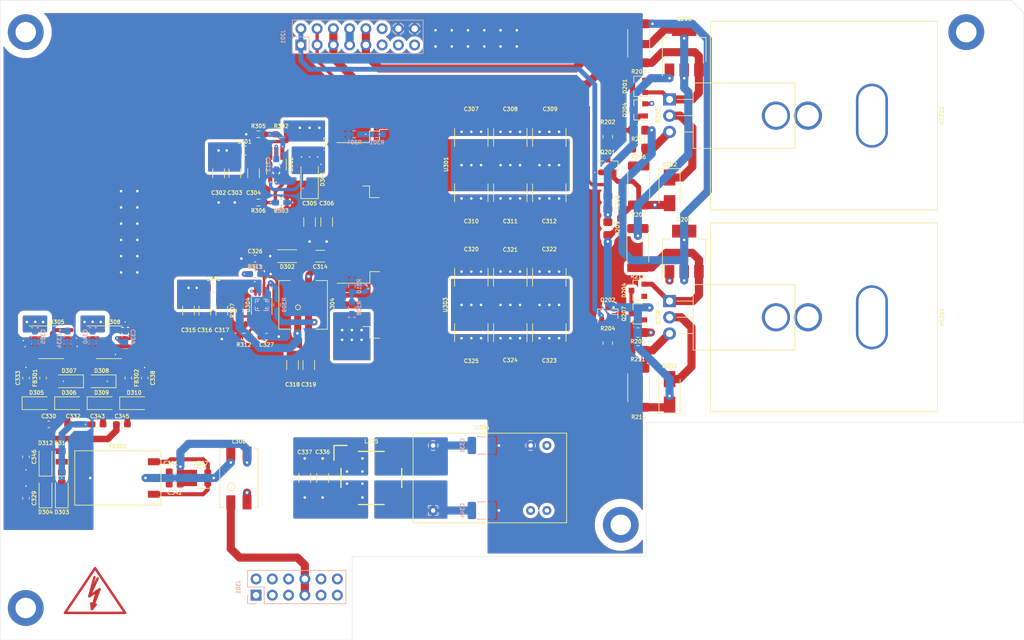
<source format=kicad_pcb>
(kicad_pcb (version 20171130) (host pcbnew 5.1.10)
  (layers (0 F.Cu signal) (1 In1.Cu signal) (2 In2.Cu signal) (31 B.Cu signal) (34 B.Paste user) (35 F.Paste user) (36 B.SilkS user) (37 F.SilkS user) (38 B.Mask user) (39 F.Mask user) (44 Edge.Cuts user))
  (net 0 "")
  (net 1 "Net-(C301-Pad2)")
  (net 2 "Net-(C301-Pad1)")
  (net 3 GNDHV)
  (net 4 +24V_HV)
  (net 5 "Net-(C304-Pad1)")
  (net 6 +HV)
  (net 7 "Net-(C313-Pad1)")
  (net 8 "Net-(C314-Pad2)")
  (net 9 "Net-(C314-Pad1)")
  (net 10 "Net-(C317-Pad1)")
  (net 11 "Net-(C318-Pad1)")
  (net 12 -HV)
  (net 13 "Net-(C326-Pad1)")
  (net 14 "Net-(C327-Pad1)")
  (net 15 "Net-(C328-Pad1)")
  (net 16 "Net-(C329-Pad2)")
  (net 17 "Net-(C330-Pad2)")
  (net 18 "Net-(C330-Pad1)")
  (net 19 "Net-(C331-Pad2)")
  (net 20 "Net-(C332-Pad2)")
  (net 21 "Net-(C332-Pad1)")
  (net 22 "Net-(C333-Pad1)")
  (net 23 "Net-(C334-Pad1)")
  (net 24 +15VF)
  (net 25 GND)
  (net 26 +24V)
  (net 27 "Net-(C338-Pad2)")
  (net 28 "Net-(C339-Pad2)")
  (net 29 -15VF)
  (net 30 "Net-(C341-Pad2)")
  (net 31 VDD)
  (net 32 "Net-(C343-Pad1)")
  (net 33 "Net-(C344-Pad2)")
  (net 34 "Net-(C345-Pad1)")
  (net 35 "Net-(C346-Pad1)")
  (net 36 "Net-(D201-Pad3)")
  (net 37 "Net-(D201-Pad1)")
  (net 38 "/High Voltage Amplifier/FLOAT_COM")
  (net 39 "Net-(D204-Pad3)")
  (net 40 "Net-(D204-Pad2)")
  (net 41 "Net-(D301-Pad2)")
  (net 42 +5V)
  (net 43 "Net-(Q201-Pad3)")
  (net 44 -15V)
  (net 45 +15V)
  (net 46 "Net-(R301-Pad2)")
  (net 47 "Net-(R302-Pad2)")
  (net 48 "Net-(R307-Pad2)")
  (net 49 "Net-(R308-Pad2)")
  (net 50 "Net-(R309-Pad2)")
  (net 51 "Net-(R312-Pad1)")
  (net 52 "Net-(TR301-Pad3)")
  (net 53 "Net-(TR301-Pad1)")
  (net 54 "/High Voltage Amplifier/AMPIN")
  (net 55 "/High Voltage Amplifier/100mA")
  (net 56 "/High Voltage Amplifier/BASE+")
  (net 57 "/High Voltage Amplifier/BASE-")
  (net 58 GND1)
  (net 59 "Net-(Q202-Pad2)")
  (net 60 "Net-(Q203-Pad3)")
  (net 61 "Net-(Q205-Pad1)")
  (net 62 "Net-(Q208-Pad3)")
  (module Symbol:Symbol_HighVoltage_Type2_CopperTop_VerySmall (layer F.Cu) (at 84.836 132.969)
    (fp_text reference REF**)
    (fp_text value Symbol_HighVoltage_Type2_CopperTop_VerySmall)
    (fp_line (start -0.49784 2.19964) (end 0.70104 -0.89916) (layer F.Cu) (width 0.381))
    (fp_line (start 0.70104 -0.89916) (end 0.1016 -0.50038) (layer F.Cu) (width 0.381))
    (fp_line (start -0.89916 0.20066) (end 0.40132 -2.60096) (layer F.Cu) (width 0.381))
    (fp_line (start -0.49784 2.19964) (end 0.1016 1.50114) (layer F.Cu) (width 0.381))
    (fp_line (start -0.09906 -2.79908) (end -0.89916 0.20066) (layer F.Cu) (width 0.381))
    (fp_line (start -0.89916 0.20066) (end 0.29972 -0.59944) (layer F.Cu) (width 0.381))
    (fp_line (start 0.29972 -0.59944) (end -0.49784 2.19964) (layer F.Cu) (width 0.381))
    (fp_line (start -0.49784 2.19964) (end -0.59944 1.30048) (layer F.Cu) (width 0.381))
    (fp_line (start 0 -4.191) (end 4.699 2.794) (layer F.Cu) (width 0.381))
    (fp_line (start 4.699 2.794) (end -4.699 2.794) (layer F.Cu) (width 0.381))
    (fp_line (start -4.699 2.794) (end 0 -4.191) (layer F.Cu) (width 0.381))
  )
  (module ETH1CSMU1:HSE-B20350-NP (layer F.Cu) (at 198.753 89.566 270)
    (fp_text reference HS201 (at 0 -18.455 270) (layer F.SilkS) (effects (font (size 0.6 0.6) (thickness 0.12))))
    (fp_text value HSE-B20350-NP)
    (pad 1 thru_hole oval (at 0 -7.5 270) (size 10 5) (drill oval 9.2 4.2) (layers *.Cu *.Mask))
    (pad 1 thru_hole circle (at 0 2.5 270) (size 4.4 4.4) (drill 3.4) (layers *.Cu *.Mask))
    (pad 1 thru_hole circle (at 0 7.5 270) (size 4.4 4.4) (drill 3.4) (layers *.Cu *.Mask))
  )
  (module ETH1CSMU1:HSE-B20350-NP (layer F.Cu) (at 198.753 58.054 270)
    (fp_text reference HS202 (at 0 -18.415 90) (layer F.SilkS) (effects (font (size 0.6 0.6) (thickness 0.12))))
    (fp_text value HSE-B20350-NP)
    (pad 1 thru_hole oval (at 0 -7.5 270) (size 10 5) (drill oval 9.2 4.2) (layers *.Cu *.Mask))
    (pad 1 thru_hole circle (at 0 2.5 270) (size 4.4 4.4) (drill 3.4) (layers *.Cu *.Mask))
    (pad 1 thru_hole circle (at 0 7.5 270) (size 4.4 4.4) (drill 3.4) (layers *.Cu *.Mask))
  )
  (module Capacitor_SMD:C_1206_3216Metric_Pad1.33x1.80mm_HandSolder (layer F.Cu) (at 121.031 74.676 270)
    (fp_text reference C306 (at -2.921 0 180) (layer F.SilkS) (effects (font (size 0.6 0.6) (thickness 0.12))))
    (fp_text value 4u7/50V)
    (pad 2 smd roundrect (at 1.5625 0 270) (size 1.325 1.8) (layers F.Cu F.Paste F.Mask) (roundrect_rratio 0.1886777358490566) (net 3 GNDHV))
    (pad 1 smd roundrect (at -1.5625 0 270) (size 1.325 1.8) (layers F.Cu F.Paste F.Mask) (roundrect_rratio 0.1886777358490566) (net 2 "Net-(C301-Pad1)"))
  )
  (module Capacitor_SMD:C_1206_3216Metric_Pad1.33x1.80mm_HandSolder (layer F.Cu) (at 118.364 74.676 270)
    (fp_text reference C305 (at -2.921 0 180) (layer F.SilkS) (effects (font (size 0.6 0.6) (thickness 0.12))))
    (fp_text value 4u7/50V)
    (pad 2 smd roundrect (at 1.5625 0 270) (size 1.325 1.8) (layers F.Cu F.Paste F.Mask) (roundrect_rratio 0.1886777358490566) (net 3 GNDHV))
    (pad 1 smd roundrect (at -1.5625 0 270) (size 1.325 1.8) (layers F.Cu F.Paste F.Mask) (roundrect_rratio 0.1886777358490566) (net 2 "Net-(C301-Pad1)"))
  )
  (module Connector_PinSocket_2.54mm:PinSocket_2x08_P2.54mm_Vertical (layer B.Cu) (at 117 47 270)
    (fp_text reference J201 (at -1.27 2.77 90) (layer B.SilkS) (effects (font (size 0.6 0.6) (thickness 0.12)) (justify mirror)))
    (fp_text value Conn_02x08_Odd_Even)
    (pad 16 thru_hole oval (at -2.54 -17.78 270) (size 1.7 1.7) (drill 1) (layers *.Cu *.Mask) (net 3 GNDHV))
    (pad 15 thru_hole oval (at 0 -17.78 270) (size 1.7 1.7) (drill 1) (layers *.Cu *.Mask) (net 29 -15VF))
    (pad 14 thru_hole oval (at -2.54 -15.24 270) (size 1.7 1.7) (drill 1) (layers *.Cu *.Mask) (net 3 GNDHV))
    (pad 13 thru_hole oval (at 0 -15.24 270) (size 1.7 1.7) (drill 1) (layers *.Cu *.Mask) (net 24 +15VF))
    (pad 12 thru_hole oval (at -2.54 -12.7 270) (size 1.7 1.7) (drill 1) (layers *.Cu *.Mask) (net 38 "/High Voltage Amplifier/FLOAT_COM"))
    (pad 11 thru_hole oval (at 0 -12.7 270) (size 1.7 1.7) (drill 1) (layers *.Cu *.Mask) (net 38 "/High Voltage Amplifier/FLOAT_COM"))
    (pad 10 thru_hole oval (at -2.54 -10.16 270) (size 1.7 1.7) (drill 1) (layers *.Cu *.Mask) (net 45 +15V))
    (pad 9 thru_hole oval (at 0 -10.16 270) (size 1.7 1.7) (drill 1) (layers *.Cu *.Mask) (net 45 +15V))
    (pad 8 thru_hole oval (at -2.54 -7.62 270) (size 1.7 1.7) (drill 1) (layers *.Cu *.Mask) (net 58 GND1))
    (pad 7 thru_hole oval (at 0 -7.62 270) (size 1.7 1.7) (drill 1) (layers *.Cu *.Mask) (net 58 GND1))
    (pad 6 thru_hole oval (at -2.54 -5.08 270) (size 1.7 1.7) (drill 1) (layers *.Cu *.Mask) (net 44 -15V))
    (pad 5 thru_hole oval (at 0 -5.08 270) (size 1.7 1.7) (drill 1) (layers *.Cu *.Mask) (net 44 -15V))
    (pad 4 thru_hole oval (at -2.54 -2.54 270) (size 1.7 1.7) (drill 1) (layers *.Cu *.Mask) (net 54 "/High Voltage Amplifier/AMPIN"))
    (pad 3 thru_hole oval (at 0 -2.54 270) (size 1.7 1.7) (drill 1) (layers *.Cu *.Mask) (net 54 "/High Voltage Amplifier/AMPIN"))
    (pad 2 thru_hole oval (at -2.54 0 270) (size 1.7 1.7) (drill 1) (layers *.Cu *.Mask) (net 55 "/High Voltage Amplifier/100mA"))
    (pad 1 thru_hole rect (at 0 0 270) (size 1.7 1.7) (drill 1) (layers *.Cu *.Mask) (net 55 "/High Voltage Amplifier/100mA"))
  )
  (module Resistor_SMD:R_0805_2012Metric_Pad1.20x1.40mm_HandSolder (layer F.Cu) (at 169.672 91.948)
    (fp_text reference R205 (at 0 1.397 180) (layer F.SilkS) (effects (font (size 0.6 0.6) (thickness 0.12))))
    (fp_text value 49k9)
    (pad 2 smd roundrect (at 1 0) (size 1.2 1.4) (layers F.Cu F.Paste F.Mask) (roundrect_rratio 0.2083325) (net 44 -15V))
    (pad 1 smd roundrect (at -1 0) (size 1.2 1.4) (layers F.Cu F.Paste F.Mask) (roundrect_rratio 0.2083325) (net 57 "/High Voltage Amplifier/BASE-"))
  )
  (module Resistor_SMD:R_0805_2012Metric_Pad1.20x1.40mm_HandSolder (layer F.Cu) (at 169.799 60.325 180)
    (fp_text reference R201 (at 0 -1.397) (layer F.SilkS) (effects (font (size 0.6 0.6) (thickness 0.12))))
    (fp_text value 49k9)
    (pad 2 smd roundrect (at 1 0 180) (size 1.2 1.4) (layers F.Cu F.Paste F.Mask) (roundrect_rratio 0.2083325) (net 56 "/High Voltage Amplifier/BASE+"))
    (pad 1 smd roundrect (at -1 0 180) (size 1.2 1.4) (layers F.Cu F.Paste F.Mask) (roundrect_rratio 0.2083325) (net 45 +15V))
  )
  (module Package_TO_SOT_SMD:SOT-23 (layer F.Cu) (at 164.973 89.027 90)
    (fp_text reference Q202 (at 2.159 0 180) (layer F.SilkS) (effects (font (size 0.6 0.6) (thickness 0.12))))
    (fp_text value 2N7002)
    (pad 3 smd rect (at 1 0 90) (size 0.9 0.8) (layers F.Cu F.Paste F.Mask) (net 38 "/High Voltage Amplifier/FLOAT_COM"))
    (pad 2 smd rect (at -1 0.95 90) (size 0.9 0.8) (layers F.Cu F.Paste F.Mask) (net 59 "Net-(Q202-Pad2)"))
    (pad 1 smd rect (at -1 -0.95 90) (size 0.9 0.8) (layers F.Cu F.Paste F.Mask) (net 55 "/High Voltage Amplifier/100mA"))
  )
  (module Package_TO_SOT_SMD:SOT-23 (layer F.Cu) (at 164.973 65.913 90)
    (fp_text reference Q201 (at 2.159 0 180) (layer F.SilkS) (effects (font (size 0.6 0.6) (thickness 0.12))))
    (fp_text value 2N7002)
    (pad 3 smd rect (at 1 0 90) (size 0.9 0.8) (layers F.Cu F.Paste F.Mask) (net 43 "Net-(Q201-Pad3)"))
    (pad 2 smd rect (at -1 0.95 90) (size 0.9 0.8) (layers F.Cu F.Paste F.Mask) (net 38 "/High Voltage Amplifier/FLOAT_COM"))
    (pad 1 smd rect (at -1 -0.95 90) (size 0.9 0.8) (layers F.Cu F.Paste F.Mask) (net 55 "/High Voltage Amplifier/100mA"))
  )
  (module Capacitor_SMD:C_2220_5650Metric_Pad1.97x5.40mm_HandSolder (layer F.Cu) (at 143.637 83.312 90)
    (fp_text reference C320 (at 4.384 0 180) (layer F.SilkS) (effects (font (size 0.6 0.6) (thickness 0.12))))
    (fp_text value 4u7/100V)
    (pad 2 smd roundrect (at 2.6375 0 90) (size 1.975 5.4) (layers F.Cu F.Paste F.Mask) (roundrect_rratio 0.1265812658227848) (net 3 GNDHV))
    (pad 1 smd roundrect (at -2.6375 0 90) (size 1.975 5.4) (layers F.Cu F.Paste F.Mask) (roundrect_rratio 0.1265812658227848) (net 12 -HV))
  )
  (module Capacitor_SMD:C_2220_5650Metric_Pad1.97x5.40mm_HandSolder (layer F.Cu) (at 149.733 61.468 90)
    (fp_text reference C308 (at 4.445 0 180) (layer F.SilkS) (effects (font (size 0.6 0.6) (thickness 0.12))))
    (fp_text value 22u/100V)
    (pad 2 smd roundrect (at 2.6375 0 90) (size 1.975 5.4) (layers F.Cu F.Paste F.Mask) (roundrect_rratio 0.1265812658227848) (net 3 GNDHV))
    (pad 1 smd roundrect (at -2.6375 0 90) (size 1.975 5.4) (layers F.Cu F.Paste F.Mask) (roundrect_rratio 0.1265812658227848) (net 6 +HV))
  )
  (module Capacitor_SMD:C_2220_5650Metric_Pad1.97x5.40mm_HandSolder (layer F.Cu) (at 143.637 61.468 90)
    (fp_text reference C307 (at 4.445 0 180) (layer F.SilkS) (effects (font (size 0.6 0.6) (thickness 0.12))))
    (fp_text value 4u7/100V)
    (pad 2 smd roundrect (at 2.6375 0 90) (size 1.975 5.4) (layers F.Cu F.Paste F.Mask) (roundrect_rratio 0.1265812658227848) (net 3 GNDHV))
    (pad 1 smd roundrect (at -2.6375 0 90) (size 1.975 5.4) (layers F.Cu F.Paste F.Mask) (roundrect_rratio 0.1265812658227848) (net 6 +HV))
  )
  (module MountingHole:MountingHole_3.2mm_M3_DIN965_Pad (layer F.Cu) (at 167 122)
    (fp_text reference H104)
    (fp_text value MountingHole)
    (pad 1 thru_hole circle (at 0 0) (size 5.6 5.6) (drill 3.2) (layers *.Cu *.Mask) (clearance 1.27))
  )
  (module MountingHole:MountingHole_3.2mm_M3_DIN965_Pad (layer F.Cu) (at 221 45)
    (fp_text reference H103)
    (fp_text value MountingHole)
    (pad 1 thru_hole circle (at 0 0) (size 5.6 5.6) (drill 3.2) (layers *.Cu *.Mask) (clearance 1.27))
  )
  (module MountingHole:MountingHole_3.2mm_M3_DIN965_Pad (layer F.Cu) (at 74 45)
    (fp_text reference H102)
    (fp_text value MountingHole)
    (pad 1 thru_hole circle (at 0 0) (size 5.6 5.6) (drill 3.2) (layers *.Cu *.Mask) (clearance 1.27))
  )
  (module MountingHole:MountingHole_3.2mm_M3_DIN965_Pad (layer F.Cu) (at 74 135)
    (fp_text reference H101)
    (fp_text value MountingHole)
    (pad 1 thru_hole circle (at 0 0) (size 5.6 5.6) (drill 3.2) (layers *.Cu *.Mask) (clearance 1.27))
  )
  (module Connector_PinSocket_2.54mm:PinSocket_2x06_P2.54mm_Vertical (layer B.Cu) (at 110 133 270)
    (fp_text reference J301 (at -1.27 2.77 90) (layer B.SilkS) (effects (font (size 0.6 0.6) (thickness 0.12)) (justify mirror)))
    (fp_text value Conn_02x06_Odd_Even)
    (pad 12 thru_hole oval (at -2.54 -12.7 270) (size 1.7 1.7) (drill 1) (layers *.Cu *.Mask) (net 25 GND))
    (pad 11 thru_hole oval (at 0 -12.7 270) (size 1.7 1.7) (drill 1) (layers *.Cu *.Mask) (net 25 GND))
    (pad 10 thru_hole oval (at -2.54 -10.16 270) (size 1.7 1.7) (drill 1) (layers *.Cu *.Mask) (net 25 GND))
    (pad 9 thru_hole oval (at 0 -10.16 270) (size 1.7 1.7) (drill 1) (layers *.Cu *.Mask) (net 25 GND))
    (pad 8 thru_hole oval (at -2.54 -7.62 270) (size 1.7 1.7) (drill 1) (layers *.Cu *.Mask) (net 42 +5V))
    (pad 7 thru_hole oval (at 0 -7.62 270) (size 1.7 1.7) (drill 1) (layers *.Cu *.Mask) (net 42 +5V))
    (pad 6 thru_hole oval (at -2.54 -5.08 270) (size 1.7 1.7) (drill 1) (layers *.Cu *.Mask))
    (pad 5 thru_hole oval (at 0 -5.08 270) (size 1.7 1.7) (drill 1) (layers *.Cu *.Mask))
    (pad 4 thru_hole oval (at -2.54 -2.54 270) (size 1.7 1.7) (drill 1) (layers *.Cu *.Mask) (net 26 +24V))
    (pad 3 thru_hole oval (at 0 -2.54 270) (size 1.7 1.7) (drill 1) (layers *.Cu *.Mask) (net 26 +24V))
    (pad 2 thru_hole oval (at -2.54 0 270) (size 1.7 1.7) (drill 1) (layers *.Cu *.Mask) (net 26 +24V))
    (pad 1 thru_hole rect (at 0 0 270) (size 1.7 1.7) (drill 1) (layers *.Cu *.Mask) (net 26 +24V))
  )
  (module ETH1CSMU1:TEL10 (layer F.Cu) (at 145.288 114.681)
    (fp_text reference U306 (at 0 -7.874) (layer F.SilkS) (effects (font (size 0.6 0.6) (thickness 0.12))))
    (fp_text value TEL10-2415)
    (pad 16 thru_hole circle (at -7.62 -5.08) (size 1.4 1.4) (drill 0.7) (layers *.Cu *.Mask) (net 19 "Net-(C331-Pad2)"))
    (pad 10 thru_hole circle (at 7.62 -5.08) (size 1.4 1.4) (drill 0.7) (layers *.Cu *.Mask) (net 3 GNDHV))
    (pad 8 thru_hole circle (at 10.16 5.08) (size 1.4 1.4) (drill 0.7) (layers *.Cu *.Mask))
    (pad 9 thru_hole circle (at 10.16 -5.08) (size 1.4 1.4) (drill 0.7) (layers *.Cu *.Mask) (net 4 +24V_HV))
    (pad 7 thru_hole circle (at 7.62 5.08) (size 1.4 1.4) (drill 0.7) (layers *.Cu *.Mask))
    (pad 1 thru_hole rect (at -7.62 5.08) (size 1.4 1.4) (drill 0.7) (layers *.Cu *.Mask) (net 33 "Net-(C344-Pad2)"))
  )
  (module Package_SO:SOIC-8_3.9x4.9mm_P1.27mm (layer F.Cu) (at 86.995 93.472)
    (fp_text reference U308 (at 0.635 -3.175) (layer F.SilkS) (effects (font (size 0.6 0.6) (thickness 0.12))))
    (fp_text value L79L15_SO8)
    (pad 8 smd roundrect (at 2.475 -1.905) (size 1.95 0.6) (layers F.Cu F.Paste F.Mask))
    (pad 7 smd roundrect (at 2.475 -0.635) (size 1.95 0.6) (layers F.Cu F.Paste F.Mask) (net 28 "Net-(C339-Pad2)"))
    (pad 6 smd roundrect (at 2.475 0.635) (size 1.95 0.6) (layers F.Cu F.Paste F.Mask) (net 28 "Net-(C339-Pad2)"))
    (pad 5 smd roundrect (at 2.475 1.905) (size 1.95 0.6) (layers F.Cu F.Paste F.Mask) (net 3 GNDHV))
    (pad 4 smd roundrect (at -2.475 1.905) (size 1.95 0.6) (layers F.Cu F.Paste F.Mask))
    (pad 3 smd roundrect (at -2.475 0.635) (size 1.95 0.6) (layers F.Cu F.Paste F.Mask) (net 28 "Net-(C339-Pad2)"))
    (pad 2 smd roundrect (at -2.475 -0.635) (size 1.95 0.6) (layers F.Cu F.Paste F.Mask) (net 28 "Net-(C339-Pad2)"))
    (pad 1 smd roundrect (at -2.475 -1.905) (size 1.95 0.6) (layers F.Cu F.Paste F.Mask) (net 29 -15VF))
  )
  (module Package_TO_SOT_SMD:SOT-23-6 (layer F.Cu) (at 101.346 114.681 180)
    (fp_text reference U307 (at 0 2.286) (layer F.SilkS) (effects (font (size 0.6 0.6) (thickness 0.12))))
    (fp_text value SN6505BDBV)
    (pad 5 smd rect (at 1.1 0 180) (size 1.06 0.65) (layers F.Cu F.Paste F.Mask) (net 31 VDD))
    (pad 6 smd rect (at 1.1 -0.95 180) (size 1.06 0.65) (layers F.Cu F.Paste F.Mask) (net 30 "Net-(C341-Pad2)"))
    (pad 4 smd rect (at 1.1 0.95 180) (size 1.06 0.65) (layers F.Cu F.Paste F.Mask) (net 30 "Net-(C341-Pad2)"))
    (pad 3 smd rect (at -1.1 0.95 180) (size 1.06 0.65) (layers F.Cu F.Paste F.Mask) (net 52 "Net-(TR301-Pad3)"))
    (pad 2 smd rect (at -1.1 0 180) (size 1.06 0.65) (layers F.Cu F.Paste F.Mask) (net 31 VDD))
    (pad 1 smd rect (at -1.1 -0.95 180) (size 1.06 0.65) (layers F.Cu F.Paste F.Mask) (net 53 "Net-(TR301-Pad1)"))
  )
  (module Package_SO:SOIC-8_3.9x4.9mm_P1.27mm (layer F.Cu) (at 77.978 93.472)
    (fp_text reference U305 (at 0.889 -3.175) (layer F.SilkS) (effects (font (size 0.6 0.6) (thickness 0.12))))
    (fp_text value L78L15_SO8)
    (pad 8 smd roundrect (at 2.475 -1.905) (size 1.95 0.6) (layers F.Cu F.Paste F.Mask) (net 23 "Net-(C334-Pad1)"))
    (pad 7 smd roundrect (at 2.475 -0.635) (size 1.95 0.6) (layers F.Cu F.Paste F.Mask) (net 3 GNDHV))
    (pad 6 smd roundrect (at 2.475 0.635) (size 1.95 0.6) (layers F.Cu F.Paste F.Mask) (net 3 GNDHV))
    (pad 5 smd roundrect (at 2.475 1.905) (size 1.95 0.6) (layers F.Cu F.Paste F.Mask))
    (pad 4 smd roundrect (at -2.475 1.905) (size 1.95 0.6) (layers F.Cu F.Paste F.Mask))
    (pad 3 smd roundrect (at -2.475 0.635) (size 1.95 0.6) (layers F.Cu F.Paste F.Mask) (net 3 GNDHV))
    (pad 2 smd roundrect (at -2.475 -0.635) (size 1.95 0.6) (layers F.Cu F.Paste F.Mask) (net 3 GNDHV))
    (pad 1 smd roundrect (at -2.475 -1.905) (size 1.95 0.6) (layers F.Cu F.Paste F.Mask) (net 24 +15VF))
  )
  (module Package_SO:MSOP-8-1EP_3x3mm_P0.65mm_EP1.68x1.88mm_ThermalVias (layer F.Cu) (at 110.871 87.63 270)
    (fp_text reference U304 (at 0 2.159 90) (layer F.SilkS) (effects (font (size 0.6 0.6) (thickness 0.12))))
    (fp_text value LT8570_MS8E)
    (pad 9 smd rect (at 0 0 270) (size 1.6 1.8) (layers B.Cu) (net 3 GNDHV))
    (pad 9 thru_hole circle (at 0.55 0.65 270) (size 0.5 0.5) (drill 0.2) (layers *.Cu) (net 3 GNDHV))
    (pad 9 thru_hole circle (at -0.55 0.65 270) (size 0.5 0.5) (drill 0.2) (layers *.Cu) (net 3 GNDHV))
    (pad 9 thru_hole circle (at 0.55 -0.65 270) (size 0.5 0.5) (drill 0.2) (layers *.Cu) (net 3 GNDHV))
    (pad 9 thru_hole circle (at -0.55 -0.65 270) (size 0.5 0.5) (drill 0.2) (layers *.Cu) (net 3 GNDHV))
    (pad 9 smd rect (at 0 0 270) (size 1.68 1.88) (layers F.Cu F.Mask) (net 3 GNDHV))
    (pad 8 smd roundrect (at 2.15 -0.975 270) (size 1.45 0.4) (layers F.Cu F.Paste F.Mask) (net 3 GNDHV))
    (pad 7 smd roundrect (at 2.15 -0.325 270) (size 1.45 0.4) (layers F.Cu F.Paste F.Mask) (net 14 "Net-(C327-Pad1)"))
    (pad 6 smd roundrect (at 2.15 0.325 270) (size 1.45 0.4) (layers F.Cu F.Paste F.Mask) (net 51 "Net-(R312-Pad1)"))
    (pad 5 smd roundrect (at 2.15 0.975 270) (size 1.45 0.4) (layers F.Cu F.Paste F.Mask) (net 48 "Net-(R307-Pad2)"))
    (pad 4 smd roundrect (at -2.15 0.975 270) (size 1.45 0.4) (layers F.Cu F.Paste F.Mask) (net 8 "Net-(C314-Pad2)"))
    (pad 3 smd roundrect (at -2.15 0.325 270) (size 1.45 0.4) (layers F.Cu F.Paste F.Mask) (net 10 "Net-(C317-Pad1)"))
    (pad 2 smd roundrect (at -2.15 -0.325 270) (size 1.45 0.4) (layers F.Cu F.Paste F.Mask) (net 13 "Net-(C326-Pad1)"))
    (pad 1 smd roundrect (at -2.15 -0.975 270) (size 1.45 0.4) (layers F.Cu F.Paste F.Mask) (net 50 "Net-(R309-Pad2)"))
  )
  (module Package_TO_SOT_SMD:TO-263-3_TabPin2 (layer F.Cu) (at 130.737 87.63)
    (fp_text reference U303 (at 8.836 0 90) (layer F.SilkS) (effects (font (size 0.6 0.6) (thickness 0.12))))
    (fp_text value LM337_TO263)
    (pad 2 smd rect (at 3.375 0) (size 9.4 10.8) (layers F.Cu F.Mask) (net 11 "Net-(C318-Pad1)") (thermal_gap 0.127))
    (pad 3 smd rect (at -5.775 2.54) (size 4.6 1.1) (layers F.Cu F.Paste F.Mask) (net 12 -HV))
    (pad 2 smd rect (at -5.775 0) (size 4.6 1.1) (layers F.Cu F.Paste F.Mask) (net 11 "Net-(C318-Pad1)"))
    (pad 1 smd rect (at -5.775 -2.54) (size 4.6 1.1) (layers F.Cu F.Paste F.Mask) (net 49 "Net-(R308-Pad2)"))
  )
  (module Package_TO_SOT_SMD:TSOT-23-6_HandSoldering (layer F.Cu) (at 113.157 65.659 90)
    (fp_text reference U302 (at 0 2.286 90) (layer F.SilkS) (effects (font (size 0.6 0.6) (thickness 0.12))))
    (fp_text value LT8330_S6)
    (pad 6 smd rect (at 1.71 -0.95 90) (size 2 0.65) (layers F.Cu F.Paste F.Mask) (net 5 "Net-(C304-Pad1)"))
    (pad 5 smd rect (at 1.71 0 90) (size 2 0.65) (layers F.Cu F.Paste F.Mask) (net 7 "Net-(C313-Pad1)"))
    (pad 4 smd rect (at 1.71 0.95 90) (size 2 0.65) (layers F.Cu F.Paste F.Mask) (net 47 "Net-(R302-Pad2)"))
    (pad 3 smd rect (at -1.71 0.95 90) (size 2 0.65) (layers F.Cu F.Paste F.Mask) (net 1 "Net-(C301-Pad2)"))
    (pad 2 smd rect (at -1.71 0 90) (size 2 0.65) (layers F.Cu F.Paste F.Mask) (net 3 GNDHV))
    (pad 1 smd rect (at -1.71 -0.95 90) (size 2 0.65) (layers F.Cu F.Paste F.Mask) (net 41 "Net-(D301-Pad2)"))
  )
  (module Package_TO_SOT_SMD:TO-263-3_TabPin2 (layer F.Cu) (at 130.683 65.659)
    (fp_text reference U301 (at 9.017 0 90) (layer F.SilkS) (effects (font (size 0.6 0.6) (thickness 0.12))))
    (fp_text value LM317_TO-263)
    (pad 2 smd rect (at 3.375 0) (size 9.4 10.8) (layers F.Cu F.Mask) (net 6 +HV) (thermal_gap 0.127))
    (pad 3 smd rect (at -5.775 2.54) (size 4.6 1.1) (layers F.Cu F.Paste F.Mask) (net 2 "Net-(C301-Pad1)"))
    (pad 2 smd rect (at -5.775 0) (size 4.6 1.1) (layers F.Cu F.Paste F.Mask) (net 6 +HV))
    (pad 1 smd rect (at -5.775 -2.54) (size 4.6 1.1) (layers F.Cu F.Paste F.Mask) (net 46 "Net-(R301-Pad2)"))
  )
  (module Transformer_SMD:Transformer_Wuerth_750315371 (layer F.Cu) (at 88.392 114.681 180)
    (fp_text reference TR301 (at 0 4.953) (layer F.SilkS) (effects (font (size 0.6 0.6) (thickness 0.12))))
    (fp_text value Wuerth_750315371)
    (pad 6 smd roundrect (at 5.62 -2.54 180) (size 1.83 1.09) (layers F.Cu F.Paste F.Mask) (roundrect_rratio 0.05) (net 20 "Net-(C332-Pad2)"))
    (pad 5 smd roundrect (at 5.62 0 180) (size 1.83 1.09) (layers F.Cu F.Paste F.Mask) (roundrect_rratio 0.05) (net 3 GNDHV))
    (pad 4 smd roundrect (at 5.62 2.54 180) (size 1.83 1.09) (layers F.Cu F.Paste F.Mask) (roundrect_rratio 0.05) (net 17 "Net-(C330-Pad2)"))
    (pad 3 smd roundrect (at -5.62 2.54 180) (size 1.83 1.09) (layers F.Cu F.Paste F.Mask) (roundrect_rratio 0.05) (net 52 "Net-(TR301-Pad3)"))
    (pad 2 smd roundrect (at -5.62 0 180) (size 1.83 1.09) (layers F.Cu F.Paste F.Mask) (roundrect_rratio 0.05) (net 31 VDD))
    (pad 1 smd rect (at -5.62 -2.54 180) (size 1.83 1.09) (layers F.Cu F.Paste F.Mask) (net 53 "Net-(TR301-Pad1)"))
  )
  (module Resistor_SMD:R_0603_1608Metric_Pad0.98x0.95mm_HandSolder (layer F.Cu) (at 108.077 92.583 180)
    (fp_text reference R312 (at 0 -1.27) (layer F.SilkS) (effects (font (size 0.6 0.6) (thickness 0.12))))
    (fp_text value 84k5)
    (pad 2 smd roundrect (at 0.9125 0 180) (size 0.975 0.95) (layers F.Cu F.Paste F.Mask) (net 3 GNDHV))
    (pad 1 smd roundrect (at -0.9125 0 180) (size 0.975 0.95) (layers F.Cu F.Paste F.Mask) (net 51 "Net-(R312-Pad1)"))
  )
  (module Resistor_SMD:R_0603_1608Metric_Pad0.98x0.95mm_HandSolder (layer F.Cu) (at 109.855 82.804 180)
    (fp_text reference R311 (at 0 1.143) (layer F.SilkS) (effects (font (size 0.6 0.6) (thickness 0.12))))
    (fp_text value 16k2)
    (pad 2 smd roundrect (at 0.9125 0 180) (size 0.975 0.95) (layers F.Cu F.Paste F.Mask) (net 15 "Net-(C328-Pad1)"))
    (pad 1 smd roundrect (at -0.9125 0 180) (size 0.975 0.95) (layers F.Cu F.Paste F.Mask) (net 13 "Net-(C326-Pad1)"))
  )
  (module Resistor_SMD:R_0603_1608Metric_Pad0.98x0.95mm_HandSolder (layer B.Cu) (at 124.968 84.709 90)
    (fp_text reference R310 (at 0 1.143 90) (layer B.SilkS) (effects (font (size 0.6 0.6) (thickness 0.12)) (justify mirror)))
    (fp_text value 3k24)
    (pad 2 smd roundrect (at 0.9125 0 90) (size 0.975 0.95) (layers B.Cu B.Paste B.Mask) (net 3 GNDHV))
    (pad 1 smd roundrect (at -0.9125 0 90) (size 0.975 0.95) (layers B.Cu B.Paste B.Mask) (net 49 "Net-(R308-Pad2)"))
  )
  (module Resistor_SMD:R_0603_1608Metric_Pad0.98x0.95mm_HandSolder (layer B.Cu) (at 113.284 87.63 90)
    (fp_text reference R309 (at 0 1.143 90) (layer B.SilkS) (effects (font (size 0.6 0.6) (thickness 0.12)) (justify mirror)))
    (fp_text value 481k)
    (pad 2 smd roundrect (at 0.9125 0 90) (size 0.975 0.95) (layers B.Cu B.Paste B.Mask) (net 50 "Net-(R309-Pad2)"))
    (pad 1 smd roundrect (at -0.9125 0 90) (size 0.975 0.95) (layers B.Cu B.Paste B.Mask) (net 11 "Net-(C318-Pad1)"))
  )
  (module Resistor_SMD:R_0603_1608Metric_Pad0.98x0.95mm_HandSolder (layer B.Cu) (at 124.968 88.138 90)
    (fp_text reference R308 (at 0 1.143 90) (layer B.SilkS) (effects (font (size 0.6 0.6) (thickness 0.12)) (justify mirror)))
    (fp_text value 120)
    (pad 2 smd roundrect (at 0.9125 0 90) (size 0.975 0.95) (layers B.Cu B.Paste B.Mask) (net 49 "Net-(R308-Pad2)"))
    (pad 1 smd roundrect (at -0.9125 0 90) (size 0.975 0.95) (layers B.Cu B.Paste B.Mask) (net 12 -HV))
  )
  (module Resistor_SMD:R_0603_1608Metric_Pad0.98x0.95mm_HandSolder (layer F.Cu) (at 107.442 88.519 270)
    (fp_text reference R307 (at 0 1.143 90) (layer F.SilkS) (effects (font (size 0.6 0.6) (thickness 0.12))))
    (fp_text value 576k)
    (pad 2 smd roundrect (at 0.9125 0 270) (size 0.975 0.95) (layers F.Cu F.Paste F.Mask) (net 48 "Net-(R307-Pad2)"))
    (pad 1 smd roundrect (at -0.9125 0 270) (size 0.975 0.95) (layers F.Cu F.Paste F.Mask) (net 10 "Net-(C317-Pad1)"))
  )
  (module Resistor_SMD:R_0603_1608Metric_Pad0.98x0.95mm_HandSolder (layer F.Cu) (at 110.363 71.628 180)
    (fp_text reference R306 (at 0 -1.27) (layer F.SilkS) (effects (font (size 0.6 0.6) (thickness 0.12))))
    (fp_text value 41k7)
    (pad 2 smd roundrect (at 0.9125 0 180) (size 0.975 0.95) (layers F.Cu F.Paste F.Mask) (net 3 GNDHV))
    (pad 1 smd roundrect (at -0.9125 0 180) (size 0.975 0.95) (layers F.Cu F.Paste F.Mask) (net 1 "Net-(C301-Pad2)"))
  )
  (module Resistor_SMD:R_0603_1608Metric_Pad0.98x0.95mm_HandSolder (layer F.Cu) (at 110.363 60.96 180)
    (fp_text reference R305 (at 0 1.27) (layer F.SilkS) (effects (font (size 0.6 0.6) (thickness 0.12))))
    (fp_text value 287k)
    (pad 2 smd roundrect (at 0.9125 0 180) (size 0.975 0.95) (layers F.Cu F.Paste F.Mask) (net 3 GNDHV))
    (pad 1 smd roundrect (at -0.9125 0 180) (size 0.975 0.95) (layers F.Cu F.Paste F.Mask) (net 47 "Net-(R302-Pad2)"))
  )
  (module Resistor_SMD:R_0603_1608Metric_Pad0.98x0.95mm_HandSolder (layer B.Cu) (at 125.349 60.96 180)
    (fp_text reference R304 (at 0 -1.27) (layer B.SilkS) (effects (font (size 0.6 0.6) (thickness 0.12)) (justify mirror)))
    (fp_text value 6k49)
    (pad 2 smd roundrect (at 0.9125 0 180) (size 0.975 0.95) (layers B.Cu B.Paste B.Mask) (net 3 GNDHV))
    (pad 1 smd roundrect (at -0.9125 0 180) (size 0.975 0.95) (layers B.Cu B.Paste B.Mask) (net 46 "Net-(R301-Pad2)"))
  )
  (module Resistor_SMD:R_0603_1608Metric_Pad0.98x0.95mm_HandSolder (layer F.Cu) (at 113.919 71.628 180)
    (fp_text reference R303 (at 0 -1.27) (layer F.SilkS) (effects (font (size 0.6 0.6) (thickness 0.12))))
    (fp_text value 1M)
    (pad 2 smd roundrect (at 0.9125 0 180) (size 0.975 0.95) (layers F.Cu F.Paste F.Mask) (net 1 "Net-(C301-Pad2)"))
    (pad 1 smd roundrect (at -0.9125 0 180) (size 0.975 0.95) (layers F.Cu F.Paste F.Mask) (net 2 "Net-(C301-Pad1)"))
  )
  (module Resistor_SMD:R_0603_1608Metric_Pad0.98x0.95mm_HandSolder (layer F.Cu) (at 113.919 60.96 180)
    (fp_text reference R302 (at 0 1.27) (layer F.SilkS) (effects (font (size 0.6 0.6) (thickness 0.12))))
    (fp_text value 1M)
    (pad 2 smd roundrect (at 0.9125 0 180) (size 0.975 0.95) (layers F.Cu F.Paste F.Mask) (net 47 "Net-(R302-Pad2)"))
    (pad 1 smd roundrect (at -0.9125 0 180) (size 0.975 0.95) (layers F.Cu F.Paste F.Mask) (net 5 "Net-(C304-Pad1)"))
  )
  (module Resistor_SMD:R_0603_1608Metric_Pad0.98x0.95mm_HandSolder (layer B.Cu) (at 128.905 60.96 180)
    (fp_text reference R301 (at 0 -1.27) (layer B.SilkS) (effects (font (size 0.6 0.6) (thickness 0.12)) (justify mirror)))
    (fp_text value 240)
    (pad 2 smd roundrect (at 0.9125 0 180) (size 0.975 0.95) (layers B.Cu B.Paste B.Mask) (net 46 "Net-(R301-Pad2)"))
    (pad 1 smd roundrect (at -0.9125 0 180) (size 0.975 0.95) (layers B.Cu B.Paste B.Mask) (net 6 +HV))
  )
  (module Resistor_SMD:R_2512_6332Metric_Pad1.40x3.35mm_HandSolder (layer F.Cu) (at 169.672 78.74 90)
    (fp_text reference R212 (at -4.445 0) (layer F.SilkS) (effects (font (size 0.6 0.6) (thickness 0.12))))
    (fp_text value 2k/1W)
    (pad 2 smd roundrect (at 3.05 0 90) (size 1.4 3.35) (layers F.Cu F.Paste F.Mask) (roundrect_rratio 0.1785707142857143) (net 44 -15V))
    (pad 1 smd roundrect (at -3.05 0 90) (size 1.4 3.35) (layers F.Cu F.Paste F.Mask) (roundrect_rratio 0.1785707142857143) (net 40 "Net-(D204-Pad2)"))
  )
  (module Resistor_SMD:R_0805_2012Metric_Pad1.20x1.40mm_HandSolder (layer F.Cu) (at 169.672 94.742 180)
    (fp_text reference R211 (at 0 -1.397 180) (layer F.SilkS) (effects (font (size 0.6 0.6) (thickness 0.12))))
    (fp_text value 1k)
    (pad 2 smd roundrect (at 1 0 180) (size 1.2 1.4) (layers F.Cu F.Paste F.Mask) (roundrect_rratio 0.2083325) (net 57 "/High Voltage Amplifier/BASE-"))
    (pad 1 smd roundrect (at -1 0 180) (size 1.2 1.4) (layers F.Cu F.Paste F.Mask) (roundrect_rratio 0.2083325) (net 62 "Net-(Q208-Pad3)"))
  )
  (module Resistor_SMD:R_2512_6332Metric_Pad1.40x3.35mm_HandSolder (layer F.Cu) (at 169.799 100.584 90)
    (fp_text reference R210 (at -4.572 0) (layer F.SilkS) (effects (font (size 0.6 0.6) (thickness 0.12))))
    (fp_text value 24R9/1W)
    (pad 2 smd roundrect (at 3.05 0 90) (size 1.4 3.35) (layers F.Cu F.Paste F.Mask) (roundrect_rratio 0.1785707142857143) (net 62 "Net-(Q208-Pad3)"))
    (pad 1 smd roundrect (at -3.05 0 90) (size 1.4 3.35) (layers F.Cu F.Paste F.Mask) (roundrect_rratio 0.1785707142857143) (net 38 "/High Voltage Amplifier/FLOAT_COM"))
  )
  (module Resistor_SMD:R_0805_2012Metric_Pad1.20x1.40mm_HandSolder (layer F.Cu) (at 164.973 61.341 270)
    (fp_text reference R202 (at -2.286 0 180) (layer F.SilkS) (effects (font (size 0.6 0.6) (thickness 0.12))))
    (fp_text value 249)
    (pad 2 smd roundrect (at 1 0 270) (size 1.2 1.4) (layers F.Cu F.Paste F.Mask) (roundrect_rratio 0.2083325) (net 43 "Net-(Q201-Pad3)"))
    (pad 1 smd roundrect (at -1 0 270) (size 1.2 1.4) (layers F.Cu F.Paste F.Mask) (roundrect_rratio 0.2083325) (net 56 "/High Voltage Amplifier/BASE+"))
  )
  (module Resistor_SMD:R_0805_2012Metric_Pad1.20x1.40mm_HandSolder (layer F.Cu) (at 164.973 75.692 90)
    (fp_text reference R209 (at 0 1.524 270) (layer F.SilkS) (effects (font (size 0.6 0.6) (thickness 0.12))))
    (fp_text value 1k)
    (pad 2 smd roundrect (at 1 0 90) (size 1.2 1.4) (layers F.Cu F.Paste F.Mask) (roundrect_rratio 0.2083325) (net 61 "Net-(Q205-Pad1)"))
    (pad 1 smd roundrect (at -1 0 90) (size 1.2 1.4) (layers F.Cu F.Paste F.Mask) (roundrect_rratio 0.2083325) (net 38 "/High Voltage Amplifier/FLOAT_COM"))
  )
  (module Resistor_SMD:R_0805_2012Metric_Pad1.20x1.40mm_HandSolder (layer F.Cu) (at 164.973 71.628 90)
    (fp_text reference R208 (at 0 1.524 270) (layer F.SilkS) (effects (font (size 0.6 0.6) (thickness 0.12))))
    (fp_text value 200)
    (pad 2 smd roundrect (at 1 0 90) (size 1.2 1.4) (layers F.Cu F.Paste F.Mask) (roundrect_rratio 0.2083325) (net 54 "/High Voltage Amplifier/AMPIN"))
    (pad 1 smd roundrect (at -1 0 90) (size 1.2 1.4) (layers F.Cu F.Paste F.Mask) (roundrect_rratio 0.2083325) (net 61 "Net-(Q205-Pad1)"))
  )
  (module Resistor_SMD:R_2512_6332Metric_Pad1.40x3.35mm_HandSolder (layer F.Cu) (at 169.799 68.961 270)
    (fp_text reference R207 (at 4.572 0) (layer F.SilkS) (effects (font (size 0.6 0.6) (thickness 0.12))))
    (fp_text value 24R9/1W)
    (pad 2 smd roundrect (at 3.05 0 270) (size 1.4 3.35) (layers F.Cu F.Paste F.Mask) (roundrect_rratio 0.1785707142857143) (net 38 "/High Voltage Amplifier/FLOAT_COM"))
    (pad 1 smd roundrect (at -3.05 0 270) (size 1.4 3.35) (layers F.Cu F.Paste F.Mask) (roundrect_rratio 0.1785707142857143) (net 60 "Net-(Q203-Pad3)"))
  )
  (module Resistor_SMD:R_0805_2012Metric_Pad1.20x1.40mm_HandSolder (layer F.Cu) (at 164.973 93.599 270)
    (fp_text reference R204 (at -2.286 0 180) (layer F.SilkS) (effects (font (size 0.6 0.6) (thickness 0.12))))
    (fp_text value 249)
    (pad 2 smd roundrect (at 1 0 270) (size 1.2 1.4) (layers F.Cu F.Paste F.Mask) (roundrect_rratio 0.2083325) (net 57 "/High Voltage Amplifier/BASE-"))
    (pad 1 smd roundrect (at -1 0 270) (size 1.2 1.4) (layers F.Cu F.Paste F.Mask) (roundrect_rratio 0.2083325) (net 59 "Net-(Q202-Pad2)"))
  )
  (module Resistor_SMD:R_0805_2012Metric_Pad1.20x1.40mm_HandSolder (layer F.Cu) (at 169.799 63.119 180)
    (fp_text reference R206 (at 0 -1.397) (layer F.SilkS) (effects (font (size 0.6 0.6) (thickness 0.12))))
    (fp_text value 1k)
    (pad 2 smd roundrect (at 1 0 180) (size 1.2 1.4) (layers F.Cu F.Paste F.Mask) (roundrect_rratio 0.2083325) (net 56 "/High Voltage Amplifier/BASE+"))
    (pad 1 smd roundrect (at -1 0 180) (size 1.2 1.4) (layers F.Cu F.Paste F.Mask) (roundrect_rratio 0.2083325) (net 60 "Net-(Q203-Pad3)"))
  )
  (module Resistor_SMD:R_2512_6332Metric_Pad1.40x3.35mm_HandSolder (layer F.Cu) (at 169.799 46.736 270)
    (fp_text reference R203 (at 4.445 0) (layer F.SilkS) (effects (font (size 0.6 0.6) (thickness 0.12))))
    (fp_text value 2k/1W)
    (pad 2 smd roundrect (at 3.05 0 270) (size 1.4 3.35) (layers F.Cu F.Paste F.Mask) (roundrect_rratio 0.1785707142857143) (net 37 "Net-(D201-Pad1)"))
    (pad 1 smd roundrect (at -3.05 0 270) (size 1.4 3.35) (layers F.Cu F.Paste F.Mask) (roundrect_rratio 0.1785707142857143) (net 45 +15V))
  )
  (module Package_TO_SOT_THT:TO-220-3_Horizontal_TabDown (layer F.Cu) (at 174.623 87.026 270)
    (fp_text reference Q208 (at 2.509 1.776 90) (layer F.SilkS) (effects (font (size 0.6 0.6) (thickness 0.12))))
    (fp_text value TIP42C/D45H)
    (pad 3 thru_hole oval (at 5.08 0 270) (size 1.905 2) (drill 1.1) (layers *.Cu *.Mask) (net 62 "Net-(Q208-Pad3)"))
    (pad 2 thru_hole oval (at 2.54 0 270) (size 1.905 2) (drill 1.1) (layers *.Cu *.Mask) (net 12 -HV))
    (pad 1 thru_hole rect (at 0 0 270) (size 1.905 2) (drill 1.1) (layers *.Cu *.Mask) (net 40 "Net-(D204-Pad2)"))
    (pad "" np_thru_hole oval (at 2.54 -16.66 270) (size 3.5 3.5) (drill 3.5) (layers *.Cu *.Mask))
  )
  (module Package_TO_SOT_SMD:SOT-23 (layer F.Cu) (at 169.672 89.027 180)
    (fp_text reference Q207 (at 2.159 0 90) (layer F.SilkS) (effects (font (size 0.6 0.6) (thickness 0.12))))
    (fp_text value MMBT3906)
    (pad 3 smd rect (at 1 0 180) (size 0.9 0.8) (layers F.Cu F.Paste F.Mask) (net 39 "Net-(D204-Pad3)"))
    (pad 2 smd rect (at -1 0.95 180) (size 0.9 0.8) (layers F.Cu F.Paste F.Mask) (net 38 "/High Voltage Amplifier/FLOAT_COM"))
    (pad 1 smd rect (at -1 -0.95 180) (size 0.9 0.8) (layers F.Cu F.Paste F.Mask) (net 57 "/High Voltage Amplifier/BASE-"))
  )
  (module Package_TO_SOT_SMD:SOT-223-3_TabPin2 (layer F.Cu) (at 176.911 79.248 90)
    (fp_text reference Q206 (at 4.953 -0.008) (layer F.SilkS) (effects (font (size 0.6 0.6) (thickness 0.12))))
    (fp_text value PZT2222A)
    (pad 1 smd rect (at -3.15 -2.3 90) (size 2 1.5) (layers F.Cu F.Paste F.Mask) (net 61 "Net-(Q205-Pad1)"))
    (pad 3 smd rect (at -3.15 2.3 90) (size 2 1.5) (layers F.Cu F.Paste F.Mask) (net 40 "Net-(D204-Pad2)"))
    (pad 2 smd rect (at -3.15 0 90) (size 2 1.5) (layers F.Cu F.Paste F.Mask) (net 45 +15V))
    (pad 2 smd rect (at 3.15 0 90) (size 2 3.8) (layers F.Cu F.Paste F.Mask) (net 45 +15V))
  )
  (module Package_TO_SOT_SMD:SOT-223-3_TabPin2 (layer F.Cu) (at 176.911 47.752 90)
    (fp_text reference Q205 (at 4.826 0) (layer F.SilkS) (effects (font (size 0.6 0.6) (thickness 0.12))))
    (fp_text value PZT2907A)
    (pad 1 smd rect (at -3.15 -2.3 90) (size 2 1.5) (layers F.Cu F.Paste F.Mask) (net 61 "Net-(Q205-Pad1)"))
    (pad 3 smd rect (at -3.15 2.3 90) (size 2 1.5) (layers F.Cu F.Paste F.Mask) (net 37 "Net-(D201-Pad1)"))
    (pad 2 smd rect (at -3.15 0 90) (size 2 1.5) (layers F.Cu F.Paste F.Mask) (net 44 -15V))
    (pad 2 smd rect (at 3.15 0 90) (size 2 3.8) (layers F.Cu F.Paste F.Mask) (net 44 -15V))
  )
  (module Package_TO_SOT_SMD:SOT-23 (layer F.Cu) (at 169.799 57.15 180)
    (fp_text reference Q204 (at 2.159 0 90) (layer F.SilkS) (effects (font (size 0.6 0.6) (thickness 0.12))))
    (fp_text value MMBT3904)
    (pad 3 smd rect (at 1 0 180) (size 0.9 0.8) (layers F.Cu F.Paste F.Mask) (net 36 "Net-(D201-Pad3)"))
    (pad 2 smd rect (at -1 0.95 180) (size 0.9 0.8) (layers F.Cu F.Paste F.Mask) (net 38 "/High Voltage Amplifier/FLOAT_COM"))
    (pad 1 smd rect (at -1 -0.95 180) (size 0.9 0.8) (layers F.Cu F.Paste F.Mask) (net 56 "/High Voltage Amplifier/BASE+"))
  )
  (module Package_TO_SOT_THT:TO-220-3_Horizontal_TabDown (layer F.Cu) (at 174.623 55.514 270)
    (fp_text reference Q203 (at 2.525 1.776 90) (layer F.SilkS) (effects (font (size 0.6 0.6) (thickness 0.12))))
    (fp_text value TIP41C/D44H)
    (pad 3 thru_hole oval (at 5.08 0 270) (size 1.905 2) (drill 1.1) (layers *.Cu *.Mask) (net 60 "Net-(Q203-Pad3)"))
    (pad 2 thru_hole oval (at 2.54 0 270) (size 1.905 2) (drill 1.1) (layers *.Cu *.Mask) (net 6 +HV))
    (pad 1 thru_hole rect (at 0 0 270) (size 1.905 2) (drill 1.1) (layers *.Cu *.Mask) (net 37 "Net-(D201-Pad1)"))
    (pad "" np_thru_hole oval (at 2.54 -16.66 270) (size 3.5 3.5) (drill 3.5) (layers *.Cu *.Mask))
  )
  (module ETH1CSMU1:SRF0905 (layer F.Cu) (at 107.315 114.681 90)
    (fp_text reference L306 (at 5.715 0) (layer F.SilkS) (effects (font (size 0.6 0.6) (thickness 0.12))))
    (fp_text value SRF0905-202Y)
    (pad 4 smd rect (at 3.81 -1.27 90) (size 2.2 1.4) (layers F.Cu F.Paste F.Mask) (net 31 VDD))
    (pad 3 smd rect (at 3.81 1.27 90) (size 2.2 1.4) (layers F.Cu F.Paste F.Mask) (net 30 "Net-(C341-Pad2)"))
    (pad 2 smd rect (at -3.81 1.27 90) (size 2.2 1.4) (layers F.Cu F.Paste F.Mask) (net 25 GND))
    (pad 1 smd rect (at -3.81 -1.27 90) (size 2.2 1.4) (layers F.Cu F.Paste F.Mask) (net 42 +5V))
  )
  (module ETH1CSMU1:744273222 (layer F.Cu) (at 128.016 114.681)
    (fp_text reference L305 (at 0 -5.715) (layer F.SilkS) (effects (font (size 0.6 0.6) (thickness 0.12))))
    (fp_text value 744273222)
    (pad 4 smd rect (at 3.8 3.1) (size 2.7 2.7) (layers F.Cu F.Paste F.Mask) (net 33 "Net-(C344-Pad2)"))
    (pad 3 smd rect (at -3.8 3.1) (size 2.7 2.7) (layers F.Cu F.Paste F.Mask) (net 25 GND))
    (pad 2 smd rect (at 3.8 -3.1) (size 2.7 2.7) (layers F.Cu F.Paste F.Mask) (net 19 "Net-(C331-Pad2)"))
    (pad 1 smd rect (at -3.8 -3.1) (size 2.7 2.7) (layers F.Cu F.Paste F.Mask) (net 26 +24V))
  )
  (module ETH1CSMU1:MSD7342 (layer F.Cu) (at 117.348 87.63 90)
    (fp_text reference L304 (at 0 4.572 90) (layer F.SilkS) (effects (font (size 0.6 0.6) (thickness 0.12))))
    (fp_text value MSD7342-124)
    (pad 4 smd rect (at 2.7 -0.85 90) (size 3 1.1) (layers F.Cu F.Paste F.Mask) (net 9 "Net-(C314-Pad1)"))
    (pad 3 smd rect (at 2.7 0.85 90) (size 3 1.1) (layers F.Cu F.Paste F.Mask) (net 8 "Net-(C314-Pad2)"))
    (pad 2 smd rect (at -2.7 0.85 90) (size 3 1.1) (layers F.Cu F.Paste F.Mask) (net 11 "Net-(C318-Pad1)"))
    (pad 1 smd rect (at -2.7 -0.85 90) (size 3 1.1) (layers F.Cu F.Paste F.Mask) (net 10 "Net-(C317-Pad1)"))
  )
  (module Inductor_SMD:L_0805_2012Metric_Pad1.15x1.40mm_HandSolder (layer F.Cu) (at 103.378 84.963)
    (fp_text reference L303 (at 0 -1.397) (layer F.SilkS) (effects (font (size 0.6 0.6) (thickness 0.12))))
    (fp_text value 742792040)
    (pad 2 smd roundrect (at 1.025 0) (size 1.15 1.4) (layers F.Cu F.Paste F.Mask) (roundrect_rratio 0.2173904347826087) (net 10 "Net-(C317-Pad1)"))
    (pad 1 smd roundrect (at -1.025 0) (size 1.15 1.4) (layers F.Cu F.Paste F.Mask) (roundrect_rratio 0.2173904347826087) (net 4 +24V_HV))
  )
  (module ETH1CSMU1:74438335068 (layer F.Cu) (at 118.364 62.484 270)
    (fp_text reference L302 (at 0 -2.54 90) (layer F.SilkS) (effects (font (size 0.6 0.6) (thickness 0.12))))
    (fp_text value 74438335068)
    (pad 2 smd rect (at 1 0 270) (size 1.2 3.4) (layers F.Cu F.Paste F.Mask) (net 41 "Net-(D301-Pad2)"))
    (pad 1 smd rect (at -1 0 270) (size 1.2 3.4) (layers F.Cu F.Paste F.Mask) (net 5 "Net-(C304-Pad1)"))
  )
  (module Inductor_SMD:L_0805_2012Metric_Pad1.15x1.40mm_HandSolder (layer F.Cu) (at 108.204 63.5)
    (fp_text reference L301 (at 0 -1.397) (layer F.SilkS) (effects (font (size 0.6 0.6) (thickness 0.12))))
    (fp_text value 742792040)
    (pad 2 smd roundrect (at 1.025 0) (size 1.15 1.4) (layers F.Cu F.Paste F.Mask) (roundrect_rratio 0.2173904347826087) (net 5 "Net-(C304-Pad1)"))
    (pad 1 smd roundrect (at -1.025 0) (size 1.15 1.4) (layers F.Cu F.Paste F.Mask) (roundrect_rratio 0.2173904347826087) (net 4 +24V_HV))
  )
  (module Inductor_SMD:L_0603_1608Metric_Pad1.05x0.95mm_HandSolder (layer F.Cu) (at 90.043 99.06 270)
    (fp_text reference FB302 (at 0 -1.27 90) (layer F.SilkS) (effects (font (size 0.6 0.6) (thickness 0.12))))
    (fp_text value BLM18AG102)
    (pad 2 smd roundrect (at 0.875 0 270) (size 1.05 0.95) (layers F.Cu F.Paste F.Mask) (net 27 "Net-(C338-Pad2)"))
    (pad 1 smd roundrect (at -0.875 0 270) (size 1.05 0.95) (layers F.Cu F.Paste F.Mask) (net 28 "Net-(C339-Pad2)"))
  )
  (module Inductor_SMD:L_0603_1608Metric_Pad1.05x0.95mm_HandSolder (layer F.Cu) (at 76.708 99.06 270)
    (fp_text reference FB301 (at 0 1.27 90) (layer F.SilkS) (effects (font (size 0.6 0.6) (thickness 0.12))))
    (fp_text value BLM18AG102)
    (pad 2 smd roundrect (at 0.875 0 270) (size 1.05 0.95) (layers F.Cu F.Paste F.Mask) (net 22 "Net-(C333-Pad1)"))
    (pad 1 smd roundrect (at -0.875 0 270) (size 1.05 0.95) (layers F.Cu F.Paste F.Mask) (net 23 "Net-(C334-Pad1)"))
  )
  (module Diode_SMD:D_SOD-123 (layer F.Cu) (at 77.089 112.141 90)
    (fp_text reference D312 (at 2.921 0) (layer F.SilkS) (effects (font (size 0.6 0.6) (thickness 0.12))))
    (fp_text value MBR0530)
    (pad 2 smd rect (at 1.65 0 90) (size 0.9 1.2) (layers F.Cu F.Paste F.Mask) (net 35 "Net-(C346-Pad1)"))
    (pad 1 smd rect (at -1.65 0 90) (size 0.9 1.2) (layers F.Cu F.Paste F.Mask) (net 17 "Net-(C330-Pad2)"))
  )
  (module Diode_SMD:D_SOD-123 (layer F.Cu) (at 79.629 112.141 90)
    (fp_text reference D311 (at 2.921 0) (layer F.SilkS) (effects (font (size 0.6 0.6) (thickness 0.12))))
    (fp_text value MBR0530)
    (pad 2 smd rect (at 1.65 0 90) (size 0.9 1.2) (layers F.Cu F.Paste F.Mask) (net 35 "Net-(C346-Pad1)"))
    (pad 1 smd rect (at -1.65 0 90) (size 0.9 1.2) (layers F.Cu F.Paste F.Mask) (net 20 "Net-(C332-Pad2)"))
  )
  (module Diode_SMD:D_SOD-123 (layer F.Cu) (at 90.932 102.997)
    (fp_text reference D310 (at 0 -1.651) (layer F.SilkS) (effects (font (size 0.6 0.6) (thickness 0.12))))
    (fp_text value MBR0530)
    (pad 2 smd rect (at 1.65 0) (size 0.9 1.2) (layers F.Cu F.Paste F.Mask) (net 27 "Net-(C338-Pad2)"))
    (pad 1 smd rect (at -1.65 0) (size 0.9 1.2) (layers F.Cu F.Paste F.Mask) (net 34 "Net-(C345-Pad1)"))
  )
  (module Diode_SMD:D_SOD-123 (layer F.Cu) (at 85.852 102.997)
    (fp_text reference D309 (at 0 -1.651) (layer F.SilkS) (effects (font (size 0.6 0.6) (thickness 0.12))))
    (fp_text value MBR0530)
    (pad 2 smd rect (at 1.65 0) (size 0.9 1.2) (layers F.Cu F.Paste F.Mask) (net 34 "Net-(C345-Pad1)"))
    (pad 1 smd rect (at -1.65 0) (size 0.9 1.2) (layers F.Cu F.Paste F.Mask) (net 32 "Net-(C343-Pad1)"))
  )
  (module Diode_SMD:D_SOD-123 (layer F.Cu) (at 85.852 99.568 180)
    (fp_text reference D308 (at 0 1.651) (layer F.SilkS) (effects (font (size 0.6 0.6) (thickness 0.12))))
    (fp_text value MBR0530)
    (pad 2 smd rect (at 1.65 0 180) (size 0.9 1.2) (layers F.Cu F.Paste F.Mask) (net 32 "Net-(C343-Pad1)"))
    (pad 1 smd rect (at -1.65 0 180) (size 0.9 1.2) (layers F.Cu F.Paste F.Mask) (net 3 GNDHV))
  )
  (module Diode_SMD:D_SOD-123 (layer F.Cu) (at 80.772 99.568 180)
    (fp_text reference D307 (at 0 1.651 180) (layer F.SilkS) (effects (font (size 0.6 0.6) (thickness 0.12))))
    (fp_text value MBR0530)
    (pad 2 smd rect (at 1.65 0 180) (size 0.9 1.2) (layers F.Cu F.Paste F.Mask) (net 3 GNDHV))
    (pad 1 smd rect (at -1.65 0 180) (size 0.9 1.2) (layers F.Cu F.Paste F.Mask) (net 21 "Net-(C332-Pad1)"))
  )
  (module Diode_SMD:D_SOD-123 (layer F.Cu) (at 80.772 102.997)
    (fp_text reference D306 (at 0 -1.651 180) (layer F.SilkS) (effects (font (size 0.6 0.6) (thickness 0.12))))
    (fp_text value MBR0530)
    (pad 2 smd rect (at 1.65 0) (size 0.9 1.2) (layers F.Cu F.Paste F.Mask) (net 21 "Net-(C332-Pad1)"))
    (pad 1 smd rect (at -1.65 0) (size 0.9 1.2) (layers F.Cu F.Paste F.Mask) (net 18 "Net-(C330-Pad1)"))
  )
  (module Diode_SMD:D_SOD-123 (layer F.Cu) (at 75.692 102.997)
    (fp_text reference D305 (at 0 -1.651 180) (layer F.SilkS) (effects (font (size 0.6 0.6) (thickness 0.12))))
    (fp_text value MBR0530)
    (pad 2 smd rect (at 1.65 0) (size 0.9 1.2) (layers F.Cu F.Paste F.Mask) (net 18 "Net-(C330-Pad1)"))
    (pad 1 smd rect (at -1.65 0) (size 0.9 1.2) (layers F.Cu F.Paste F.Mask) (net 22 "Net-(C333-Pad1)"))
  )
  (module Diode_SMD:D_SOD-123 (layer F.Cu) (at 77.089 117.094 90)
    (fp_text reference D304 (at -2.921 0) (layer F.SilkS) (effects (font (size 0.6 0.6) (thickness 0.12))))
    (fp_text value MBR0530)
    (pad 2 smd rect (at 1.65 0 90) (size 0.9 1.2) (layers F.Cu F.Paste F.Mask) (net 17 "Net-(C330-Pad2)"))
    (pad 1 smd rect (at -1.65 0 90) (size 0.9 1.2) (layers F.Cu F.Paste F.Mask) (net 16 "Net-(C329-Pad2)"))
  )
  (module Diode_SMD:D_SOD-123 (layer F.Cu) (at 79.629 117.094 90)
    (fp_text reference D303 (at -2.921 0) (layer F.SilkS) (effects (font (size 0.6 0.6) (thickness 0.12))))
    (fp_text value MBR0530)
    (pad 2 smd rect (at 1.65 0 90) (size 0.9 1.2) (layers F.Cu F.Paste F.Mask) (net 20 "Net-(C332-Pad2)"))
    (pad 1 smd rect (at -1.65 0 90) (size 0.9 1.2) (layers F.Cu F.Paste F.Mask) (net 16 "Net-(C329-Pad2)"))
  )
  (module ETH1CSMU1:PowerDI-123 (layer F.Cu) (at 114.8715 80.01)
    (fp_text reference D302 (at 0 1.651) (layer F.SilkS) (effects (font (size 0.6 0.6) (thickness 0.12))))
    (fp_text value DFLS1100)
    (pad 2 smd rect (at 1.6 0) (size 1 1.4) (layers F.Cu F.Paste F.Mask) (net 9 "Net-(C314-Pad1)"))
    (pad 1 smd rect (at -1 0) (size 2.2 1.4) (layers F.Cu F.Paste F.Mask) (net 3 GNDHV))
  )
  (module ETH1CSMU1:D_SOD-128 (layer F.Cu) (at 118.364 67.945 90)
    (fp_text reference D301 (at 0 2.032 90) (layer F.SilkS) (effects (font (size 0.6 0.6) (thickness 0.12))))
    (fp_text value PMEG6010EP,115)
    (pad 2 smd rect (at 2.2 0 90) (size 1.4 2.1) (layers F.Cu F.Paste F.Mask) (net 41 "Net-(D301-Pad2)"))
    (pad 1 smd rect (at -2.2 0 90) (size 1.4 2.1) (layers F.Cu F.Paste F.Mask) (net 2 "Net-(C301-Pad1)"))
  )
  (module Package_TO_SOT_SMD:SOT-23 (layer F.Cu) (at 169.672 85.344 180)
    (fp_text reference D204 (at 2.159 0 90) (layer F.SilkS) (effects (font (size 0.6 0.6) (thickness 0.12))))
    (fp_text value BAV99LT1)
    (pad 3 smd rect (at 1 0 180) (size 0.9 0.8) (layers F.Cu F.Paste F.Mask) (net 39 "Net-(D204-Pad3)"))
    (pad 2 smd rect (at -1 0.95 180) (size 0.9 0.8) (layers F.Cu F.Paste F.Mask) (net 40 "Net-(D204-Pad2)"))
    (pad 1 smd rect (at -1 -0.95 180) (size 0.9 0.8) (layers F.Cu F.Paste F.Mask))
  )
  (module Diode_SMD:D_SMA (layer F.Cu) (at 174.625 101.219 90)
    (fp_text reference D203 (at 4.064 0) (layer F.SilkS) (effects (font (size 0.6 0.6) (thickness 0.12))))
    (fp_text value RS1KB-13-F)
    (pad 2 smd rect (at 2 0 90) (size 2.5 1.8) (layers F.Cu F.Paste F.Mask) (net 12 -HV))
    (pad 1 smd rect (at -2 0 90) (size 2.5 1.8) (layers F.Cu F.Paste F.Mask) (net 38 "/High Voltage Amplifier/FLOAT_COM"))
  )
  (module Diode_SMD:D_SMA (layer F.Cu) (at 174.625 69.723 270)
    (fp_text reference D202 (at -4.064 0) (layer F.SilkS) (effects (font (size 0.6 0.6) (thickness 0.12))))
    (fp_text value RS1KB-13-F)
    (pad 2 smd rect (at 2 0 270) (size 2.5 1.8) (layers F.Cu F.Paste F.Mask) (net 38 "/High Voltage Amplifier/FLOAT_COM"))
    (pad 1 smd rect (at -2 0 270) (size 2.5 1.8) (layers F.Cu F.Paste F.Mask) (net 6 +HV))
  )
  (module Package_TO_SOT_SMD:SOT-23 (layer F.Cu) (at 169.799 53.467 180)
    (fp_text reference D201 (at 2.159 0 270) (layer F.SilkS) (effects (font (size 0.6 0.6) (thickness 0.12))))
    (fp_text value BAV99LT1)
    (pad 3 smd rect (at 1 0 180) (size 0.9 0.8) (layers F.Cu F.Paste F.Mask) (net 36 "Net-(D201-Pad3)"))
    (pad 2 smd rect (at -1 0.95 180) (size 0.9 0.8) (layers F.Cu F.Paste F.Mask))
    (pad 1 smd rect (at -1 -0.95 180) (size 0.9 0.8) (layers F.Cu F.Paste F.Mask) (net 37 "Net-(D201-Pad1)"))
  )
  (module Capacitor_SMD:C_0603_1608Metric_Pad1.08x0.95mm_HandSolder (layer F.Cu) (at 74.041 111.379 270)
    (fp_text reference C346 (at 0 -1.27 90) (layer F.SilkS) (effects (font (size 0.6 0.6) (thickness 0.12))))
    (fp_text value 4u7)
    (pad 2 smd roundrect (at 0.8625 0 270) (size 1.075 0.95) (layers F.Cu F.Paste F.Mask) (net 3 GNDHV))
    (pad 1 smd roundrect (at -0.8625 0 270) (size 1.075 0.95) (layers F.Cu F.Paste F.Mask) (net 35 "Net-(C346-Pad1)"))
  )
  (module Capacitor_SMD:C_0603_1608Metric_Pad1.08x0.95mm_HandSolder (layer F.Cu) (at 89.027 106.299 180)
    (fp_text reference C345 (at 0 1.27) (layer F.SilkS) (effects (font (size 0.6 0.6) (thickness 0.12))))
    (fp_text value 1u)
    (pad 2 smd roundrect (at 0.8625 0 180) (size 1.075 0.95) (layers F.Cu F.Paste F.Mask) (net 17 "Net-(C330-Pad2)"))
    (pad 1 smd roundrect (at -0.8625 0 180) (size 1.075 0.95) (layers F.Cu F.Paste F.Mask) (net 34 "Net-(C345-Pad1)"))
  )
  (module Capacitor_SMD:C_1210_3225Metric_Pad1.33x2.70mm_HandSolder (layer B.Cu) (at 145.288 119.761 180)
    (fp_text reference C344 (at 3.048 0 90) (layer B.SilkS) (effects (font (size 0.6 0.6) (thickness 0.12)) (justify mirror)))
    (fp_text value 100p/2kV)
    (pad 2 smd roundrect (at 1.5625 0 180) (size 1.325 2.7) (layers B.Cu B.Paste B.Mask) (roundrect_rratio 0.1886777358490566) (net 33 "Net-(C344-Pad2)"))
    (pad 1 smd roundrect (at -1.5625 0 180) (size 1.325 2.7) (layers B.Cu B.Paste B.Mask) (roundrect_rratio 0.1886777358490566) (net 3 GNDHV))
  )
  (module Capacitor_SMD:C_0603_1608Metric_Pad1.08x0.95mm_HandSolder (layer F.Cu) (at 85.217 106.299 180)
    (fp_text reference C343 (at 0 1.27) (layer F.SilkS) (effects (font (size 0.6 0.6) (thickness 0.12))))
    (fp_text value 1u)
    (pad 2 smd roundrect (at 0.8625 0 180) (size 1.075 0.95) (layers F.Cu F.Paste F.Mask) (net 20 "Net-(C332-Pad2)"))
    (pad 1 smd roundrect (at -0.8625 0 180) (size 1.075 0.95) (layers F.Cu F.Paste F.Mask) (net 32 "Net-(C343-Pad1)"))
  )
  (module Capacitor_SMD:C_0603_1608Metric_Pad1.08x0.95mm_HandSolder (layer F.Cu) (at 97.282 115.697)
    (fp_text reference C342 (at -0.008 1.27) (layer F.SilkS) (effects (font (size 0.6 0.6) (thickness 0.12))))
    (fp_text value 10u)
    (pad 2 smd roundrect (at 0.8625 0) (size 1.075 0.95) (layers F.Cu F.Paste F.Mask) (net 30 "Net-(C341-Pad2)"))
    (pad 1 smd roundrect (at -0.8625 0) (size 1.075 0.95) (layers F.Cu F.Paste F.Mask) (net 31 VDD))
  )
  (module Capacitor_SMD:C_0603_1608Metric_Pad1.08x0.95mm_HandSolder (layer F.Cu) (at 97.282 113.665)
    (fp_text reference C341 (at -0.635 -1.27) (layer F.SilkS) (effects (font (size 0.6 0.6) (thickness 0.12))))
    (fp_text value 100n)
    (pad 2 smd roundrect (at 0.8625 0) (size 1.075 0.95) (layers F.Cu F.Paste F.Mask) (net 30 "Net-(C341-Pad2)"))
    (pad 1 smd roundrect (at -0.8625 0) (size 1.075 0.95) (layers F.Cu F.Paste F.Mask) (net 31 VDD))
  )
  (module Capacitor_SMD:C_0603_1608Metric_Pad1.08x0.95mm_HandSolder (layer B.Cu) (at 84.455 92.583 90)
    (fp_text reference C340 (at 0 -1.143 90) (layer B.SilkS) (effects (font (size 0.6 0.6) (thickness 0.12)) (justify mirror)))
    (fp_text value 100n)
    (pad 2 smd roundrect (at 0.8625 0 90) (size 1.075 0.95) (layers B.Cu B.Paste B.Mask) (net 29 -15VF))
    (pad 1 smd roundrect (at -0.8625 0 90) (size 1.075 0.95) (layers B.Cu B.Paste B.Mask) (net 3 GNDHV))
  )
  (module Capacitor_SMD:C_0603_1608Metric_Pad1.08x0.95mm_HandSolder (layer B.Cu) (at 89.535 92.583 270)
    (fp_text reference C339 (at 0 -1.27 90) (layer B.SilkS) (effects (font (size 0.6 0.6) (thickness 0.12)) (justify mirror)))
    (fp_text value 1u)
    (pad 2 smd roundrect (at 0.8625 0 270) (size 1.075 0.95) (layers B.Cu B.Paste B.Mask) (net 28 "Net-(C339-Pad2)"))
    (pad 1 smd roundrect (at -0.8625 0 270) (size 1.075 0.95) (layers B.Cu B.Paste B.Mask) (net 3 GNDHV))
  )
  (module Capacitor_SMD:C_0603_1608Metric_Pad1.08x0.95mm_HandSolder (layer F.Cu) (at 92.583 99.06 270)
    (fp_text reference C338 (at 0 -1.27 90) (layer F.SilkS) (effects (font (size 0.6 0.6) (thickness 0.12))))
    (fp_text value 4u7)
    (pad 2 smd roundrect (at 0.8625 0 270) (size 1.075 0.95) (layers F.Cu F.Paste F.Mask) (net 27 "Net-(C338-Pad2)"))
    (pad 1 smd roundrect (at -0.8625 0 270) (size 1.075 0.95) (layers F.Cu F.Paste F.Mask) (net 3 GNDHV))
  )
  (module Capacitor_SMD:C_1206_3216Metric_Pad1.33x1.80mm_HandSolder (layer F.Cu) (at 117.602 114.681 270)
    (fp_text reference C337 (at -4.0386 0) (layer F.SilkS) (effects (font (size 0.6 0.6) (thickness 0.12))))
    (fp_text value 4u7/50V)
    (pad 2 smd roundrect (at 1.5625 0 270) (size 1.325 1.8) (layers F.Cu F.Paste F.Mask) (roundrect_rratio 0.1886777358490566) (net 25 GND))
    (pad 1 smd roundrect (at -1.5625 0 270) (size 1.325 1.8) (layers F.Cu F.Paste F.Mask) (roundrect_rratio 0.1886777358490566) (net 26 +24V))
  )
  (module Capacitor_SMD:C_1206_3216Metric_Pad1.33x1.80mm_HandSolder (layer F.Cu) (at 120.396 114.681 270)
    (fp_text reference C336 (at -4.064 0) (layer F.SilkS) (effects (font (size 0.6 0.6) (thickness 0.12))))
    (fp_text value 4u7/50V)
    (pad 2 smd roundrect (at 1.5625 0 270) (size 1.325 1.8) (layers F.Cu F.Paste F.Mask) (roundrect_rratio 0.1886777358490566) (net 25 GND))
    (pad 1 smd roundrect (at -1.5625 0 270) (size 1.325 1.8) (layers F.Cu F.Paste F.Mask) (roundrect_rratio 0.1886777358490566) (net 26 +24V))
  )
  (module Capacitor_SMD:C_0603_1608Metric_Pad1.08x0.95mm_HandSolder (layer B.Cu) (at 75.438 92.583 270)
    (fp_text reference C335 (at 0 -1.27 90) (layer B.SilkS) (effects (font (size 0.6 0.6) (thickness 0.12)) (justify mirror)))
    (fp_text value 100n)
    (pad 2 smd roundrect (at 0.8625 0 270) (size 1.075 0.95) (layers B.Cu B.Paste B.Mask) (net 3 GNDHV))
    (pad 1 smd roundrect (at -0.8625 0 270) (size 1.075 0.95) (layers B.Cu B.Paste B.Mask) (net 24 +15VF))
  )
  (module Capacitor_SMD:C_0603_1608Metric_Pad1.08x0.95mm_HandSolder (layer B.Cu) (at 80.518 92.583 270)
    (fp_text reference C334 (at 0.635 1.27 90) (layer B.SilkS) (effects (font (size 0.6 0.6) (thickness 0.12)) (justify mirror)))
    (fp_text value 1u)
    (pad 2 smd roundrect (at 0.8625 0 270) (size 1.075 0.95) (layers B.Cu B.Paste B.Mask) (net 3 GNDHV))
    (pad 1 smd roundrect (at -0.8625 0 270) (size 1.075 0.95) (layers B.Cu B.Paste B.Mask) (net 23 "Net-(C334-Pad1)"))
  )
  (module Capacitor_SMD:C_0603_1608Metric_Pad1.08x0.95mm_HandSolder (layer F.Cu) (at 74.041 99.06 90)
    (fp_text reference C333 (at 0 -1.27 90) (layer F.SilkS) (effects (font (size 0.6 0.6) (thickness 0.12))))
    (fp_text value 4u7)
    (pad 2 smd roundrect (at 0.8625 0 90) (size 1.075 0.95) (layers F.Cu F.Paste F.Mask) (net 3 GNDHV))
    (pad 1 smd roundrect (at -0.8625 0 90) (size 1.075 0.95) (layers F.Cu F.Paste F.Mask) (net 22 "Net-(C333-Pad1)"))
  )
  (module Capacitor_SMD:C_0603_1608Metric_Pad1.08x0.95mm_HandSolder (layer F.Cu) (at 81.407 106.299)
    (fp_text reference C332 (at 0 -1.27) (layer F.SilkS) (effects (font (size 0.6 0.6) (thickness 0.12))))
    (fp_text value 1u)
    (pad 2 smd roundrect (at 0.8625 0) (size 1.075 0.95) (layers F.Cu F.Paste F.Mask) (net 20 "Net-(C332-Pad2)"))
    (pad 1 smd roundrect (at -0.8625 0) (size 1.075 0.95) (layers F.Cu F.Paste F.Mask) (net 21 "Net-(C332-Pad1)"))
  )
  (module Capacitor_SMD:C_1210_3225Metric_Pad1.33x2.70mm_HandSolder (layer B.Cu) (at 145.288 109.601 180)
    (fp_text reference C331 (at 3.048 0 90) (layer B.SilkS) (effects (font (size 0.6 0.6) (thickness 0.12)) (justify mirror)))
    (fp_text value 100p/2kV)
    (pad 2 smd roundrect (at 1.5625 0 180) (size 1.325 2.7) (layers B.Cu B.Paste B.Mask) (roundrect_rratio 0.1886777358490566) (net 19 "Net-(C331-Pad2)"))
    (pad 1 smd roundrect (at -1.5625 0 180) (size 1.325 2.7) (layers B.Cu B.Paste B.Mask) (roundrect_rratio 0.1886777358490566) (net 3 GNDHV))
  )
  (module Capacitor_SMD:C_0603_1608Metric_Pad1.08x0.95mm_HandSolder (layer F.Cu) (at 77.597 106.299 180)
    (fp_text reference C330 (at 0 1.27) (layer F.SilkS) (effects (font (size 0.6 0.6) (thickness 0.12))))
    (fp_text value 1u)
    (pad 2 smd roundrect (at 0.8625 0 180) (size 1.075 0.95) (layers F.Cu F.Paste F.Mask) (net 17 "Net-(C330-Pad2)"))
    (pad 1 smd roundrect (at -0.8625 0 180) (size 1.075 0.95) (layers F.Cu F.Paste F.Mask) (net 18 "Net-(C330-Pad1)"))
  )
  (module Capacitor_SMD:C_0603_1608Metric_Pad1.08x0.95mm_HandSolder (layer F.Cu) (at 74.041 117.856 270)
    (fp_text reference C329 (at 0 -1.27 90) (layer F.SilkS) (effects (font (size 0.6 0.6) (thickness 0.12))))
    (fp_text value 4u7)
    (pad 2 smd roundrect (at 0.8625 0 270) (size 1.075 0.95) (layers F.Cu F.Paste F.Mask) (net 16 "Net-(C329-Pad2)"))
    (pad 1 smd roundrect (at -0.8625 0 270) (size 1.075 0.95) (layers F.Cu F.Paste F.Mask) (net 3 GNDHV))
  )
  (module Capacitor_SMD:C_0603_1608Metric_Pad1.08x0.95mm_HandSolder (layer B.Cu) (at 109.855 82.804)
    (fp_text reference C328 (at 0 -1.143) (layer B.SilkS) (effects (font (size 0.6 0.6) (thickness 0.12)) (justify mirror)))
    (fp_text value 2n2)
    (pad 2 smd roundrect (at 0.8625 0) (size 1.075 0.95) (layers B.Cu B.Paste B.Mask) (net 3 GNDHV))
    (pad 1 smd roundrect (at -0.8625 0) (size 1.075 0.95) (layers B.Cu B.Paste B.Mask) (net 15 "Net-(C328-Pad1)"))
  )
  (module Capacitor_SMD:C_0603_1608Metric_Pad1.08x0.95mm_HandSolder (layer F.Cu) (at 111.633 92.583)
    (fp_text reference C327 (at 0 1.27) (layer F.SilkS) (effects (font (size 0.6 0.6) (thickness 0.12))))
    (fp_text value 100n)
    (pad 2 smd roundrect (at 0.8625 0) (size 1.075 0.95) (layers F.Cu F.Paste F.Mask) (net 3 GNDHV))
    (pad 1 smd roundrect (at -0.8625 0) (size 1.075 0.95) (layers F.Cu F.Paste F.Mask) (net 14 "Net-(C327-Pad1)"))
  )
  (module Capacitor_SMD:C_0603_1608Metric_Pad1.08x0.95mm_HandSolder (layer F.Cu) (at 109.855 80.391 180)
    (fp_text reference C326 (at 0 1.143) (layer F.SilkS) (effects (font (size 0.6 0.6) (thickness 0.12))))
    (fp_text value 47p)
    (pad 2 smd roundrect (at 0.8625 0 180) (size 1.075 0.95) (layers F.Cu F.Paste F.Mask) (net 3 GNDHV))
    (pad 1 smd roundrect (at -0.8625 0 180) (size 1.075 0.95) (layers F.Cu F.Paste F.Mask) (net 13 "Net-(C326-Pad1)"))
  )
  (module Capacitor_SMD:C_2220_5650Metric_Pad1.97x5.40mm_HandSolder (layer F.Cu) (at 143.637 91.948 270)
    (fp_text reference C325 (at 4.445 0 180) (layer F.SilkS) (effects (font (size 0.6 0.6) (thickness 0.12))))
    (fp_text value 22u/100V)
    (pad 2 smd roundrect (at 2.6375 0 270) (size 1.975 5.4) (layers F.Cu F.Paste F.Mask) (roundrect_rratio 0.1265812658227848) (net 3 GNDHV))
    (pad 1 smd roundrect (at -2.6375 0 270) (size 1.975 5.4) (layers F.Cu F.Paste F.Mask) (roundrect_rratio 0.1265812658227848) (net 12 -HV))
  )
  (module Capacitor_SMD:C_2220_5650Metric_Pad1.97x5.40mm_HandSolder (layer F.Cu) (at 149.733 91.948 270)
    (fp_text reference C324 (at 4.318 0 180) (layer F.SilkS) (effects (font (size 0.6 0.6) (thickness 0.12))))
    (fp_text value 22u/100V)
    (pad 2 smd roundrect (at 2.6375 0 270) (size 1.975 5.4) (layers F.Cu F.Paste F.Mask) (roundrect_rratio 0.1265812658227848) (net 3 GNDHV))
    (pad 1 smd roundrect (at -2.6375 0 270) (size 1.975 5.4) (layers F.Cu F.Paste F.Mask) (roundrect_rratio 0.1265812658227848) (net 12 -HV))
  )
  (module Capacitor_SMD:C_2220_5650Metric_Pad1.97x5.40mm_HandSolder (layer F.Cu) (at 155.829 91.948 270)
    (fp_text reference C323 (at 4.379 0 180) (layer F.SilkS) (effects (font (size 0.6 0.6) (thickness 0.12))))
    (fp_text value 22u/100V)
    (pad 2 smd roundrect (at 2.6375 0 270) (size 1.975 5.4) (layers F.Cu F.Paste F.Mask) (roundrect_rratio 0.1265812658227848) (net 3 GNDHV))
    (pad 1 smd roundrect (at -2.6375 0 270) (size 1.975 5.4) (layers F.Cu F.Paste F.Mask) (roundrect_rratio 0.1265812658227848) (net 12 -HV))
  )
  (module Capacitor_SMD:C_2220_5650Metric_Pad1.97x5.40mm_HandSolder (layer F.Cu) (at 155.829 83.312 90)
    (fp_text reference C322 (at 4.384 0 180) (layer F.SilkS) (effects (font (size 0.6 0.6) (thickness 0.12))))
    (fp_text value 22u/100V)
    (pad 2 smd roundrect (at 2.6375 0 90) (size 1.975 5.4) (layers F.Cu F.Paste F.Mask) (roundrect_rratio 0.1265812658227848) (net 3 GNDHV))
    (pad 1 smd roundrect (at -2.6375 0 90) (size 1.975 5.4) (layers F.Cu F.Paste F.Mask) (roundrect_rratio 0.1265812658227848) (net 12 -HV))
  )
  (module Capacitor_SMD:C_2220_5650Metric_Pad1.97x5.40mm_HandSolder (layer F.Cu) (at 149.733 83.312 90)
    (fp_text reference C321 (at 4.318 0 180) (layer F.SilkS) (effects (font (size 0.6 0.6) (thickness 0.12))))
    (fp_text value 22u/100V)
    (pad 2 smd roundrect (at 2.6375 0 90) (size 1.975 5.4) (layers F.Cu F.Paste F.Mask) (roundrect_rratio 0.1265812658227848) (net 3 GNDHV))
    (pad 1 smd roundrect (at -2.6375 0 90) (size 1.975 5.4) (layers F.Cu F.Paste F.Mask) (roundrect_rratio 0.1265812658227848) (net 12 -HV))
  )
  (module Capacitor_SMD:C_1206_3216Metric_Pad1.33x1.80mm_HandSolder (layer F.Cu) (at 118.237 97.028 270)
    (fp_text reference C319 (at 3.048 0 180) (layer F.SilkS) (effects (font (size 0.6 0.6) (thickness 0.12))))
    (fp_text value 4u7/50V)
    (pad 2 smd roundrect (at 1.5625 0 270) (size 1.325 1.8) (layers F.Cu F.Paste F.Mask) (roundrect_rratio 0.1886777358490566) (net 3 GNDHV))
    (pad 1 smd roundrect (at -1.5625 0 270) (size 1.325 1.8) (layers F.Cu F.Paste F.Mask) (roundrect_rratio 0.1886777358490566) (net 11 "Net-(C318-Pad1)"))
  )
  (module Capacitor_SMD:C_1206_3216Metric_Pad1.33x1.80mm_HandSolder (layer F.Cu) (at 115.697 97.028 270)
    (fp_text reference C318 (at 3.048 0 180) (layer F.SilkS) (effects (font (size 0.6 0.6) (thickness 0.12))))
    (fp_text value 4u7/50V)
    (pad 2 smd roundrect (at 1.5625 0 270) (size 1.325 1.8) (layers F.Cu F.Paste F.Mask) (roundrect_rratio 0.1886777358490566) (net 3 GNDHV))
    (pad 1 smd roundrect (at -1.5625 0 270) (size 1.325 1.8) (layers F.Cu F.Paste F.Mask) (roundrect_rratio 0.1886777358490566) (net 11 "Net-(C318-Pad1)"))
  )
  (module Capacitor_SMD:C_1206_3216Metric_Pad1.33x1.80mm_HandSolder (layer F.Cu) (at 104.648 88.519 270)
    (fp_text reference C317 (at 3.048 0 180) (layer F.SilkS) (effects (font (size 0.6 0.6) (thickness 0.12))))
    (fp_text value 4u7/50V)
    (pad 2 smd roundrect (at 1.5625 0 270) (size 1.325 1.8) (layers F.Cu F.Paste F.Mask) (roundrect_rratio 0.1886777358490566) (net 3 GNDHV))
    (pad 1 smd roundrect (at -1.5625 0 270) (size 1.325 1.8) (layers F.Cu F.Paste F.Mask) (roundrect_rratio 0.1886777358490566) (net 10 "Net-(C317-Pad1)"))
  )
  (module Capacitor_SMD:C_1206_3216Metric_Pad1.33x1.80mm_HandSolder (layer F.Cu) (at 101.981 88.519 270)
    (fp_text reference C316 (at 3.048 0 180) (layer F.SilkS) (effects (font (size 0.6 0.6) (thickness 0.12))))
    (fp_text value 10n/50V)
    (pad 2 smd roundrect (at 1.5625 0 270) (size 1.325 1.8) (layers F.Cu F.Paste F.Mask) (roundrect_rratio 0.1886777358490566) (net 3 GNDHV))
    (pad 1 smd roundrect (at -1.5625 0 270) (size 1.325 1.8) (layers F.Cu F.Paste F.Mask) (roundrect_rratio 0.1886777358490566) (net 4 +24V_HV))
  )
  (module Capacitor_SMD:C_1206_3216Metric_Pad1.33x1.80mm_HandSolder (layer F.Cu) (at 99.441 88.519 270)
    (fp_text reference C315 (at 3.048 0 180) (layer F.SilkS) (effects (font (size 0.6 0.6) (thickness 0.12))))
    (fp_text value 1u/50V)
    (pad 2 smd roundrect (at 1.5625 0 270) (size 1.325 1.8) (layers F.Cu F.Paste F.Mask) (roundrect_rratio 0.1886777358490566) (net 3 GNDHV))
    (pad 1 smd roundrect (at -1.5625 0 270) (size 1.325 1.8) (layers F.Cu F.Paste F.Mask) (roundrect_rratio 0.1886777358490566) (net 4 +24V_HV))
  )
  (module Capacitor_SMD:C_1206_3216Metric_Pad1.33x1.80mm_HandSolder (layer F.Cu) (at 120.015 80.01)
    (fp_text reference C314 (at 0 1.651) (layer F.SilkS) (effects (font (size 0.6 0.6) (thickness 0.12))))
    (fp_text value 0.47u/100V)
    (pad 2 smd roundrect (at 1.5625 0) (size 1.325 1.8) (layers F.Cu F.Paste F.Mask) (roundrect_rratio 0.1886777358490566) (net 8 "Net-(C314-Pad2)"))
    (pad 1 smd roundrect (at -1.5625 0) (size 1.325 1.8) (layers F.Cu F.Paste F.Mask) (roundrect_rratio 0.1886777358490566) (net 9 "Net-(C314-Pad1)"))
  )
  (module Capacitor_SMD:C_0603_1608Metric_Pad1.08x0.95mm_HandSolder (layer B.Cu) (at 113.157 65.659 270)
    (fp_text reference C313 (at 0 1.27 90) (layer B.SilkS) (effects (font (size 0.6 0.6) (thickness 0.12)) (justify mirror)))
    (fp_text value 1u)
    (pad 2 smd roundrect (at 0.8625 0 270) (size 1.075 0.95) (layers B.Cu B.Paste B.Mask) (net 3 GNDHV))
    (pad 1 smd roundrect (at -0.8625 0 270) (size 1.075 0.95) (layers B.Cu B.Paste B.Mask) (net 7 "Net-(C313-Pad1)"))
  )
  (module Capacitor_SMD:C_2220_5650Metric_Pad1.97x5.40mm_HandSolder (layer F.Cu) (at 155.829 70.104 270)
    (fp_text reference C312 (at 4.445 0 180) (layer F.SilkS) (effects (font (size 0.6 0.6) (thickness 0.12))))
    (fp_text value 22u/100V)
    (pad 2 smd roundrect (at 2.6375 0 270) (size 1.975 5.4) (layers F.Cu F.Paste F.Mask) (roundrect_rratio 0.1265812658227848) (net 3 GNDHV))
    (pad 1 smd roundrect (at -2.6375 0 270) (size 1.975 5.4) (layers F.Cu F.Paste F.Mask) (roundrect_rratio 0.1265812658227848) (net 6 +HV))
  )
  (module Capacitor_SMD:C_2220_5650Metric_Pad1.97x5.40mm_HandSolder (layer F.Cu) (at 149.733 70.104 270)
    (fp_text reference C311 (at 4.445 0 180) (layer F.SilkS) (effects (font (size 0.6 0.6) (thickness 0.12))))
    (fp_text value 22u/100V)
    (pad 2 smd roundrect (at 2.6375 0 270) (size 1.975 5.4) (layers F.Cu F.Paste F.Mask) (roundrect_rratio 0.1265812658227848) (net 3 GNDHV))
    (pad 1 smd roundrect (at -2.6375 0 270) (size 1.975 5.4) (layers F.Cu F.Paste F.Mask) (roundrect_rratio 0.1265812658227848) (net 6 +HV))
  )
  (module Capacitor_SMD:C_2220_5650Metric_Pad1.97x5.40mm_HandSolder (layer F.Cu) (at 143.637 70.104 270)
    (fp_text reference C310 (at 4.445 0 180) (layer F.SilkS) (effects (font (size 0.6 0.6) (thickness 0.12))))
    (fp_text value 22u/100V)
    (pad 2 smd roundrect (at 2.6375 0 270) (size 1.975 5.4) (layers F.Cu F.Paste F.Mask) (roundrect_rratio 0.1265812658227848) (net 3 GNDHV))
    (pad 1 smd roundrect (at -2.6375 0 270) (size 1.975 5.4) (layers F.Cu F.Paste F.Mask) (roundrect_rratio 0.1265812658227848) (net 6 +HV))
  )
  (module Capacitor_SMD:C_2220_5650Metric_Pad1.97x5.40mm_HandSolder (layer F.Cu) (at 155.829 61.468 90)
    (fp_text reference C309 (at 4.445 0.127 180) (layer F.SilkS) (effects (font (size 0.6 0.6) (thickness 0.12))))
    (fp_text value 22u/100V)
    (pad 2 smd roundrect (at 2.6375 0 90) (size 1.975 5.4) (layers F.Cu F.Paste F.Mask) (roundrect_rratio 0.1265812658227848) (net 3 GNDHV))
    (pad 1 smd roundrect (at -2.6375 0 90) (size 1.975 5.4) (layers F.Cu F.Paste F.Mask) (roundrect_rratio 0.1265812658227848) (net 6 +HV))
  )
  (module Capacitor_SMD:C_1206_3216Metric_Pad1.33x1.80mm_HandSolder (layer F.Cu) (at 109.601 67.056 270)
    (fp_text reference C304 (at 3.048 0) (layer F.SilkS) (effects (font (size 0.6 0.6) (thickness 0.12))))
    (fp_text value 4u7/50V)
    (pad 2 smd roundrect (at 1.5625 0 270) (size 1.325 1.8) (layers F.Cu F.Paste F.Mask) (roundrect_rratio 0.1886777358490566) (net 3 GNDHV))
    (pad 1 smd roundrect (at -1.5625 0 270) (size 1.325 1.8) (layers F.Cu F.Paste F.Mask) (roundrect_rratio 0.1886777358490566) (net 5 "Net-(C304-Pad1)"))
  )
  (module Capacitor_SMD:C_1206_3216Metric_Pad1.33x1.80mm_HandSolder (layer F.Cu) (at 106.68 67.056 270)
    (fp_text reference C303 (at 3.048 0) (layer F.SilkS) (effects (font (size 0.6 0.6) (thickness 0.12))))
    (fp_text value 10n/50V)
    (pad 2 smd roundrect (at 1.5625 0 270) (size 1.325 1.8) (layers F.Cu F.Paste F.Mask) (roundrect_rratio 0.1886777358490566) (net 3 GNDHV))
    (pad 1 smd roundrect (at -1.5625 0 270) (size 1.325 1.8) (layers F.Cu F.Paste F.Mask) (roundrect_rratio 0.1886777358490566) (net 4 +24V_HV))
  )
  (module Capacitor_SMD:C_1206_3216Metric_Pad1.33x1.80mm_HandSolder (layer F.Cu) (at 104.14 67.056 270)
    (fp_text reference C302 (at 3.048 0) (layer F.SilkS) (effects (font (size 0.6 0.6) (thickness 0.12))))
    (fp_text value 1u/50V)
    (pad 2 smd roundrect (at 1.5625 0 270) (size 1.325 1.8) (layers F.Cu F.Paste F.Mask) (roundrect_rratio 0.1886777358490566) (net 3 GNDHV))
    (pad 1 smd roundrect (at -1.5625 0 270) (size 1.325 1.8) (layers F.Cu F.Paste F.Mask) (roundrect_rratio 0.1886777358490566) (net 4 +24V_HV))
  )
  (module Capacitor_SMD:C_0603_1608Metric_Pad1.08x0.95mm_HandSolder (layer B.Cu) (at 113.919 71.628 180)
    (fp_text reference C301 (at 0 -1.27) (layer B.SilkS) (effects (font (size 0.6 0.6) (thickness 0.12)) (justify mirror)))
    (fp_text value 4p7)
    (pad 2 smd roundrect (at 0.8625 0 180) (size 1.075 0.95) (layers B.Cu B.Paste B.Mask) (net 1 "Net-(C301-Pad2)"))
    (pad 1 smd roundrect (at -0.8625 0 180) (size 1.075 0.95) (layers B.Cu B.Paste B.Mask) (net 2 "Net-(C301-Pad1)"))
  )
  (gr_line (start 125 127) (end 171 127) (layer Edge.Cuts) (width 0.05))
  (gr_line (start 125 140) (end 125 127) (layer Edge.Cuts) (width 0.05))
  (gr_line (start 171 106) (end 230 106) (layer Edge.Cuts) (width 0.05))
  (gr_line (start 171 127) (end 171 106) (layer Edge.Cuts) (width 0.05))
  (gr_line (start 70 140) (end 70 40) (layer Edge.Cuts) (width 0.05))
  (gr_line (start 125 140) (end 70 140) (layer Edge.Cuts) (width 0.05))
  (gr_line (start 230 42) (end 230 106) (layer Edge.Cuts) (width 0.05))
  (gr_line (start 228 40) (end 230 42) (layer Edge.Cuts) (width 0.05))
  (gr_line (start 70 40) (end 228 40) (layer Edge.Cuts) (width 0.05))
  (via (at 112.268 71.628) (size 0.5) (drill 0.2) (layers F.Cu B.Cu) (net 1))
  (segment (start 111.2755 71.628) (end 112.268 71.628) (width 0.508) (layer F.Cu) (net 1))
  (segment (start 112.268 71.628) (end 113.0065 71.628) (width 0.508) (layer F.Cu) (net 1))
  (segment (start 113.0565 71.628) (end 112.268 71.628) (width 0.508) (layer B.Cu) (net 1))
  (segment (start 113.0065 69.937) (end 113.0065 71.628) (width 0.508) (layer F.Cu) (net 1))
  (segment (start 114.107 68.8365) (end 113.0065 69.937) (width 0.508) (layer F.Cu) (net 1))
  (segment (start 114.107 67.369) (end 114.107 68.8365) (width 0.508) (layer F.Cu) (net 1))
  (via (at 115.697 71.628) (size 0.5) (drill 0.2) (layers F.Cu B.Cu) (net 2))
  (segment (start 114.7815 71.628) (end 115.697 71.628) (width 0.508) (layer B.Cu) (net 2))
  (segment (start 115.697 71.628) (end 114.8315 71.628) (width 0.508) (layer F.Cu) (net 2))
  (via (at 143.637 60.579) (size 0.8) (drill 0.4) (layers F.Cu B.Cu) (net 3))
  (segment (start 143.637 58.8305) (end 143.637 60.579) (width 0.254) (layer F.Cu) (net 3))
  (via (at 145.161 60.579) (size 0.8) (drill 0.4) (layers F.Cu B.Cu) (net 3))
  (segment (start 143.637 60.579) (end 145.161 60.579) (width 0.254) (layer B.Cu) (net 3))
  (via (at 142.113 60.579) (size 0.8) (drill 0.4) (layers F.Cu B.Cu) (net 3))
  (segment (start 143.637 60.579) (end 142.113 60.579) (width 0.254) (layer F.Cu) (net 3))
  (via (at 149.733 60.579) (size 0.8) (drill 0.4) (layers F.Cu B.Cu) (net 3))
  (segment (start 149.733 58.8305) (end 149.733 60.579) (width 0.254) (layer F.Cu) (net 3))
  (via (at 148.209 60.579) (size 0.8) (drill 0.4) (layers F.Cu B.Cu) (net 3))
  (segment (start 149.733 60.579) (end 148.209 60.579) (width 0.254) (layer B.Cu) (net 3))
  (via (at 151.257 60.579) (size 0.8) (drill 0.4) (layers F.Cu B.Cu) (net 3))
  (segment (start 149.733 60.579) (end 151.257 60.579) (width 0.254) (layer B.Cu) (net 3))
  (via (at 155.829 60.579) (size 0.8) (drill 0.4) (layers F.Cu B.Cu) (net 3))
  (segment (start 155.829 58.8305) (end 155.829 60.579) (width 0.254) (layer F.Cu) (net 3))
  (via (at 154.305 60.579) (size 0.8) (drill 0.4) (layers F.Cu B.Cu) (net 3))
  (segment (start 155.829 60.579) (end 154.305 60.579) (width 0.254) (layer B.Cu) (net 3))
  (via (at 157.353 60.579) (size 0.8) (drill 0.4) (layers F.Cu B.Cu) (net 3))
  (segment (start 155.829 60.579) (end 157.353 60.579) (width 0.254) (layer F.Cu) (net 3))
  (via (at 149.733 70.993) (size 0.8) (drill 0.4) (layers F.Cu B.Cu) (net 3))
  (segment (start 149.733 72.7415) (end 149.733 70.993) (width 0.254) (layer F.Cu) (net 3))
  (via (at 151.257 70.993) (size 0.8) (drill 0.4) (layers F.Cu B.Cu) (net 3))
  (segment (start 151.257 70.993) (end 149.733 70.993) (width 0.254) (layer F.Cu) (net 3))
  (via (at 148.209 70.993) (size 0.8) (drill 0.4) (layers F.Cu B.Cu) (net 3))
  (segment (start 149.733 70.993) (end 148.209 70.993) (width 0.254) (layer F.Cu) (net 3))
  (via (at 143.637 70.993) (size 0.8) (drill 0.4) (layers F.Cu B.Cu) (net 3))
  (segment (start 143.637 72.7415) (end 143.637 70.993) (width 0.254) (layer F.Cu) (net 3))
  (via (at 145.161 70.993) (size 0.8) (drill 0.4) (layers F.Cu B.Cu) (net 3))
  (segment (start 143.637 70.993) (end 145.161 70.993) (width 0.254) (layer B.Cu) (net 3))
  (via (at 142.113 70.993) (size 0.8) (drill 0.4) (layers F.Cu B.Cu) (net 3))
  (segment (start 143.637 70.993) (end 142.113 70.993) (width 0.254) (layer F.Cu) (net 3))
  (via (at 155.829 70.993) (size 0.8) (drill 0.4) (layers F.Cu B.Cu) (net 3))
  (segment (start 155.829 72.7415) (end 155.829 70.993) (width 0.254) (layer F.Cu) (net 3))
  (via (at 157.353 70.993) (size 0.8) (drill 0.4) (layers F.Cu B.Cu) (net 3))
  (segment (start 155.829 70.993) (end 157.353 70.993) (width 0.254) (layer B.Cu) (net 3))
  (via (at 154.305 70.993) (size 0.8) (drill 0.4) (layers F.Cu B.Cu) (net 3))
  (segment (start 155.829 70.993) (end 154.305 70.993) (width 0.254) (layer F.Cu) (net 3))
  (via (at 143.637 82.423) (size 0.8) (drill 0.4) (layers F.Cu B.Cu) (net 3))
  (segment (start 143.637 80.6745) (end 143.637 82.423) (width 0.254) (layer F.Cu) (net 3))
  (via (at 145.161 82.423) (size 0.8) (drill 0.4) (layers F.Cu B.Cu) (net 3))
  (segment (start 143.637 82.423) (end 145.161 82.423) (width 0.254) (layer B.Cu) (net 3))
  (via (at 142.113 82.423) (size 0.8) (drill 0.4) (layers F.Cu B.Cu) (net 3))
  (segment (start 143.637 82.423) (end 142.113 82.423) (width 0.254) (layer F.Cu) (net 3))
  (via (at 149.733 82.423) (size 0.8) (drill 0.4) (layers F.Cu B.Cu) (net 3))
  (segment (start 149.733 80.6745) (end 149.733 82.423) (width 0.254) (layer F.Cu) (net 3))
  (via (at 151.257 82.423) (size 0.8) (drill 0.4) (layers F.Cu B.Cu) (net 3))
  (segment (start 151.257 82.423) (end 149.733 82.423) (width 0.254) (layer F.Cu) (net 3))
  (via (at 148.209 82.423) (size 0.8) (drill 0.4) (layers F.Cu B.Cu) (net 3))
  (segment (start 149.733 82.423) (end 148.209 82.423) (width 0.254) (layer F.Cu) (net 3))
  (via (at 155.829 82.423) (size 0.8) (drill 0.4) (layers F.Cu B.Cu) (net 3))
  (segment (start 155.829 80.6745) (end 155.829 82.423) (width 0.254) (layer F.Cu) (net 3))
  (via (at 154.305 82.423) (size 0.8) (drill 0.4) (layers F.Cu B.Cu) (net 3))
  (segment (start 155.829 82.423) (end 154.305 82.423) (width 0.254) (layer B.Cu) (net 3))
  (via (at 157.353 82.423) (size 0.8) (drill 0.4) (layers F.Cu B.Cu) (net 3))
  (segment (start 155.829 82.423) (end 157.353 82.423) (width 0.254) (layer F.Cu) (net 3))
  (via (at 143.637 92.837) (size 0.8) (drill 0.4) (layers F.Cu B.Cu) (net 3))
  (segment (start 143.637 94.5855) (end 143.637 92.837) (width 0.254) (layer F.Cu) (net 3))
  (via (at 145.161 92.837) (size 0.8) (drill 0.4) (layers F.Cu B.Cu) (net 3))
  (segment (start 143.637 92.837) (end 145.161 92.837) (width 0.254) (layer B.Cu) (net 3))
  (via (at 142.113 92.837) (size 0.8) (drill 0.4) (layers F.Cu B.Cu) (net 3))
  (segment (start 143.637 92.837) (end 142.113 92.837) (width 0.254) (layer F.Cu) (net 3))
  (via (at 149.733 92.837) (size 0.8) (drill 0.4) (layers F.Cu B.Cu) (net 3))
  (segment (start 149.733 94.5855) (end 149.733 92.837) (width 0.254) (layer F.Cu) (net 3))
  (via (at 151.257 92.837) (size 0.8) (drill 0.4) (layers F.Cu B.Cu) (net 3))
  (segment (start 151.257 92.837) (end 149.733 92.837) (width 0.254) (layer F.Cu) (net 3))
  (via (at 148.209 92.837) (size 0.8) (drill 0.4) (layers F.Cu B.Cu) (net 3))
  (segment (start 149.733 92.837) (end 148.209 92.837) (width 0.254) (layer F.Cu) (net 3))
  (via (at 155.829 92.837) (size 0.8) (drill 0.4) (layers F.Cu B.Cu) (net 3))
  (segment (start 155.829 94.5855) (end 155.829 92.837) (width 0.254) (layer F.Cu) (net 3))
  (via (at 157.353 92.837) (size 0.8) (drill 0.4) (layers F.Cu B.Cu) (net 3))
  (segment (start 157.353 92.837) (end 155.829 92.837) (width 0.254) (layer B.Cu) (net 3))
  (via (at 154.305 92.837) (size 0.8) (drill 0.4) (layers F.Cu B.Cu) (net 3))
  (segment (start 155.829 92.837) (end 154.305 92.837) (width 0.254) (layer B.Cu) (net 3))
  (via (at 74.041 115.951) (size 0.5) (drill 0.2) (layers F.Cu B.Cu) (net 3))
  (via (at 74.041 113.411) (size 0.5) (drill 0.2) (layers F.Cu B.Cu) (net 3))
  (via (at 86.741 99.568) (size 0.5) (drill 0.2) (layers F.Cu B.Cu) (net 3))
  (via (at 92.583 97.409) (size 0.5) (drill 0.2) (layers F.Cu B.Cu) (net 3))
  (via (at 79.883 99.568) (size 0.5) (drill 0.2) (layers F.Cu B.Cu) (net 3))
  (via (at 74.041 97.409) (size 0.5) (drill 0.2) (layers F.Cu B.Cu) (net 3))
  (segment (start 80.518 93.4455) (end 80.4175 93.4455) (width 0.508) (layer B.Cu) (net 3))
  (via (at 84.074 114.681) (size 0.8) (drill 0.4) (layers F.Cu B.Cu) (net 3))
  (segment (start 82.772 114.681) (end 84.074 114.681) (width 1.016) (layer F.Cu) (net 3))
  (via (at 147.955 119.761) (size 0.8) (drill 0.4) (layers F.Cu B.Cu) (net 3))
  (via (at 147.955 109.601) (size 0.8) (drill 0.4) (layers F.Cu B.Cu) (net 3))
  (via (at 113.157 68.453) (size 0.5) (drill 0.2) (layers F.Cu B.Cu) (net 3))
  (via (at 104.648 92.964) (size 0.8) (drill 0.4) (layers F.Cu B.Cu) (net 3))
  (via (at 118.364 77.724) (size 0.8) (drill 0.4) (layers F.Cu B.Cu) (net 3))
  (segment (start 118.364 76.2385) (end 118.364 77.724) (width 0.254) (layer F.Cu) (net 3))
  (via (at 121.031 77.724) (size 0.8) (drill 0.4) (layers F.Cu B.Cu) (net 3))
  (segment (start 121.031 76.2385) (end 121.031 77.724) (width 0.254) (layer F.Cu) (net 3))
  (segment (start 104.14 68.6185) (end 104.14 71.628) (width 0.254) (layer F.Cu) (net 3))
  (via (at 104.14 71.628) (size 0.8) (drill 0.4) (layers F.Cu B.Cu) (net 3))
  (via (at 106.68 71.628) (size 0.8) (drill 0.4) (layers F.Cu B.Cu) (net 3))
  (segment (start 106.68 68.6185) (end 106.68 71.628) (width 0.254) (layer F.Cu) (net 3))
  (via (at 113.538 92.583) (size 0.8) (drill 0.4) (layers F.Cu B.Cu) (net 3))
  (via (at 112.2045 80.01) (size 0.8) (drill 0.4) (layers F.Cu B.Cu) (net 3))
  (via (at 112.267994 82.804) (size 0.8) (drill 0.4) (layers F.Cu B.Cu) (net 3))
  (via (at 107.696 80.391) (size 0.8) (drill 0.4) (layers F.Cu B.Cu) (net 3))
  (via (at 108.458 60.96) (size 0.8) (drill 0.4) (layers F.Cu B.Cu) (net 3))
  (segment (start 109.4505 60.96) (end 108.458 60.96) (width 0.889) (layer F.Cu) (net 3))
  (segment (start 113.157 67.369) (end 113.157 68.453) (width 0.508) (layer F.Cu) (net 3))
  (segment (start 138.039 44.46) (end 138.049 44.45) (width 0.254) (layer F.Cu) (net 3))
  (segment (start 134.78 44.46) (end 138.039 44.46) (width 0.254) (layer F.Cu) (net 3))
  (via (at 138.049 47.244) (size 0.8) (drill 0.4) (layers F.Cu B.Cu) (net 3))
  (segment (start 138.049 44.45) (end 138.049 46.99) (width 0.254) (layer F.Cu) (net 3))
  (via (at 140.589 47.244) (size 0.8) (drill 0.4) (layers F.Cu B.Cu) (net 3))
  (via (at 143.129 47.244) (size 0.8) (drill 0.4) (layers F.Cu B.Cu) (net 3))
  (via (at 145.669 47.244) (size 0.8) (drill 0.4) (layers F.Cu B.Cu) (net 3))
  (via (at 148.209 47.244) (size 0.8) (drill 0.4) (layers F.Cu B.Cu) (net 3))
  (via (at 150.749 47.244) (size 0.8) (drill 0.4) (layers F.Cu B.Cu) (net 3))
  (segment (start 111.846 89.78) (end 111.846 90.637) (width 0.254) (layer F.Cu) (net 3))
  (segment (start 111.846 90.637) (end 112.395 91.186) (width 0.254) (layer F.Cu) (net 3))
  (segment (start 112.395 91.186) (end 113.157 91.186) (width 0.254) (layer F.Cu) (net 3))
  (via (at 88.011 95.377) (size 0.5) (drill 0.2) (layers F.Cu B.Cu) (net 3))
  (segment (start 89.47 95.377) (end 88.011 95.377) (width 0.508) (layer F.Cu) (net 3))
  (via (at 81.914978 92.837) (size 0.5) (drill 0.2) (layers F.Cu B.Cu) (net 3))
  (segment (start 80.453 92.837) (end 81.914978 92.837) (width 0.508) (layer F.Cu) (net 3))
  (via (at 82.041996 94.107) (size 0.5) (drill 0.2) (layers F.Cu B.Cu) (net 3))
  (segment (start 80.453 94.107) (end 82.041996 94.107) (width 0.508) (layer F.Cu) (net 3))
  (via (at 73.914 94.1705) (size 0.5) (drill 0.2) (layers F.Cu B.Cu) (net 3))
  (via (at 73.596504 93.218) (size 0.5) (drill 0.2) (layers F.Cu B.Cu) (net 3))
  (segment (start 73.977504 92.837) (end 73.596504 93.218) (width 0.254) (layer F.Cu) (net 3))
  (segment (start 75.503 92.837) (end 73.977504 92.837) (width 0.254) (layer F.Cu) (net 3))
  (segment (start 73.9775 94.107) (end 73.914 94.1705) (width 0.254) (layer F.Cu) (net 3))
  (segment (start 75.503 94.107) (end 73.9775 94.107) (width 0.254) (layer F.Cu) (net 3))
  (via (at 89.535 90.297) (size 0.5) (drill 0.2) (layers F.Cu B.Cu) (net 3))
  (segment (start 89.535 84.455) (end 91.44 82.55) (width 0.254) (layer B.Cu) (net 3))
  (segment (start 89.535 90.297) (end 89.535 84.455) (width 0.254) (layer B.Cu) (net 3))
  (via (at 91.44 82.55) (size 0.8) (drill 0.4) (layers F.Cu B.Cu) (net 3))
  (segment (start 91.44 82.55) (end 88.9 82.55) (width 0.254) (layer B.Cu) (net 3))
  (via (at 88.9 82.55) (size 0.8) (drill 0.4) (layers F.Cu B.Cu) (net 3))
  (segment (start 88.9 82.55) (end 88.9 80.01) (width 0.254) (layer F.Cu) (net 3))
  (via (at 88.9 80.01) (size 0.8) (drill 0.4) (layers F.Cu B.Cu) (net 3))
  (segment (start 91.44 82.55) (end 91.44 80.01) (width 0.254) (layer F.Cu) (net 3))
  (via (at 91.44 80.01) (size 0.8) (drill 0.4) (layers F.Cu B.Cu) (net 3))
  (segment (start 91.44 80.01) (end 91.44 77.47) (width 0.254) (layer B.Cu) (net 3))
  (via (at 91.44 77.47) (size 0.8) (drill 0.4) (layers F.Cu B.Cu) (net 3))
  (segment (start 88.9 80.01) (end 88.9 77.47) (width 0.254) (layer B.Cu) (net 3))
  (via (at 88.9 77.47) (size 0.8) (drill 0.4) (layers F.Cu B.Cu) (net 3))
  (via (at 88.9 74.93) (size 0.8) (drill 0.4) (layers F.Cu B.Cu) (net 3))
  (segment (start 88.9 77.47) (end 88.9 74.93) (width 0.254) (layer F.Cu) (net 3))
  (via (at 91.44 74.93) (size 0.8) (drill 0.4) (layers F.Cu B.Cu) (net 3))
  (segment (start 91.44 77.47) (end 91.44 74.93) (width 0.254) (layer F.Cu) (net 3))
  (segment (start 91.44 74.93) (end 91.44 72.39) (width 0.254) (layer B.Cu) (net 3))
  (via (at 91.44 72.39) (size 0.8) (drill 0.4) (layers F.Cu B.Cu) (net 3))
  (segment (start 88.9 74.93) (end 88.9 72.39) (width 0.254) (layer B.Cu) (net 3))
  (via (at 88.9 72.39) (size 0.8) (drill 0.4) (layers F.Cu B.Cu) (net 3))
  (via (at 91.44 69.85) (size 0.8) (drill 0.4) (layers F.Cu B.Cu) (net 3))
  (segment (start 91.44 72.39) (end 91.44 69.85) (width 0.254) (layer F.Cu) (net 3))
  (via (at 88.9 69.85) (size 0.8) (drill 0.4) (layers F.Cu B.Cu) (net 3))
  (segment (start 88.9 72.39) (end 88.9 69.85) (width 0.254) (layer F.Cu) (net 3))
  (via (at 150.749 44.704) (size 0.8) (drill 0.4) (layers F.Cu B.Cu) (net 3))
  (via (at 148.209 44.704) (size 0.8) (drill 0.4) (layers F.Cu B.Cu) (net 3))
  (via (at 145.669 44.704) (size 0.8) (drill 0.4) (layers F.Cu B.Cu) (net 3))
  (via (at 143.129 44.704) (size 0.8) (drill 0.4) (layers F.Cu B.Cu) (net 3))
  (via (at 140.589 44.704) (size 0.8) (drill 0.4) (layers F.Cu B.Cu) (net 3))
  (via (at 138.049 44.704) (size 0.8) (drill 0.4) (layers F.Cu B.Cu) (net 3))
  (via (at 104.14 63.5) (size 0.8) (drill 0.4) (layers F.Cu B.Cu) (net 4))
  (via (at 105.410006 63.5) (size 0.8) (drill 0.4) (layers F.Cu B.Cu) (net 4))
  (via (at 99.441 84.963) (size 0.8) (drill 0.4) (layers F.Cu B.Cu) (net 4))
  (via (at 100.711 84.963) (size 0.8) (drill 0.4) (layers F.Cu B.Cu) (net 4))
  (via (at 118.364 59.944) (size 0.8) (drill 0.4) (layers F.Cu B.Cu) (net 5))
  (segment (start 118.364 61.484) (end 118.364 59.944) (width 0.254) (layer F.Cu) (net 5))
  (via (at 119.888 59.944) (size 0.8) (drill 0.4) (layers F.Cu B.Cu) (net 5))
  (segment (start 119.888 59.944) (end 118.364 59.944) (width 0.254) (layer F.Cu) (net 5))
  (via (at 116.84 59.944) (size 0.8) (drill 0.4) (layers F.Cu B.Cu) (net 5))
  (segment (start 118.364 59.944) (end 116.84 59.944) (width 0.254) (layer F.Cu) (net 5))
  (segment (start 114.8315 62.03949) (end 114.8315 60.96) (width 0.508) (layer F.Cu) (net 5))
  (segment (start 114.76799 62.103) (end 114.8315 62.03949) (width 0.508) (layer F.Cu) (net 5))
  (segment (start 112.545 62.103) (end 114.76799 62.103) (width 0.508) (layer F.Cu) (net 5))
  (segment (start 112.207 62.441) (end 112.545 62.103) (width 0.508) (layer F.Cu) (net 5))
  (segment (start 112.207 63.949) (end 112.207 62.441) (width 0.508) (layer F.Cu) (net 5))
  (via (at 149.733 65.786) (size 0.8) (drill 0.4) (layers F.Cu B.Cu) (net 6))
  (segment (start 149.733 67.4665) (end 149.733 65.786) (width 0.254) (layer F.Cu) (net 6))
  (via (at 143.637 65.786) (size 0.8) (drill 0.4) (layers F.Cu B.Cu) (net 6))
  (segment (start 143.637 67.4665) (end 143.637 65.786) (width 0.254) (layer F.Cu) (net 6))
  (segment (start 124.908 65.659) (end 128.524 65.659) (width 1.016) (layer F.Cu) (net 6))
  (via (at 151.257 65.786) (size 0.8) (drill 0.4) (layers F.Cu B.Cu) (net 6))
  (segment (start 149.733 65.786) (end 151.257 65.786) (width 0.254) (layer F.Cu) (net 6))
  (via (at 148.209 65.786) (size 0.8) (drill 0.4) (layers F.Cu B.Cu) (net 6))
  (segment (start 149.733 65.786) (end 148.209 65.786) (width 0.254) (layer F.Cu) (net 6))
  (via (at 145.161 65.786) (size 0.8) (drill 0.4) (layers F.Cu B.Cu) (net 6))
  (segment (start 143.637 65.786) (end 145.161 65.786) (width 0.254) (layer F.Cu) (net 6))
  (via (at 142.113 65.786) (size 0.8) (drill 0.4) (layers F.Cu B.Cu) (net 6))
  (segment (start 143.637 65.786) (end 142.113 65.786) (width 0.254) (layer F.Cu) (net 6))
  (via (at 155.829 65.786) (size 0.8) (drill 0.4) (layers F.Cu B.Cu) (net 6))
  (segment (start 155.829 64.1055) (end 155.829 65.786) (width 0.254) (layer F.Cu) (net 6))
  (segment (start 155.829 65.786) (end 154.305 65.786) (width 0.254) (layer B.Cu) (net 6))
  (via (at 154.305 65.786) (size 0.8) (drill 0.4) (layers F.Cu B.Cu) (net 6))
  (via (at 157.353 65.786) (size 0.8) (drill 0.4) (layers F.Cu B.Cu) (net 6))
  (segment (start 155.829 65.786) (end 157.353 65.786) (width 0.254) (layer F.Cu) (net 6))
  (segment (start 134.058 65.659) (end 129.032 65.659) (width 0.254) (layer F.Cu) (net 6))
  (via (at 129.286 60.96) (size 0.5) (drill 0.2) (layers F.Cu B.Cu) (net 6))
  (segment (start 134.058 65.659) (end 134.058 62.303) (width 0.635) (layer F.Cu) (net 6))
  (segment (start 132.715 60.96) (end 129.286 60.96) (width 0.635) (layer F.Cu) (net 6))
  (segment (start 134.058 62.303) (end 132.715 60.96) (width 0.635) (layer F.Cu) (net 6))
  (segment (start 129.8175 60.96) (end 129.286 60.96) (width 0.635) (layer B.Cu) (net 6))
  (segment (start 176.291 58.054) (end 174.623 58.054) (width 1.27) (layer F.Cu) (net 6))
  (segment (start 178.181 59.944) (end 176.291 58.054) (width 1.27) (layer F.Cu) (net 6))
  (segment (start 178.181 66.04) (end 178.181 59.944) (width 1.27) (layer F.Cu) (net 6))
  (segment (start 176.498 67.723) (end 178.181 66.04) (width 1.27) (layer F.Cu) (net 6))
  (segment (start 174.625 67.723) (end 176.498 67.723) (width 1.27) (layer F.Cu) (net 6))
  (via (at 113.157 62.865) (size 0.5) (drill 0.2) (layers F.Cu B.Cu) (net 7))
  (segment (start 113.157 64.7965) (end 113.157 62.865) (width 0.508) (layer B.Cu) (net 7))
  (segment (start 113.157 63.949) (end 113.157 62.865) (width 0.508) (layer F.Cu) (net 7))
  (via (at 109.347 85.471) (size 0.5) (drill 0.2) (layers F.Cu B.Cu) (net 8))
  (segment (start 109.356 85.48) (end 109.347 85.471) (width 0.381) (layer F.Cu) (net 8))
  (segment (start 109.896 85.48) (end 109.356 85.48) (width 0.381) (layer F.Cu) (net 8))
  (via (at 118.198007 83.185) (size 0.8) (drill 0.4) (layers F.Cu B.Cu) (net 8))
  (segment (start 118.198 83.185007) (end 118.198007 83.185) (width 1.016) (layer F.Cu) (net 8))
  (segment (start 118.198 84.93) (end 118.198 83.185007) (width 1.016) (layer F.Cu) (net 8))
  (segment (start 121.5775 80.7335) (end 121.5775 80.01) (width 1.016) (layer F.Cu) (net 8))
  (segment (start 120.142 82.169) (end 121.5775 80.7335) (width 1.016) (layer F.Cu) (net 8))
  (segment (start 118.237 83.146007) (end 118.237 82.931) (width 1.016) (layer F.Cu) (net 8))
  (segment (start 118.999 82.169) (end 120.142 82.169) (width 1.016) (layer F.Cu) (net 8))
  (segment (start 118.237 82.931) (end 118.999 82.169) (width 1.016) (layer F.Cu) (net 8))
  (segment (start 118.198007 83.185) (end 118.237 83.146007) (width 1.016) (layer F.Cu) (net 8))
  (segment (start 116.498 80.047) (end 116.535 80.01) (width 1.016) (layer F.Cu) (net 9))
  (segment (start 116.498 84.93) (end 116.498 80.047) (width 1.016) (layer F.Cu) (net 9))
  (segment (start 118.4525 80.01) (end 116.535 80.01) (width 1.016) (layer F.Cu) (net 9))
  (segment (start 116.498 90.33) (end 116.498 92.036) (width 0.889) (layer F.Cu) (net 10))
  (via (at 116.459 92.075) (size 0.8) (drill 0.4) (layers F.Cu B.Cu) (net 10))
  (segment (start 116.498 92.036) (end 116.459 92.075) (width 0.889) (layer F.Cu) (net 10))
  (segment (start 107.442 87.63) (end 107.442 85.217) (width 0.889) (layer B.Cu) (net 10))
  (via (at 109.7915 84.0105) (size 0.5) (drill 0.2) (layers F.Cu B.Cu) (net 10))
  (segment (start 116.459 93.218) (end 116.459 92.075) (width 1.27) (layer B.Cu) (net 10))
  (segment (start 115.316 94.361) (end 116.459 93.218) (width 1.27) (layer B.Cu) (net 10))
  (segment (start 110.617 94.361) (end 115.316 94.361) (width 1.27) (layer B.Cu) (net 10))
  (segment (start 107.442 91.186) (end 110.617 94.361) (width 1.27) (layer B.Cu) (net 10))
  (segment (start 107.442 87.63) (end 107.442 91.186) (width 1.27) (layer B.Cu) (net 10))
  (segment (start 110.4825 84.0105) (end 109.7915 84.0105) (width 0.381) (layer F.Cu) (net 10))
  (segment (start 110.546 84.074) (end 110.4825 84.0105) (width 0.381) (layer F.Cu) (net 10))
  (segment (start 110.546 85.48) (end 110.546 84.074) (width 0.381) (layer F.Cu) (net 10))
  (segment (start 124.962 87.63) (end 134.112 87.63) (width 1.016) (layer F.Cu) (net 11))
  (via (at 119.092996 90.330008) (size 0.8) (drill 0.4) (layers F.Cu B.Cu) (net 11))
  (segment (start 118.198 90.33) (end 119.092988 90.33) (width 1.016) (layer F.Cu) (net 11))
  (segment (start 119.092988 90.33) (end 119.092996 90.330008) (width 1.016) (layer F.Cu) (net 11))
  (segment (start 118.198 88.558) (end 118.198 90.33) (width 1.016) (layer F.Cu) (net 11))
  (segment (start 119.126 87.63) (end 118.198 88.558) (width 1.016) (layer F.Cu) (net 11))
  (segment (start 124.962 87.63) (end 119.126 87.63) (width 1.016) (layer F.Cu) (net 11))
  (segment (start 113.284 89.535) (end 113.284 88.5425) (width 0.889) (layer B.Cu) (net 11))
  (segment (start 114.079008 90.330008) (end 113.284 89.535) (width 0.889) (layer B.Cu) (net 11))
  (segment (start 119.092996 90.330008) (end 114.079008 90.330008) (width 0.889) (layer B.Cu) (net 11))
  (segment (start 118.198 95.1725) (end 118.491 95.4655) (width 1.016) (layer F.Cu) (net 11))
  (segment (start 118.198 90.33) (end 118.198 95.1725) (width 1.016) (layer F.Cu) (net 11))
  (segment (start 115.697 95.4655) (end 118.237 95.4655) (width 1.016) (layer F.Cu) (net 11))
  (via (at 149.733 87.63) (size 0.8) (drill 0.4) (layers F.Cu B.Cu) (net 12))
  (segment (start 149.733 85.9495) (end 149.733 87.63) (width 0.254) (layer F.Cu) (net 12))
  (via (at 143.637 87.63) (size 0.8) (drill 0.4) (layers F.Cu B.Cu) (net 12))
  (segment (start 143.637 85.9495) (end 143.637 87.63) (width 0.254) (layer F.Cu) (net 12))
  (via (at 148.209006 87.63) (size 0.8) (drill 0.4) (layers F.Cu B.Cu) (net 12))
  (segment (start 149.733 87.63) (end 148.209006 87.63) (width 0.254) (layer F.Cu) (net 12))
  (segment (start 143.637 87.63) (end 145.161 87.63) (width 0.254) (layer F.Cu) (net 12))
  (via (at 145.161 87.63) (size 0.8) (drill 0.4) (layers F.Cu B.Cu) (net 12))
  (segment (start 143.637 87.63) (end 142.113 87.63) (width 0.254) (layer B.Cu) (net 12))
  (via (at 142.113 87.63) (size 0.8) (drill 0.4) (layers F.Cu B.Cu) (net 12))
  (via (at 151.257 87.63) (size 0.8) (drill 0.4) (layers F.Cu B.Cu) (net 12))
  (segment (start 149.733 87.63) (end 151.257 87.63) (width 0.254) (layer B.Cu) (net 12))
  (via (at 154.305 87.63) (size 0.8) (drill 0.4) (layers F.Cu B.Cu) (net 12))
  (segment (start 155.829 87.63) (end 154.305 87.63) (width 0.254) (layer F.Cu) (net 12))
  (via (at 155.829 87.63) (size 0.8) (drill 0.4) (layers F.Cu B.Cu) (net 12))
  (segment (start 155.829 85.9495) (end 155.829 87.63) (width 0.254) (layer F.Cu) (net 12))
  (via (at 157.353 87.63) (size 0.8) (drill 0.4) (layers F.Cu B.Cu) (net 12))
  (segment (start 155.829 87.63) (end 157.353 87.63) (width 0.254) (layer F.Cu) (net 12))
  (via (at 124.968 91.567) (size 0.8) (drill 0.4) (layers F.Cu B.Cu) (net 12))
  (segment (start 124.962 91.561) (end 124.968 91.567) (width 0.254) (layer F.Cu) (net 12))
  (segment (start 124.962 90.17) (end 124.962 91.561) (width 0.254) (layer F.Cu) (net 12))
  (via (at 126.492 91.566996) (size 0.8) (drill 0.4) (layers F.Cu B.Cu) (net 12))
  (segment (start 124.968 91.567) (end 126.491996 91.567) (width 0.254) (layer B.Cu) (net 12))
  (segment (start 126.491996 91.567) (end 126.492 91.566996) (width 0.254) (layer B.Cu) (net 12))
  (via (at 123.444 91.567) (size 0.8) (drill 0.4) (layers F.Cu B.Cu) (net 12))
  (segment (start 124.968 91.567) (end 123.444 91.567) (width 0.254) (layer F.Cu) (net 12))
  (via (at 123.444 93.091) (size 0.8) (drill 0.4) (layers F.Cu B.Cu) (net 12))
  (segment (start 123.444 91.567) (end 123.444 93.091) (width 0.254) (layer B.Cu) (net 12))
  (via (at 124.968 93.091) (size 0.8) (drill 0.4) (layers F.Cu B.Cu) (net 12))
  (segment (start 123.444 93.091) (end 124.968 93.091) (width 0.254) (layer F.Cu) (net 12))
  (via (at 126.492 93.091) (size 0.8) (drill 0.4) (layers F.Cu B.Cu) (net 12))
  (segment (start 124.968 93.091) (end 126.492 93.091) (width 0.254) (layer B.Cu) (net 12))
  (segment (start 124.968 89.0505) (end 124.968 91.567) (width 0.254) (layer B.Cu) (net 12))
  (segment (start 176.434 89.566) (end 174.623 89.566) (width 1.27) (layer F.Cu) (net 12))
  (segment (start 178.054 97.282) (end 178.054 91.186) (width 1.27) (layer F.Cu) (net 12))
  (segment (start 178.054 91.186) (end 176.434 89.566) (width 1.27) (layer F.Cu) (net 12))
  (segment (start 176.117 99.219) (end 178.054 97.282) (width 1.27) (layer F.Cu) (net 12))
  (segment (start 174.625 99.219) (end 176.117 99.219) (width 1.27) (layer F.Cu) (net 12))
  (segment (start 110.7175 82.754) (end 110.7675 82.804) (width 0.889) (layer F.Cu) (net 13))
  (segment (start 110.7175 80.391) (end 110.7175 82.754) (width 0.889) (layer F.Cu) (net 13))
  (segment (start 111.240503 83.277003) (end 110.7675 82.804) (width 0.381) (layer F.Cu) (net 13))
  (segment (start 111.240503 84.457458) (end 111.240503 83.277003) (width 0.381) (layer F.Cu) (net 13))
  (segment (start 111.21099 84.486971) (end 111.240503 84.457458) (width 0.381) (layer F.Cu) (net 13))
  (segment (start 111.21099 84.619954) (end 111.21099 84.486971) (width 0.381) (layer F.Cu) (net 13))
  (segment (start 111.196 84.634944) (end 111.21099 84.619954) (width 0.381) (layer F.Cu) (net 13))
  (segment (start 111.196 85.48) (end 111.196 84.634944) (width 0.381) (layer F.Cu) (net 13))
  (segment (start 110.7705 91.7945) (end 111.196 91.369) (width 0.381) (layer F.Cu) (net 14))
  (segment (start 110.7705 92.583) (end 110.7705 91.7945) (width 0.381) (layer F.Cu) (net 14))
  (segment (start 111.196 89.78) (end 111.196 91.369) (width 0.381) (layer F.Cu) (net 14))
  (via (at 108.204 82.804) (size 0.5) (drill 0.2) (layers F.Cu B.Cu) (net 15))
  (segment (start 108.9425 82.804) (end 108.204 82.804) (width 0.889) (layer F.Cu) (net 15))
  (segment (start 108.204 82.804) (end 108.9925 82.804) (width 0.889) (layer B.Cu) (net 15))
  (segment (start 79.629 118.744) (end 77.089 118.744) (width 0.889) (layer F.Cu) (net 16))
  (segment (start 74.0665 118.744) (end 74.041 118.7185) (width 0.889) (layer F.Cu) (net 16))
  (segment (start 77.089 118.744) (end 74.0665 118.744) (width 0.889) (layer F.Cu) (net 16))
  (segment (start 77.089 113.791) (end 77.089 115.444) (width 0.889) (layer F.Cu) (net 17))
  (segment (start 77.978 112.141) (end 82.772 112.141) (width 0.889) (layer F.Cu) (net 17))
  (segment (start 77.089 113.03) (end 77.978 112.141) (width 0.889) (layer F.Cu) (net 17))
  (segment (start 77.089 113.791) (end 77.089 113.03) (width 0.889) (layer F.Cu) (net 17))
  (segment (start 82.772 112.141) (end 82.772 108.585) (width 1.016) (layer F.Cu) (net 17))
  (segment (start 88.1645 107.262) (end 88.1645 106.299) (width 1.016) (layer F.Cu) (net 17))
  (segment (start 86.8415 108.585) (end 88.1645 107.262) (width 1.016) (layer F.Cu) (net 17))
  (segment (start 82.772 108.585) (end 86.8415 108.585) (width 1.016) (layer F.Cu) (net 17))
  (segment (start 77.851 108.585) (end 82.772 108.585) (width 1.016) (layer F.Cu) (net 17))
  (segment (start 76.7345 107.4685) (end 77.851 108.585) (width 1.016) (layer F.Cu) (net 17))
  (segment (start 76.7345 106.299) (end 76.7345 107.4685) (width 1.016) (layer F.Cu) (net 17))
  (segment (start 79.122 102.997) (end 77.342 102.997) (width 0.889) (layer F.Cu) (net 18))
  (segment (start 78.4595 104.6765) (end 79.122 104.014) (width 0.889) (layer F.Cu) (net 18))
  (segment (start 79.122 104.014) (end 79.122 102.997) (width 0.889) (layer F.Cu) (net 18))
  (segment (start 78.4595 106.299) (end 78.4595 104.6765) (width 0.889) (layer F.Cu) (net 18))
  (segment (start 143.7255 109.601) (end 139.5095 109.601) (width 1.27) (layer B.Cu) (net 19))
  (segment (start 138.8745 108.966) (end 139.5095 109.601) (width 0.254) (layer B.Cu) (net 19))
  (segment (start 138.303 108.966) (end 138.8745 108.966) (width 0.254) (layer B.Cu) (net 19))
  (segment (start 137.668 109.601) (end 138.303 108.966) (width 0.254) (layer B.Cu) (net 19))
  (via (at 83.312 106.299) (size 0.5) (drill 0.2) (layers F.Cu B.Cu) (net 20))
  (segment (start 82.2695 106.299) (end 83.312 106.299) (width 0.889) (layer F.Cu) (net 20))
  (segment (start 84.3545 106.299) (end 83.312 106.299) (width 0.889) (layer F.Cu) (net 20))
  (via (at 79.629 114.681) (size 0.5) (drill 0.2) (layers F.Cu B.Cu) (net 20))
  (segment (start 79.629 115.444) (end 79.629 114.681) (width 0.889) (layer F.Cu) (net 20))
  (segment (start 79.629 113.791) (end 79.629 114.681) (width 0.889) (layer F.Cu) (net 20))
  (segment (start 79.629 116.078) (end 79.629 115.444) (width 0.889) (layer F.Cu) (net 20))
  (segment (start 80.772 117.221) (end 79.629 116.078) (width 0.889) (layer F.Cu) (net 20))
  (segment (start 82.772 117.221) (end 80.772 117.221) (width 0.889) (layer F.Cu) (net 20))
  (segment (start 81.153 106.299) (end 83.312 106.299) (width 1.016) (layer B.Cu) (net 20))
  (segment (start 79.629 107.823) (end 81.153 106.299) (width 1.016) (layer B.Cu) (net 20))
  (segment (start 79.629 114.6175) (end 79.629 107.823) (width 1.016) (layer B.Cu) (net 20))
  (segment (start 82.422 99.568) (end 82.422 102.997) (width 0.889) (layer F.Cu) (net 21))
  (segment (start 81.661 102.997) (end 82.422 102.997) (width 0.889) (layer F.Cu) (net 21))
  (segment (start 80.5445 104.1135) (end 81.661 102.997) (width 0.889) (layer F.Cu) (net 21))
  (segment (start 80.5445 106.299) (end 80.5445 104.1135) (width 0.889) (layer F.Cu) (net 21))
  (segment (start 74.0535 99.935) (end 74.041 99.9225) (width 0.889) (layer F.Cu) (net 22))
  (segment (start 76.708 99.935) (end 74.0535 99.935) (width 0.889) (layer F.Cu) (net 22))
  (segment (start 74.042 99.9235) (end 74.041 99.9225) (width 0.889) (layer F.Cu) (net 22))
  (segment (start 74.042 102.997) (end 74.042 99.9235) (width 0.889) (layer F.Cu) (net 22))
  (segment (start 76.708 96.774) (end 76.708 98.185) (width 0.635) (layer F.Cu) (net 23))
  (segment (start 78.105 95.377) (end 76.708 96.774) (width 0.635) (layer F.Cu) (net 23))
  (segment (start 78.105 92.075) (end 78.105 95.377) (width 0.635) (layer F.Cu) (net 23))
  (via (at 79.375 91.567) (size 0.5) (drill 0.2) (layers F.Cu B.Cu) (net 23))
  (segment (start 78.613 91.567) (end 78.105 92.075) (width 0.635) (layer F.Cu) (net 23))
  (segment (start 79.375 91.567) (end 78.613 91.567) (width 0.635) (layer F.Cu) (net 23))
  (segment (start 80.453 91.567) (end 79.375 91.567) (width 0.635) (layer F.Cu) (net 23))
  (segment (start 79.5285 91.7205) (end 79.375 91.567) (width 0.635) (layer B.Cu) (net 23))
  (segment (start 80.518 91.7205) (end 79.5285 91.7205) (width 0.635) (layer B.Cu) (net 23))
  (via (at 75.4888 90.2716) (size 0.8) (drill 0.4) (layers F.Cu B.Cu) (net 24))
  (segment (start 76.6826 90.2716) (end 76.708 90.297) (width 0.254) (layer F.Cu) (net 24))
  (via (at 76.708 90.297) (size 0.8) (drill 0.4) (layers F.Cu B.Cu) (net 24))
  (segment (start 75.4888 90.2716) (end 76.6826 90.2716) (width 0.254) (layer F.Cu) (net 24))
  (via (at 74.168 90.297) (size 0.8) (drill 0.4) (layers F.Cu B.Cu) (net 24))
  (segment (start 74.1934 90.2716) (end 74.168 90.297) (width 0.254) (layer F.Cu) (net 24))
  (segment (start 75.4888 90.2716) (end 74.1934 90.2716) (width 0.254) (layer F.Cu) (net 24))
  (segment (start 75.438 90.3224) (end 75.4888 90.2716) (width 0.254) (layer B.Cu) (net 24))
  (segment (start 75.438 91.7205) (end 75.438 90.3224) (width 0.254) (layer B.Cu) (net 24))
  (segment (start 75.503 90.2858) (end 75.4888 90.2716) (width 0.254) (layer F.Cu) (net 24))
  (segment (start 75.503 91.567) (end 75.503 90.2858) (width 0.254) (layer F.Cu) (net 24))
  (via (at 124.206 115.57) (size 0.8) (drill 0.4) (layers F.Cu B.Cu) (net 25))
  (segment (start 124.216 115.58) (end 124.206 115.57) (width 0.254) (layer F.Cu) (net 25))
  (segment (start 124.216 117.781) (end 124.216 115.58) (width 0.254) (layer F.Cu) (net 25))
  (via (at 126.619 117.729) (size 0.8) (drill 0.4) (layers F.Cu B.Cu) (net 25))
  (segment (start 126.567 117.781) (end 126.619 117.729) (width 0.254) (layer F.Cu) (net 25))
  (segment (start 124.216 117.781) (end 126.567 117.781) (width 0.254) (layer F.Cu) (net 25))
  (segment (start 125.73 115.57) (end 126.619 115.57) (width 0.254) (layer B.Cu) (net 25))
  (via (at 126.619 115.57) (size 0.8) (drill 0.4) (layers F.Cu B.Cu) (net 25))
  (segment (start 124.206 115.57) (end 125.73 115.57) (width 0.254) (layer B.Cu) (net 25))
  (via (at 117.602 117.729) (size 0.8) (drill 0.4) (layers F.Cu B.Cu) (net 25))
  (segment (start 117.602 116.2435) (end 117.602 117.729) (width 0.254) (layer F.Cu) (net 25))
  (via (at 120.396 117.729) (size 0.8) (drill 0.4) (layers F.Cu B.Cu) (net 25))
  (segment (start 120.396 116.2435) (end 120.396 117.729) (width 0.254) (layer F.Cu) (net 25))
  (via (at 108.585 116.967) (size 0.8) (drill 0.4) (layers F.Cu B.Cu) (net 25))
  (segment (start 108.585 118.491) (end 108.585 116.967) (width 1.27) (layer F.Cu) (net 25))
  (via (at 120.396 111.633) (size 0.8) (drill 0.4) (layers F.Cu B.Cu) (net 26))
  (segment (start 120.396 113.1185) (end 120.396 111.633) (width 0.254) (layer F.Cu) (net 26))
  (via (at 117.602 111.633) (size 0.8) (drill 0.4) (layers F.Cu B.Cu) (net 26))
  (segment (start 117.602 113.1185) (end 117.602 111.633) (width 0.254) (layer F.Cu) (net 26))
  (via (at 124.206 113.665) (size 0.8) (drill 0.4) (layers F.Cu B.Cu) (net 26))
  (segment (start 124.216 113.655) (end 124.206 113.665) (width 0.254) (layer F.Cu) (net 26))
  (segment (start 124.216 111.581) (end 124.216 113.655) (width 0.254) (layer F.Cu) (net 26))
  (via (at 126.619 113.665) (size 0.8) (drill 0.4) (layers F.Cu B.Cu) (net 26))
  (segment (start 124.206 113.665) (end 126.619 113.665) (width 0.254) (layer B.Cu) (net 26))
  (via (at 126.619 111.633) (size 0.8) (drill 0.4) (layers F.Cu B.Cu) (net 26))
  (segment (start 126.567 111.581) (end 126.619 111.633) (width 0.254) (layer F.Cu) (net 26))
  (segment (start 124.216 111.581) (end 126.567 111.581) (width 0.254) (layer F.Cu) (net 26))
  (segment (start 92.582 99.9235) (end 92.583 99.9225) (width 0.889) (layer F.Cu) (net 27))
  (segment (start 92.582 102.997) (end 92.582 99.9235) (width 0.889) (layer F.Cu) (net 27))
  (segment (start 90.0555 99.9225) (end 90.043 99.935) (width 0.889) (layer F.Cu) (net 27))
  (segment (start 92.583 99.9225) (end 90.0555 99.9225) (width 0.889) (layer F.Cu) (net 27))
  (segment (start 86.868 94.107) (end 84.52 94.107) (width 0.635) (layer F.Cu) (net 28))
  (segment (start 86.868 94.107) (end 89.47 94.107) (width 0.635) (layer F.Cu) (net 28))
  (segment (start 84.52 94.107) (end 84.52 92.837) (width 0.635) (layer F.Cu) (net 28))
  (segment (start 89.47 94.107) (end 89.47 92.837) (width 0.635) (layer F.Cu) (net 28))
  (via (at 88.265 92.837) (size 0.5) (drill 0.2) (layers F.Cu B.Cu) (net 28))
  (segment (start 89.47 92.837) (end 88.265 92.837) (width 0.635) (layer F.Cu) (net 28))
  (segment (start 88.8735 93.4455) (end 88.265 92.837) (width 0.635) (layer B.Cu) (net 28))
  (segment (start 89.535 93.4455) (end 88.8735 93.4455) (width 0.635) (layer B.Cu) (net 28))
  (segment (start 88.787 98.185) (end 86.868 96.266) (width 0.635) (layer F.Cu) (net 28))
  (segment (start 86.868 96.266) (end 86.868 94.107) (width 0.635) (layer F.Cu) (net 28))
  (segment (start 90.043 98.185) (end 88.787 98.185) (width 0.635) (layer F.Cu) (net 28))
  (via (at 84.455 90.2716) (size 0.8) (drill 0.4) (layers F.Cu B.Cu) (net 29))
  (segment (start 84.52 90.3366) (end 84.455 90.2716) (width 0.254) (layer F.Cu) (net 29))
  (segment (start 84.52 91.567) (end 84.52 90.3366) (width 0.254) (layer F.Cu) (net 29))
  (via (at 85.725 90.297) (size 0.8) (drill 0.4) (layers F.Cu B.Cu) (net 29))
  (segment (start 85.6996 90.2716) (end 85.725 90.297) (width 0.254) (layer F.Cu) (net 29))
  (segment (start 84.455 90.2716) (end 85.6996 90.2716) (width 0.254) (layer F.Cu) (net 29))
  (via (at 83.185 90.297) (size 0.8) (drill 0.4) (layers F.Cu B.Cu) (net 29))
  (segment (start 83.2104 90.2716) (end 83.185 90.297) (width 0.254) (layer B.Cu) (net 29))
  (segment (start 84.455 90.2716) (end 83.2104 90.2716) (width 0.254) (layer B.Cu) (net 29))
  (segment (start 84.455 91.7205) (end 84.455 90.2716) (width 0.254) (layer B.Cu) (net 29))
  (segment (start 98.2105 113.731) (end 98.1445 113.665) (width 0.635) (layer F.Cu) (net 30))
  (segment (start 100.246 113.731) (end 98.2105 113.731) (width 0.635) (layer F.Cu) (net 30))
  (segment (start 98.2105 115.631) (end 98.1445 115.697) (width 0.635) (layer F.Cu) (net 30))
  (segment (start 100.246 115.631) (end 98.2105 115.631) (width 0.635) (layer F.Cu) (net 30))
  (segment (start 98.1445 113.665) (end 98.1445 115.697) (width 0.889) (layer F.Cu) (net 30))
  (via (at 108.585 112.268) (size 0.8) (drill 0.4) (layers F.Cu B.Cu) (net 30))
  (segment (start 108.585 110.871) (end 108.585 112.268) (width 1.27) (layer F.Cu) (net 30))
  (via (at 98.171 112.903) (size 0.8) (drill 0.4) (layers F.Cu B.Cu) (net 30))
  (segment (start 98.1445 112.9295) (end 98.171 112.903) (width 1.016) (layer F.Cu) (net 30))
  (segment (start 98.1445 113.665) (end 98.1445 112.9295) (width 1.016) (layer F.Cu) (net 30))
  (segment (start 98.171 110.617) (end 98.171 112.903) (width 1.27) (layer B.Cu) (net 30))
  (segment (start 99.441 109.347) (end 98.171 110.617) (width 1.27) (layer B.Cu) (net 30))
  (segment (start 107.696 109.347) (end 99.441 109.347) (width 1.27) (layer B.Cu) (net 30))
  (segment (start 108.585 110.236) (end 107.696 109.347) (width 1.27) (layer B.Cu) (net 30))
  (segment (start 108.585 112.268) (end 108.585 110.236) (width 1.27) (layer B.Cu) (net 30))
  (segment (start 100.246 114.681) (end 102.446 114.681) (width 0.635) (layer F.Cu) (net 31))
  (segment (start 94.012 114.681) (end 96.393 114.681) (width 0.889) (layer F.Cu) (net 31))
  (segment (start 96.393 113.6915) (end 96.4195 113.665) (width 0.889) (layer F.Cu) (net 31))
  (segment (start 96.393 114.681) (end 96.393 113.6915) (width 0.889) (layer F.Cu) (net 31))
  (segment (start 96.4195 115.697) (end 96.4195 113.665) (width 0.889) (layer F.Cu) (net 31))
  (via (at 92.71 114.681) (size 0.8) (drill 0.4) (layers F.Cu B.Cu) (net 31))
  (segment (start 94.012 114.681) (end 92.71 114.681) (width 1.016) (layer F.Cu) (net 31))
  (via (at 103.378 114.681) (size 0.8) (drill 0.4) (layers F.Cu B.Cu) (net 31))
  (segment (start 102.446 114.681) (end 103.378 114.681) (width 0.635) (layer F.Cu) (net 31))
  (via (at 106.045 112.268) (size 0.8) (drill 0.4) (layers F.Cu B.Cu) (net 31))
  (segment (start 106.045 112.268) (end 106.045 110.871) (width 1.27) (layer F.Cu) (net 31))
  (segment (start 104.775 113.538) (end 106.045 112.268) (width 1.27) (layer B.Cu) (net 31))
  (segment (start 103.632 114.681) (end 104.775 113.538) (width 1.27) (layer B.Cu) (net 31))
  (segment (start 103.378 114.681) (end 103.632 114.681) (width 1.27) (layer B.Cu) (net 31))
  (segment (start 92.71 114.681) (end 101.219 114.681) (width 1.27) (layer B.Cu) (net 31))
  (segment (start 101.219 114.681) (end 103.378 114.681) (width 1.27) (layer B.Cu) (net 31))
  (segment (start 84.202 99.568) (end 84.202 102.997) (width 0.889) (layer F.Cu) (net 32))
  (segment (start 86.0795 104.1135) (end 84.963 102.997) (width 0.889) (layer F.Cu) (net 32))
  (segment (start 84.963 102.997) (end 84.202 102.997) (width 0.889) (layer F.Cu) (net 32))
  (segment (start 86.0795 106.299) (end 86.0795 104.1135) (width 0.889) (layer F.Cu) (net 32))
  (segment (start 137.668 119.761) (end 139.319 119.761) (width 0.254) (layer B.Cu) (net 33))
  (segment (start 143.7255 119.761) (end 139.319 119.761) (width 1.27) (layer B.Cu) (net 33))
  (segment (start 87.502 102.997) (end 89.282 102.997) (width 0.889) (layer F.Cu) (net 34))
  (segment (start 89.8895 103.6045) (end 89.282 102.997) (width 0.889) (layer F.Cu) (net 34))
  (segment (start 89.8895 106.299) (end 89.8895 103.6045) (width 0.889) (layer F.Cu) (net 34))
  (segment (start 79.629 110.491) (end 77.089 110.491) (width 0.889) (layer F.Cu) (net 35))
  (segment (start 74.0665 110.491) (end 74.041 110.5165) (width 0.889) (layer F.Cu) (net 35))
  (segment (start 77.089 110.491) (end 74.0665 110.491) (width 0.889) (layer F.Cu) (net 35))
  (segment (start 168.799 53.467) (end 168.799 57.15) (width 0.762) (layer F.Cu) (net 36))
  (segment (start 179.211 50.902) (end 179.211 54.469) (width 1.27) (layer F.Cu) (net 37))
  (segment (start 178.166 55.514) (end 174.623 55.514) (width 1.27) (layer F.Cu) (net 37))
  (segment (start 179.211 54.469) (end 178.166 55.514) (width 1.27) (layer F.Cu) (net 37))
  (segment (start 171.829 49.786) (end 169.799 49.786) (width 1.27) (layer F.Cu) (net 37))
  (segment (start 173.482 48.133) (end 171.829 49.786) (width 1.27) (layer F.Cu) (net 37))
  (segment (start 178.562 48.133) (end 173.482 48.133) (width 1.27) (layer F.Cu) (net 37))
  (segment (start 179.211 48.782) (end 178.562 48.133) (width 1.27) (layer F.Cu) (net 37))
  (segment (start 179.211 50.902) (end 179.211 48.782) (width 1.27) (layer F.Cu) (net 37))
  (segment (start 173.526 54.417) (end 174.623 55.514) (width 0.635) (layer F.Cu) (net 37))
  (segment (start 170.799 54.417) (end 173.526 54.417) (width 0.635) (layer F.Cu) (net 37))
  (via (at 171.831 56.134) (size 0.8) (drill 0.4) (layers F.Cu B.Cu) (net 38))
  (segment (start 171.765 56.2) (end 171.831 56.134) (width 0.635) (layer F.Cu) (net 38))
  (segment (start 170.799 56.2) (end 171.765 56.2) (width 0.635) (layer F.Cu) (net 38))
  (via (at 165.862 88.011) (size 0.8) (drill 0.4) (layers F.Cu B.Cu) (net 38))
  (segment (start 165.846 88.027) (end 165.862 88.011) (width 0.762) (layer F.Cu) (net 38))
  (segment (start 164.973 88.027) (end 165.846 88.027) (width 0.762) (layer F.Cu) (net 38))
  (segment (start 174.21 103.634) (end 174.625 103.219) (width 1.27) (layer F.Cu) (net 38))
  (segment (start 169.799 103.634) (end 174.21 103.634) (width 1.27) (layer F.Cu) (net 38))
  (segment (start 174.337 72.011) (end 174.625 71.723) (width 1.27) (layer F.Cu) (net 38))
  (via (at 164.973 77.724) (size 0.8) (drill 0.4) (layers F.Cu B.Cu) (net 38))
  (segment (start 164.973 76.692) (end 164.973 77.724) (width 1.016) (layer F.Cu) (net 38))
  (segment (start 164.973 87.122) (end 165.862 88.011) (width 1.27) (layer B.Cu) (net 38))
  (segment (start 164.973 77.724) (end 164.973 87.122) (width 1.27) (layer B.Cu) (net 38))
  (via (at 172.337 72.011) (size 0.8) (drill 0.4) (layers F.Cu B.Cu) (net 38))
  (segment (start 169.799 72.011) (end 172.337 72.011) (width 1.27) (layer F.Cu) (net 38))
  (segment (start 172.337 72.011) (end 174.337 72.011) (width 1.27) (layer F.Cu) (net 38))
  (via (at 174.625 101.854) (size 0.8) (drill 0.4) (layers F.Cu B.Cu) (net 38))
  (segment (start 174.625 103.219) (end 174.625 101.854) (width 1.27) (layer F.Cu) (net 38))
  (segment (start 165.862 88.011) (end 168.148 88.011) (width 1.27) (layer B.Cu) (net 38))
  (segment (start 169.672 94.234) (end 169.672 88.011) (width 1.27) (layer B.Cu) (net 38))
  (segment (start 169.672 88.011) (end 168.148 88.011) (width 1.27) (layer B.Cu) (net 38))
  (segment (start 174.625 99.187) (end 169.672 94.234) (width 1.27) (layer B.Cu) (net 38))
  (segment (start 174.625 101.854) (end 174.625 99.187) (width 1.27) (layer B.Cu) (net 38))
  (via (at 171.510958 88.077042) (size 0.8) (drill 0.4) (layers F.Cu B.Cu) (net 38))
  (segment (start 171.510916 88.077) (end 171.510958 88.077042) (width 0.762) (layer F.Cu) (net 38))
  (segment (start 170.672 88.077) (end 171.510916 88.077) (width 0.762) (layer F.Cu) (net 38))
  (segment (start 168.148 88.011) (end 171.444916 88.011) (width 1.27) (layer B.Cu) (net 38))
  (segment (start 171.444916 88.011) (end 171.510958 88.077042) (width 1.27) (layer B.Cu) (net 38))
  (segment (start 168.91 68.326) (end 169.799 69.215) (width 0.762) (layer F.Cu) (net 38))
  (segment (start 166.497 68.326) (end 168.91 68.326) (width 0.762) (layer F.Cu) (net 38))
  (segment (start 169.799 69.215) (end 169.799 72.011) (width 0.762) (layer F.Cu) (net 38))
  (segment (start 165.923 67.752) (end 166.497 68.326) (width 0.762) (layer F.Cu) (net 38))
  (segment (start 165.923 66.913) (end 165.923 67.752) (width 0.762) (layer F.Cu) (net 38))
  (segment (start 165.4208 76.692) (end 164.973 76.692) (width 0.889) (layer F.Cu) (net 38))
  (segment (start 166.878 75.2348) (end 165.4208 76.692) (width 0.889) (layer F.Cu) (net 38))
  (segment (start 166.878 73.914) (end 166.878 75.2348) (width 0.889) (layer F.Cu) (net 38))
  (segment (start 168.781 72.011) (end 166.878 73.914) (width 0.889) (layer F.Cu) (net 38))
  (segment (start 169.799 72.011) (end 168.781 72.011) (width 0.889) (layer F.Cu) (net 38))
  (segment (start 168.672 89.027) (end 168.672 85.344) (width 0.635) (layer F.Cu) (net 39))
  (segment (start 174.623 87.026) (end 178.277 87.026) (width 1.27) (layer F.Cu) (net 40))
  (segment (start 179.211 86.092) (end 179.211 82.398) (width 1.27) (layer F.Cu) (net 40))
  (segment (start 178.277 87.026) (end 179.211 86.092) (width 1.27) (layer F.Cu) (net 40))
  (segment (start 179.211 80.532) (end 179.211 82.398) (width 1.27) (layer F.Cu) (net 40))
  (segment (start 178.181 79.502) (end 179.211 80.532) (width 1.27) (layer F.Cu) (net 40))
  (segment (start 174.117 79.502) (end 178.181 79.502) (width 1.27) (layer F.Cu) (net 40))
  (segment (start 171.829 81.79) (end 174.117 79.502) (width 1.27) (layer F.Cu) (net 40))
  (segment (start 169.672 81.79) (end 171.829 81.79) (width 1.27) (layer F.Cu) (net 40))
  (segment (start 174.5125 87.026) (end 174.623 87.026) (width 0.762) (layer F.Cu) (net 40))
  (segment (start 171.8805 84.394) (end 174.5125 87.026) (width 0.762) (layer F.Cu) (net 40))
  (segment (start 170.672 84.394) (end 171.8805 84.394) (width 0.762) (layer F.Cu) (net 40))
  (via (at 112.268 68.453) (size 0.5) (drill 0.2) (layers F.Cu B.Cu) (net 41))
  (segment (start 112.207 68.392) (end 112.268 68.453) (width 0.508) (layer F.Cu) (net 41))
  (segment (start 112.207 67.369) (end 112.207 68.392) (width 0.508) (layer F.Cu) (net 41))
  (via (at 118.364 64.516) (size 0.5) (drill 0.2) (layers F.Cu B.Cu) (net 41))
  (segment (start 118.364 65.745) (end 118.364 64.516) (width 0.508) (layer F.Cu) (net 41))
  (via (at 117.094 64.516) (size 0.5) (drill 0.2) (layers F.Cu B.Cu) (net 41))
  (segment (start 118.364 64.516) (end 117.094 64.516) (width 0.508) (layer B.Cu) (net 41))
  (via (at 119.634 64.516) (size 0.5) (drill 0.2) (layers F.Cu B.Cu) (net 41))
  (segment (start 118.364 64.516) (end 119.634 64.516) (width 0.508) (layer F.Cu) (net 41))
  (via (at 120.142 65.659) (size 0.5) (drill 0.2) (layers F.Cu B.Cu) (net 41))
  (segment (start 120.056 65.745) (end 120.142 65.659) (width 0.254) (layer F.Cu) (net 41))
  (segment (start 118.364 65.745) (end 120.056 65.745) (width 0.254) (layer F.Cu) (net 41))
  (segment (start 117.094 68.58) (end 117.094 64.516) (width 0.508) (layer B.Cu) (net 41))
  (segment (start 112.649 69.596) (end 116.078 69.596) (width 0.508) (layer B.Cu) (net 41))
  (segment (start 112.268 69.215) (end 112.649 69.596) (width 0.508) (layer B.Cu) (net 41))
  (segment (start 116.078 69.596) (end 117.094 68.58) (width 0.508) (layer B.Cu) (net 41))
  (segment (start 112.268 68.453) (end 112.268 69.215) (width 0.508) (layer B.Cu) (net 41))
  (segment (start 117.62 130.46) (end 117.62 133) (width 1.27) (layer F.Cu) (net 42))
  (segment (start 106.045 125.73) (end 106.045 118.491) (width 1.27) (layer F.Cu) (net 42))
  (segment (start 107.442 127.127) (end 106.045 125.73) (width 1.27) (layer F.Cu) (net 42))
  (segment (start 116.459 127.127) (end 107.442 127.127) (width 1.27) (layer F.Cu) (net 42))
  (segment (start 117.62 128.288) (end 116.459 127.127) (width 1.27) (layer F.Cu) (net 42))
  (segment (start 117.62 130.46) (end 117.62 128.288) (width 1.27) (layer F.Cu) (net 42))
  (segment (start 164.973 64.913) (end 164.973 62.341) (width 0.762) (layer F.Cu) (net 43))
  (via (at 169.672 76.835) (size 0.8) (drill 0.4) (layers F.Cu B.Cu) (net 44))
  (segment (start 169.672 75.69) (end 169.672 76.835) (width 1.27) (layer F.Cu) (net 44))
  (via (at 171.704 91.948) (size 0.8) (drill 0.4) (layers F.Cu B.Cu) (net 44))
  (segment (start 170.672 91.948) (end 171.704 91.948) (width 1.27) (layer F.Cu) (net 44))
  (via (at 176.911 45.974) (size 0.8) (drill 0.4) (layers F.Cu B.Cu) (net 44))
  (segment (start 176.911 44.602) (end 176.911 45.974) (width 1.27) (layer F.Cu) (net 44))
  (via (at 176.911 52.197) (size 0.8) (drill 0.4) (layers F.Cu B.Cu) (net 44))
  (segment (start 176.911 50.902) (end 176.911 52.197) (width 1.27) (layer F.Cu) (net 44))
  (segment (start 176.911 45.974) (end 176.911 52.197) (width 1.27) (layer B.Cu) (net 44))
  (segment (start 173.838 44.602) (end 176.911 44.602) (width 1.27) (layer F.Cu) (net 44))
  (segment (start 171.577 46.863) (end 173.838 44.602) (width 1.27) (layer F.Cu) (net 44))
  (segment (start 168.021 46.863) (end 171.577 46.863) (width 1.27) (layer F.Cu) (net 44))
  (segment (start 126.238 53.213) (end 161.671 53.213) (width 1.27) (layer F.Cu) (net 44))
  (segment (start 161.671 53.213) (end 168.021 46.863) (width 1.27) (layer F.Cu) (net 44))
  (segment (start 122.08 49.055) (end 126.238 53.213) (width 1.27) (layer F.Cu) (net 44))
  (segment (start 122.08 44.46) (end 122.08 49.055) (width 1.27) (layer F.Cu) (net 44))
  (segment (start 169.672 72.009) (end 169.672 76.835) (width 1.27) (layer B.Cu) (net 44))
  (segment (start 177.546 64.135) (end 169.672 72.009) (width 1.27) (layer B.Cu) (net 44))
  (segment (start 177.546 54.356) (end 177.546 64.135) (width 1.27) (layer B.Cu) (net 44))
  (segment (start 176.911 53.721) (end 177.546 54.356) (width 1.27) (layer B.Cu) (net 44))
  (segment (start 176.911 52.197) (end 176.911 53.721) (width 1.27) (layer B.Cu) (net 44))
  (via (at 176.911 83.82) (size 0.8) (drill 0.4) (layers F.Cu B.Cu) (net 45))
  (segment (start 176.911 82.398) (end 176.911 83.82) (width 1.27) (layer F.Cu) (net 45))
  (via (at 176.911 77.47) (size 0.8) (drill 0.4) (layers F.Cu B.Cu) (net 45))
  (via (at 171.831 60.325) (size 0.8) (drill 0.4) (layers F.Cu B.Cu) (net 45))
  (segment (start 170.799 60.325) (end 171.831 60.325) (width 1.016) (layer F.Cu) (net 45))
  (segment (start 176.911 76.098) (end 176.911 77.47) (width 1.27) (layer F.Cu) (net 45))
  (via (at 171.958 43.688) (size 0.8) (drill 0.4) (layers F.Cu B.Cu) (net 45))
  (segment (start 171.956 43.686) (end 171.958 43.688) (width 1.27) (layer F.Cu) (net 45))
  (segment (start 169.799 43.686) (end 171.956 43.686) (width 1.27) (layer F.Cu) (net 45))
  (segment (start 176.911 80.645) (end 176.911 77.47) (width 1.27) (layer B.Cu) (net 45))
  (segment (start 176.911 83.82) (end 176.911 80.645) (width 1.27) (layer B.Cu) (net 45))
  (segment (start 180.594 46.101) (end 178.181 43.688) (width 1.27) (layer B.Cu) (net 45))
  (segment (start 178.181 43.688) (end 171.958 43.688) (width 1.27) (layer B.Cu) (net 45))
  (segment (start 180.594 69.85) (end 180.594 46.101) (width 1.27) (layer B.Cu) (net 45))
  (segment (start 176.911 73.533) (end 180.594 69.85) (width 1.27) (layer B.Cu) (net 45))
  (segment (start 176.911 77.47) (end 176.911 73.533) (width 1.27) (layer B.Cu) (net 45))
  (segment (start 168.656 80.645) (end 176.911 80.645) (width 1.27) (layer B.Cu) (net 45))
  (segment (start 167.259 79.248) (end 168.656 80.645) (width 1.27) (layer B.Cu) (net 45))
  (segment (start 167.259 68.58) (end 167.259 79.248) (width 1.27) (layer B.Cu) (net 45))
  (segment (start 171.831 64.008) (end 167.259 68.58) (width 1.27) (layer B.Cu) (net 45))
  (segment (start 171.831 60.325) (end 171.831 64.008) (width 1.27) (layer B.Cu) (net 45))
  (segment (start 166.88 43.686) (end 169.799 43.686) (width 1.27) (layer F.Cu) (net 45))
  (segment (start 159.893 50.673) (end 166.88 43.686) (width 1.27) (layer F.Cu) (net 45))
  (segment (start 129.286 50.673) (end 159.893 50.673) (width 1.27) (layer F.Cu) (net 45))
  (segment (start 127.16 48.547) (end 129.286 50.673) (width 1.27) (layer F.Cu) (net 45))
  (segment (start 127.16 44.46) (end 127.16 48.547) (width 1.27) (layer F.Cu) (net 45))
  (via (at 127.127 60.96) (size 0.5) (drill 0.2) (layers F.Cu B.Cu) (net 46))
  (segment (start 126.2615 60.96) (end 127.127 60.96) (width 0.508) (layer B.Cu) (net 46))
  (segment (start 127.9925 60.96) (end 127.127 60.96) (width 0.508) (layer B.Cu) (net 46))
  (segment (start 126.2615 60.96) (end 127.9925 60.96) (width 0.889) (layer B.Cu) (net 46))
  (via (at 114.173 62.865) (size 0.5) (drill 0.2) (layers F.Cu B.Cu) (net 47))
  (segment (start 114.107 62.931) (end 114.173 62.865) (width 0.381) (layer F.Cu) (net 47))
  (segment (start 114.107 63.949) (end 114.107 62.931) (width 0.381) (layer F.Cu) (net 47))
  (via (at 112.141 60.96) (size 0.5) (drill 0.2) (layers F.Cu B.Cu) (net 47))
  (segment (start 111.2755 60.96) (end 112.141 60.96) (width 0.762) (layer F.Cu) (net 47))
  (segment (start 113.0065 60.96) (end 112.141 60.96) (width 0.762) (layer F.Cu) (net 47))
  (segment (start 113.411 60.96) (end 112.141 60.96) (width 0.762) (layer B.Cu) (net 47))
  (segment (start 114.173 61.722) (end 113.411 60.96) (width 0.762) (layer B.Cu) (net 47))
  (segment (start 114.173 62.865) (end 114.173 61.722) (width 0.762) (layer B.Cu) (net 47))
  (segment (start 109.896 89.78) (end 109.084 89.78) (width 0.381) (layer F.Cu) (net 48))
  (segment (start 108.7355 89.4315) (end 107.442 89.4315) (width 0.381) (layer F.Cu) (net 48))
  (segment (start 109.084 89.78) (end 108.7355 89.4315) (width 0.381) (layer F.Cu) (net 48))
  (segment (start 124.968 87.2255) (end 124.968 85.6215) (width 0.508) (layer B.Cu) (net 49))
  (via (at 127.507986 85.09) (size 0.5) (drill 0.2) (layers F.Cu B.Cu) (net 49))
  (segment (start 124.962 85.09) (end 127.507986 85.09) (width 0.635) (layer F.Cu) (net 49))
  (segment (start 126.976486 85.6215) (end 127.507986 85.09) (width 0.635) (layer B.Cu) (net 49))
  (segment (start 124.968 85.6215) (end 126.976486 85.6215) (width 0.635) (layer B.Cu) (net 49))
  (via (at 112.268 84.201) (size 0.5) (drill 0.2) (layers F.Cu B.Cu) (net 50))
  (segment (start 111.846 84.623) (end 112.268 84.201) (width 0.381) (layer F.Cu) (net 50))
  (segment (start 111.846 85.48) (end 111.846 84.623) (width 0.381) (layer F.Cu) (net 50))
  (segment (start 113.284 86.7175) (end 113.284 85.217) (width 0.889) (layer B.Cu) (net 50))
  (segment (start 113.284 85.217) (end 112.268 84.201) (width 0.889) (layer B.Cu) (net 50))
  (segment (start 110.546 91.0265) (end 110.546 89.78) (width 0.381) (layer F.Cu) (net 51))
  (segment (start 110.12075 91.45175) (end 110.546 91.0265) (width 0.381) (layer F.Cu) (net 51))
  (segment (start 109.20825 91.45175) (end 110.12075 91.45175) (width 0.381) (layer F.Cu) (net 51))
  (segment (start 108.9895 91.6705) (end 109.20825 91.45175) (width 0.381) (layer F.Cu) (net 51))
  (segment (start 108.9895 92.583) (end 108.9895 91.6705) (width 0.381) (layer F.Cu) (net 51))
  (segment (start 96.266 112.141) (end 94.012 112.141) (width 0.635) (layer F.Cu) (net 52))
  (segment (start 96.647 111.76) (end 96.266 112.141) (width 0.635) (layer F.Cu) (net 52))
  (segment (start 101.727 111.76) (end 96.647 111.76) (width 0.635) (layer F.Cu) (net 52))
  (segment (start 102.446 112.479) (end 101.727 111.76) (width 0.635) (layer F.Cu) (net 52))
  (segment (start 102.446 113.731) (end 102.446 112.479) (width 0.635) (layer F.Cu) (net 52))
  (segment (start 101.727 117.221) (end 94.012 117.221) (width 0.635) (layer F.Cu) (net 53))
  (segment (start 102.446 116.502) (end 101.727 117.221) (width 0.635) (layer F.Cu) (net 53))
  (segment (start 102.446 115.631) (end 102.446 116.502) (width 0.635) (layer F.Cu) (net 53))
  (segment (start 119.54 44.46) (end 119.54 47) (width 0.508) (layer F.Cu) (net 54))
  (segment (start 164.973 69.1642) (end 164.973 70.628) (width 0.508) (layer F.Cu) (net 54))
  (segment (start 164.6428 68.834) (end 164.973 69.1642) (width 0.508) (layer F.Cu) (net 54))
  (segment (start 162.5092 68.834) (end 164.6428 68.834) (width 0.508) (layer F.Cu) (net 54))
  (segment (start 161.925 68.2498) (end 162.5092 68.834) (width 0.508) (layer F.Cu) (net 54))
  (segment (start 160.02 54.864) (end 161.925 56.769) (width 0.508) (layer F.Cu) (net 54))
  (segment (start 119.54 49.436) (end 124.968 54.864) (width 0.508) (layer F.Cu) (net 54))
  (segment (start 161.925 56.769) (end 161.925 68.2498) (width 0.508) (layer F.Cu) (net 54))
  (segment (start 124.968 54.864) (end 160.02 54.864) (width 0.508) (layer F.Cu) (net 54))
  (segment (start 119.54 47) (end 119.54 49.436) (width 0.508) (layer F.Cu) (net 54))
  (via (at 163.957 89.281) (size 0.5) (drill 0.2) (layers F.Cu B.Cu) (net 55))
  (segment (start 164.023 89.347) (end 163.957 89.281) (width 0.635) (layer F.Cu) (net 55))
  (segment (start 164.023 90.027) (end 164.023 89.347) (width 0.635) (layer F.Cu) (net 55))
  (via (at 162.940992 66.929) (size 0.5) (drill 0.2) (layers F.Cu B.Cu) (net 55))
  (segment (start 164.023 66.913) (end 162.956992 66.913) (width 0.635) (layer F.Cu) (net 55))
  (segment (start 117 44.46) (end 117 47) (width 0.762) (layer B.Cu) (net 55))
  (segment (start 162.940992 88.264992) (end 163.957 89.281) (width 0.762) (layer B.Cu) (net 55))
  (segment (start 162.940992 66.929) (end 162.940992 88.264992) (width 0.762) (layer B.Cu) (net 55))
  (segment (start 162.940992 53.212992) (end 162.940992 66.929) (width 0.762) (layer B.Cu) (net 55))
  (segment (start 160.528 50.8) (end 162.940992 53.212992) (width 0.762) (layer B.Cu) (net 55))
  (segment (start 118.364 50.8) (end 160.528 50.8) (width 0.762) (layer B.Cu) (net 55))
  (segment (start 117 49.436) (end 118.364 50.8) (width 0.762) (layer B.Cu) (net 55))
  (segment (start 117 47) (end 117 49.436) (width 0.762) (layer B.Cu) (net 55))
  (segment (start 168.799 63.119) (end 168.799 60.325) (width 0.889) (layer F.Cu) (net 56))
  (segment (start 168.799 59.293) (end 168.799 60.325) (width 0.762) (layer F.Cu) (net 56))
  (segment (start 169.992 58.1) (end 168.799 59.293) (width 0.762) (layer F.Cu) (net 56))
  (segment (start 170.799 58.1) (end 169.992 58.1) (width 0.762) (layer F.Cu) (net 56))
  (segment (start 168.783 60.341) (end 168.799 60.325) (width 0.762) (layer F.Cu) (net 56))
  (segment (start 164.973 60.341) (end 168.783 60.341) (width 0.762) (layer F.Cu) (net 56))
  (segment (start 168.529 94.599) (end 168.672 94.742) (width 0.889) (layer F.Cu) (net 57))
  (segment (start 164.973 94.599) (end 168.529 94.599) (width 0.889) (layer F.Cu) (net 57))
  (segment (start 168.672 94.742) (end 168.672 91.948) (width 0.889) (layer F.Cu) (net 57))
  (segment (start 168.672 90.789) (end 168.672 91.948) (width 0.635) (layer F.Cu) (net 57))
  (segment (start 169.484 89.977) (end 168.672 90.789) (width 0.635) (layer F.Cu) (net 57))
  (segment (start 170.672 89.977) (end 169.484 89.977) (width 0.635) (layer F.Cu) (net 57))
  (segment (start 124.62 44.46) (end 124.62 47) (width 1.27) (layer B.Cu) (net 58))
  (segment (start 164.973 91.7956) (end 164.973 92.599) (width 0.762) (layer F.Cu) (net 59))
  (segment (start 165.923 90.8456) (end 164.973 91.7956) (width 0.762) (layer F.Cu) (net 59))
  (segment (start 165.923 90.027) (end 165.923 90.8456) (width 0.762) (layer F.Cu) (net 59))
  (segment (start 170.799 64.911) (end 170.799 63.119) (width 0.889) (layer F.Cu) (net 60))
  (segment (start 169.799 65.911) (end 170.799 64.911) (width 0.889) (layer F.Cu) (net 60))
  (segment (start 172.085 63.119) (end 170.799 63.119) (width 1.27) (layer F.Cu) (net 60))
  (segment (start 174.61 60.594) (end 172.085 63.119) (width 1.27) (layer F.Cu) (net 60))
  (segment (start 174.623 60.594) (end 174.61 60.594) (width 1.27) (layer F.Cu) (net 60))
  (via (at 174.625 83.82) (size 0.8) (drill 0.4) (layers F.Cu B.Cu) (net 61))
  (segment (start 174.611 83.806) (end 174.625 83.82) (width 1.27) (layer F.Cu) (net 61))
  (segment (start 174.611 82.398) (end 174.611 83.806) (width 1.27) (layer F.Cu) (net 61))
  (via (at 164.973 73.533) (size 0.8) (drill 0.4) (layers F.Cu B.Cu) (net 61))
  (segment (start 164.973 74.692) (end 164.973 73.533) (width 1.016) (layer F.Cu) (net 61))
  (segment (start 164.973 72.628) (end 164.973 73.533) (width 1.016) (layer F.Cu) (net 61))
  (via (at 174.625 52.197) (size 0.8) (drill 0.4) (layers F.Cu B.Cu) (net 61))
  (segment (start 174.611 52.183) (end 174.625 52.197) (width 1.27) (layer F.Cu) (net 61))
  (segment (start 174.611 50.902) (end 174.611 52.183) (width 1.27) (layer F.Cu) (net 61))
  (segment (start 169.037 54.864) (end 171.704 52.197) (width 1.27) (layer B.Cu) (net 61))
  (segment (start 169.037 62.484) (end 169.037 54.864) (width 1.27) (layer B.Cu) (net 61))
  (segment (start 164.973 66.548) (end 169.037 62.484) (width 1.27) (layer B.Cu) (net 61))
  (segment (start 171.704 52.197) (end 174.625 52.197) (width 1.27) (layer B.Cu) (net 61))
  (segment (start 164.973 73.533) (end 164.973 66.548) (width 1.27) (layer B.Cu) (net 61))
  (segment (start 170.672 96.661) (end 170.672 94.742) (width 0.889) (layer F.Cu) (net 62))
  (segment (start 169.799 97.534) (end 170.672 96.661) (width 0.889) (layer F.Cu) (net 62))
  (segment (start 171.958 94.742) (end 170.672 94.742) (width 1.27) (layer F.Cu) (net 62))
  (segment (start 174.594 92.106) (end 171.958 94.742) (width 1.27) (layer F.Cu) (net 62))
  (segment (start 174.623 92.106) (end 174.594 92.106) (width 1.27) (layer F.Cu) (net 62))
  (zone (net 0) (net_name "") (layers F.Cu In1.Cu In2.Cu B.Cu) (connect_pads (clearance 0.508)) (min_thickness 0.254)
    (keepout (tracks not_allowed) (vias not_allowed) (copperpour not_allowed))
    (fill (arc_segments 32) (thermal_gap 0.508) (thermal_bridge_width 0.508))
    (polygon (pts (xy 230 42) (xy 70 42) (xy 70 40) (xy 228 40)))
  )
  (zone (net 0) (net_name "") (layers F.Cu In1.Cu In2.Cu B.Cu) (connect_pads (clearance 0.508)) (min_thickness 0.254)
    (keepout (tracks not_allowed) (vias not_allowed) (copperpour not_allowed))
    (fill (arc_segments 32) (thermal_gap 0.508) (thermal_bridge_width 0.508))
    (polygon (pts (xy 125 140) (xy 70 140) (xy 70 138) (xy 125 138)))
  )
  (zone (net 2) (net_name "Net-(C301-Pad1)") (layer F.Cu) (priority 1) (connect_pads (clearance 0.508)) (min_thickness 0.254) (fill yes (arc_segments 32) (thermal_gap 0.127) (thermal_bridge_width 0.508) (smoothing chamfer) (radius 0.127))
    (polygon (pts (xy 127.889 74.422) (xy 114.3 74.422) (xy 114.3 68.199) (xy 121.285 68.199) (xy 121.285 66.802) (xy 127.889 66.802)))
  )
  (zone (net 41) (net_name "Net-(D301-Pad2)") (layer F.Cu) (priority 1) (connect_pads (clearance 0.508)) (min_thickness 0.254) (fill yes (arc_segments 32) (thermal_gap 0.127) (thermal_bridge_width 0.508) (smoothing chamfer) (radius 0.127))
    (polygon (pts (xy 120.777 67.183) (xy 115.57 67.183) (xy 115.57 62.865) (xy 120.777 62.865)))
  )
  (zone (net 12) (net_name -HV) (layer F.Cu) (priority 1) (connect_pads (clearance 0.508)) (min_thickness 0.254) (fill yes (arc_segments 32) (thermal_gap 0.127) (thermal_bridge_width 0.508) (smoothing chamfer) (radius 0.127))
    (polygon (pts (xy 159.004 91.694) (xy 140.462 91.694) (xy 140.462 83.566) (xy 159.004 83.566)))
  )
  (zone (net 6) (net_name +HV) (layer F.Cu) (priority 1) (connect_pads (clearance 0.508)) (min_thickness 0.254) (fill yes (arc_segments 32) (thermal_gap 0.127) (thermal_bridge_width 0.508) (smoothing chamfer) (radius 0.127))
    (polygon (pts (xy 139.954 61.722) (xy 159.004 61.722) (xy 159.004 69.85) (xy 139.954 69.85) (xy 139.954 74.422) (xy 128.397 74.422) (xy 128.397 57.15) (xy 139.954 57.15)))
  )
  (zone (net 5) (net_name "Net-(C304-Pad1)") (layer F.Cu) (priority 1) (connect_pads (clearance 0.508)) (min_thickness 0.254) (fill yes (arc_segments 32) (thermal_gap 0.127) (thermal_bridge_width 0.508))
    (polygon (pts (xy 120.777 62.103) (xy 114.3 62.103) (xy 114.3 58.801) (xy 120.777 58.801)))
  )
  (zone (net 41) (net_name "Net-(D301-Pad2)") (layer B.Cu) (priority 1) (connect_pads (clearance 0.508)) (min_thickness 0.254) (fill yes (arc_segments 32) (thermal_gap 0.127) (thermal_bridge_width 0.508) (smoothing chamfer) (radius 0.127))
    (polygon (pts (xy 120.777 67.183) (xy 115.57 67.183) (xy 115.57 62.865) (xy 120.777 62.865)))
  )
  (zone (net 12) (net_name -HV) (layer B.Cu) (priority 1) (connect_pads (clearance 0.508)) (min_thickness 0.254) (fill yes (arc_segments 32) (thermal_gap 0.127) (thermal_bridge_width 0.508) (smoothing chamfer) (radius 0.127))
    (polygon (pts (xy 159.004 91.694) (xy 140.462 91.694) (xy 140.462 83.566) (xy 159.004 83.566)))
  )
  (zone (net 6) (net_name +HV) (layer B.Cu) (priority 1) (connect_pads (clearance 0.508)) (min_thickness 0.254) (fill yes (arc_segments 32) (thermal_gap 0.127) (thermal_bridge_width 0.508) (smoothing chamfer) (radius 0.127))
    (polygon (pts (xy 159.004 69.85) (xy 140.462 69.85) (xy 140.462 61.722) (xy 159.004 61.722)))
  )
  (zone (net 3) (net_name GNDHV) (layer F.Cu) (connect_pads (clearance 0.508)) (min_thickness 0.254) (fill yes (arc_segments 32) (thermal_gap 0.127) (thermal_bridge_width 0.508) (smoothing chamfer) (radius 0.127))
    (polygon (pts (xy 159.004 61.214) (xy 140.462 61.214) (xy 140.462 57.15) (xy 159.004 57.15)))
  )
  (zone (net 3) (net_name GNDHV) (layer F.Cu) (connect_pads (clearance 0.508)) (min_thickness 0.254) (fill yes (arc_segments 32) (thermal_gap 0.127) (thermal_bridge_width 0.508) (smoothing chamfer) (radius 0.127))
    (polygon (pts (xy 159.004 83.058) (xy 140.462 83.058) (xy 140.462 78.994) (xy 159.004 78.994)))
  )
  (zone (net 11) (net_name "Net-(C318-Pad1)") (layer F.Cu) (priority 1) (connect_pads (clearance 0.508)) (min_thickness 0.254) (fill yes (arc_segments 32) (thermal_gap 0.127) (thermal_bridge_width 0.508) (smoothing chamfer) (radius 0.127))
    (polygon (pts (xy 139.954 96.266) (xy 128.397 96.266) (xy 128.397 78.994) (xy 139.954 78.994)))
  )
  (zone (net 25) (net_name GND) (layer F.Cu) (connect_pads (clearance 0.508)) (min_thickness 0.254) (fill yes (arc_segments 32) (thermal_gap 0.127) (thermal_bridge_width 0.508) (smoothing chamfer) (radius 0.127))
    (polygon (pts (xy 127.508 121.031) (xy 115.824 121.031) (xy 115.824 115.062) (xy 127.508 115.062)))
  )
  (zone (net 26) (net_name +24V) (layer F.Cu) (priority 1) (connect_pads (clearance 0.508)) (min_thickness 0.254) (fill yes (arc_segments 32) (thermal_gap 0.127) (thermal_bridge_width 0.508) (smoothing chamfer) (radius 0.127))
    (polygon (pts (xy 127.508 114.3) (xy 115.824 114.3) (xy 115.824 108.331) (xy 127.508 108.331)))
  )
  (zone (net 26) (net_name +24V) (layer B.Cu) (priority 1) (connect_pads (clearance 0.508)) (min_thickness 0.254) (fill yes (arc_segments 32) (thermal_gap 0.127) (thermal_bridge_width 0.508) (smoothing chamfer) (radius 0.127))
    (polygon (pts (xy 127.508 114.3) (xy 115.824 114.3) (xy 115.824 108.331) (xy 127.508 108.331)))
  )
  (zone (net 19) (net_name "Net-(C331-Pad2)") (layer F.Cu) (priority 1) (connect_pads (clearance 0.508)) (min_thickness 0.254) (fill yes (arc_segments 32) (thermal_gap 0.127) (thermal_bridge_width 0.508) (smoothing chamfer) (radius 0.127))
    (polygon (pts (xy 139.954 114.3) (xy 128.524 114.3) (xy 128.524 108.331) (xy 139.954 108.331)))
  )
  (zone (net 33) (net_name "Net-(C344-Pad2)") (layer F.Cu) (priority 1) (connect_pads (clearance 0.508)) (min_thickness 0.254) (fill yes (arc_segments 32) (thermal_gap 0.127) (thermal_bridge_width 0.508) (smoothing chamfer) (radius 0.127))
    (polygon (pts (xy 139.917333 121.031) (xy 128.487333 121.031) (xy 128.487333 115.062) (xy 139.917333 115.062)))
  )
  (zone (net 19) (net_name "Net-(C331-Pad2)") (layer B.Cu) (priority 1) (connect_pads (clearance 0.508)) (min_thickness 0.254) (fill yes (arc_segments 32) (thermal_gap 0.127) (thermal_bridge_width 0.508) (smoothing chamfer) (radius 0.127))
    (polygon (pts (xy 139.954 114.3) (xy 128.524 114.3) (xy 128.524 108.331) (xy 139.954 108.331)))
  )
  (zone (net 33) (net_name "Net-(C344-Pad2)") (layer B.Cu) (priority 1) (connect_pads (clearance 0.508)) (min_thickness 0.254) (fill yes (arc_segments 32) (thermal_gap 0.127) (thermal_bridge_width 0.508) (smoothing chamfer) (radius 0.127))
    (polygon (pts (xy 139.917333 121.031) (xy 128.487333 121.031) (xy 128.487333 115.062) (xy 139.917333 115.062)))
  )
  (zone (net 4) (net_name +24V_HV) (layer F.Cu) (priority 1) (connect_pads (clearance 0.508)) (min_thickness 0.127) (fill yes (arc_segments 32) (thermal_gap 0.127) (thermal_bridge_width 0.508) (smoothing chamfer) (radius 0.127))
    (polygon (pts (xy 107.696 66.802) (xy 102.489 66.802) (xy 102.489 62.23) (xy 107.696 62.23)))
  )
  (zone (net 4) (net_name +24V_HV) (layer B.Cu) (priority 1) (connect_pads (clearance 0.508)) (min_thickness 0.127) (fill yes (arc_segments 32) (thermal_gap 0.127) (thermal_bridge_width 0.508) (smoothing chamfer) (radius 0.127))
    (polygon (pts (xy 107.696 66.802) (xy 102.489 66.802) (xy 102.489 62.23) (xy 107.696 62.23)))
  )
  (zone (net 4) (net_name +24V_HV) (layer F.Cu) (priority 1) (connect_pads (clearance 0.508)) (min_thickness 0.127) (fill yes (arc_segments 32) (thermal_gap 0.127) (thermal_bridge_width 0.508) (smoothing chamfer) (radius 0.127))
    (polygon (pts (xy 102.87 88.265) (xy 97.663 88.265) (xy 97.663 83.693) (xy 102.87 83.693)))
  )
  (zone (net 5) (net_name "Net-(C304-Pad1)") (layer B.Cu) (priority 1) (connect_pads (clearance 0.508)) (min_thickness 0.254) (fill yes (arc_segments 32) (thermal_gap 0.127) (thermal_bridge_width 0.508))
    (polygon (pts (xy 120.777 62.103) (xy 114.3 62.103) (xy 114.3 58.801) (xy 120.777 58.801)))
  )
  (zone (net 4) (net_name +24V_HV) (layer B.Cu) (priority 1) (connect_pads (clearance 0.508)) (min_thickness 0.127) (fill yes (arc_segments 32) (thermal_gap 0.127) (thermal_bridge_width 0.508) (smoothing chamfer) (radius 0.127))
    (polygon (pts (xy 102.87 88.265) (xy 97.663 88.265) (xy 97.663 83.693) (xy 102.87 83.693)))
  )
  (zone (net 12) (net_name -HV) (layer F.Cu) (priority 1) (connect_pads (clearance 0.508)) (min_thickness 0.127) (fill yes (arc_segments 32) (thermal_gap 0.127) (thermal_bridge_width 0.508) (smoothing chamfer) (radius 0.127))
    (polygon (pts (xy 127.889 96.266) (xy 122.047 96.266) (xy 122.047 88.773) (xy 127.889 88.773)))
  )
  (zone (net 12) (net_name -HV) (layer B.Cu) (priority 1) (connect_pads (clearance 0.508)) (min_thickness 0.127) (fill yes (arc_segments 32) (thermal_gap 0.127) (thermal_bridge_width 0.508) (smoothing chamfer) (radius 0.127))
    (polygon (pts (xy 127.889 96.266) (xy 122.047 96.266) (xy 122.047 88.773) (xy 127.889 88.773)))
  )
  (zone (net 49) (net_name "Net-(R308-Pad2)") (layer F.Cu) (priority 1) (connect_pads (clearance 0.508)) (min_thickness 0.127) (fill yes (arc_segments 32) (thermal_gap 0.127) (thermal_bridge_width 0.508) (smoothing chamfer) (radius 0.127))
    (polygon (pts (xy 127.889 86.487) (xy 122.047 86.487) (xy 122.047 78.994) (xy 127.889 78.994)))
  )
  (zone (net 46) (net_name "Net-(R301-Pad2)") (layer F.Cu) (priority 1) (connect_pads (clearance 0.508)) (min_thickness 0.127) (fill yes (arc_segments 32) (thermal_gap 0.127) (thermal_bridge_width 0.508) (smoothing chamfer) (radius 0.127))
    (polygon (pts (xy 127.889 64.516) (xy 122.047 64.516) (xy 122.047 57.15) (xy 127.889 57.15)))
  )
  (zone (net 5) (net_name "Net-(C304-Pad1)") (layer F.Cu) (priority 1) (connect_pads (clearance 0.508)) (min_thickness 0.127) (fill yes (arc_segments 32) (thermal_gap 0.127) (thermal_bridge_width 0.508) (smoothing chamfer) (radius 0.127))
    (polygon (pts (xy 112.522 66.802) (xy 108.331 66.802) (xy 108.331 62.23) (xy 112.522 62.23)))
  )
  (zone (net 3) (net_name GNDHV) (layer F.Cu) (connect_pads (clearance 0.508)) (min_thickness 0.127) (fill yes (arc_segments 32) (thermal_gap 0.127) (thermal_bridge_width 0.508) (smoothing chamfer) (radius 0.127))
    (polygon (pts (xy 146.177 126.492) (xy 146.177 105.537) (xy 84.582 105.537) (xy 84.582 122.809) (xy 70.485 122.809) (xy 70.485 42.037) (xy 170.434 42.037) (xy 170.434 126.492)))
  )
  (zone (net 25) (net_name GND) (layer B.Cu) (connect_pads (clearance 0.508)) (min_thickness 0.254) (fill yes (arc_segments 32) (thermal_gap 0.127) (thermal_bridge_width 0.508) (smoothing chamfer) (radius 0.127))
    (polygon (pts (xy 127.508 121.031) (xy 115.824 121.031) (xy 115.824 115.062) (xy 127.508 115.062)))
  )
  (zone (net 3) (net_name GNDHV) (layer B.Cu) (connect_pads (clearance 0.508)) (min_thickness 0.127) (fill yes (arc_segments 32) (thermal_gap 0.127) (thermal_bridge_width 0.508) (smoothing chamfer) (radius 0.127))
    (polygon (pts (xy 146.177 126.492) (xy 146.177 105.537) (xy 84.582 105.537) (xy 84.582 122.809) (xy 70.485 122.809) (xy 70.485 42.037) (xy 170.434 42.037) (xy 170.434 126.492)))
  )
  (zone (net 10) (net_name "Net-(C317-Pad1)") (layer B.Cu) (priority 1) (connect_pads (clearance 0.381)) (min_thickness 0.127) (fill yes (arc_segments 32) (thermal_gap 0.127) (thermal_bridge_width 0.508) (smoothing chamfer) (radius 0.127))
    (polygon (pts (xy 108.204 85.852) (xy 108.204 88.265) (xy 103.759 88.265) (xy 103.759 83.693) (xy 110.871 83.693) (xy 110.871 85.852)))
  )
  (zone (net 10) (net_name "Net-(C317-Pad1)") (layer F.Cu) (priority 1) (connect_pads (clearance 0.381)) (min_thickness 0.127) (fill yes (arc_segments 32) (thermal_gap 0.127) (thermal_bridge_width 0.508) (smoothing chamfer) (radius 0.127))
    (polygon (pts (xy 110.871 88.265) (xy 103.759 88.265) (xy 103.759 83.693) (xy 110.871 83.693)))
  )
  (zone (net 0) (net_name "") (layer F.Cu) (connect_pads (clearance 0.508)) (min_thickness 0.254)
    (keepout (tracks allowed) (vias allowed) (copperpour not_allowed))
    (fill (arc_segments 32) (thermal_gap 0.508) (thermal_bridge_width 0.508))
    (polygon (pts (xy 121.666 58.674) (xy 120.777 58.674) (xy 120.777 58.293) (xy 121.666 58.293)))
  )
  (zone (net 0) (net_name "") (layer F.Cu) (connect_pads (clearance 0.508)) (min_thickness 0.254)
    (keepout (tracks allowed) (vias allowed) (copperpour not_allowed))
    (fill (arc_segments 32) (thermal_gap 0.508) (thermal_bridge_width 0.508))
    (polygon (pts (xy 121.031 78.994) (xy 118.999 78.994) (xy 118.999 78.613) (xy 121.031 78.613)))
  )
  (zone (net 0) (net_name "") (layer F.Cu) (connect_pads (clearance 0.762)) (min_thickness 0.254)
    (keepout (tracks allowed) (vias allowed) (copperpour not_allowed))
    (fill (arc_segments 32) (thermal_gap 0.508) (thermal_bridge_width 0.508))
    (polygon (pts (xy 113.538 66.4845) (xy 112.8395 66.4845) (xy 112.8395 66.167) (xy 113.538 66.167)))
  )
  (zone (net 0) (net_name "") (layer F.Cu) (connect_pads (clearance 0.762)) (min_thickness 0.254)
    (keepout (tracks allowed) (vias allowed) (copperpour not_allowed))
    (fill (arc_segments 32) (thermal_gap 0.508) (thermal_bridge_width 0.508))
    (polygon (pts (xy 113.411 68.834) (xy 112.903 68.834) (xy 112.903 68.58) (xy 113.411 68.58)))
  )
  (zone (net 29) (net_name -15VF) (layer F.Cu) (priority 1) (connect_pads (clearance 0.762)) (min_thickness 0.254) (fill yes (arc_segments 32) (thermal_gap 0.127) (thermal_bridge_width 0.381) (smoothing chamfer) (radius 0.127))
    (polygon (pts (xy 86.36 91.948) (xy 82.55 91.948) (xy 82.55 89.281) (xy 86.36 89.281)))
  )
  (zone (net 29) (net_name -15VF) (layer B.Cu) (priority 1) (connect_pads (clearance 0.762)) (min_thickness 0.254) (fill yes (arc_segments 32) (thermal_gap 0.127) (thermal_bridge_width 0.381) (smoothing chamfer) (radius 0.127))
    (polygon (pts (xy 86.36 91.948) (xy 82.55 91.948) (xy 82.55 89.281) (xy 86.36 89.281)))
  )
  (zone (net 24) (net_name +15VF) (layer F.Cu) (priority 1) (connect_pads (clearance 0.762)) (min_thickness 0.254) (fill yes (arc_segments 32) (thermal_gap 0.127) (thermal_bridge_width 0.381) (smoothing chamfer) (radius 0.127))
    (polygon (pts (xy 77.343 91.948) (xy 73.533 91.948) (xy 73.533 89.281) (xy 77.343 89.281)))
  )
  (zone (net 24) (net_name +15VF) (layer B.Cu) (priority 1) (connect_pads (clearance 0.762)) (min_thickness 0.254) (fill yes (arc_segments 32) (thermal_gap 0.127) (thermal_bridge_width 0.381) (smoothing chamfer) (radius 0.127))
    (polygon (pts (xy 77.343 91.948) (xy 73.533 91.948) (xy 73.533 89.281) (xy 77.343 89.281)))
  )
  (zone (net 0) (net_name "") (layer F.Cu) (connect_pads (clearance 0.762)) (min_thickness 0.254)
    (keepout (tracks allowed) (vias allowed) (copperpour not_allowed))
    (fill (arc_segments 32) (thermal_gap 0.127) (thermal_bridge_width 0.381) (smoothing chamfer) (radius 0.127))
    (polygon (pts (xy 77.2795 94.488) (xy 76.454 94.488) (xy 76.454 92.5195) (xy 77.2795 92.5195)))
  )
  (zone (net 0) (net_name "") (layer F.Cu) (connect_pads (clearance 0.762)) (min_thickness 0.254)
    (keepout (tracks allowed) (vias allowed) (copperpour not_allowed))
    (fill (arc_segments 32) (thermal_gap 0.127) (thermal_bridge_width 0.381) (smoothing chamfer) (radius 0.127))
    (polygon (pts (xy 79.5655 94.6785) (xy 78.74 94.6785) (xy 78.74 92.3925) (xy 79.5655 92.3925)))
  )
)
</source>
